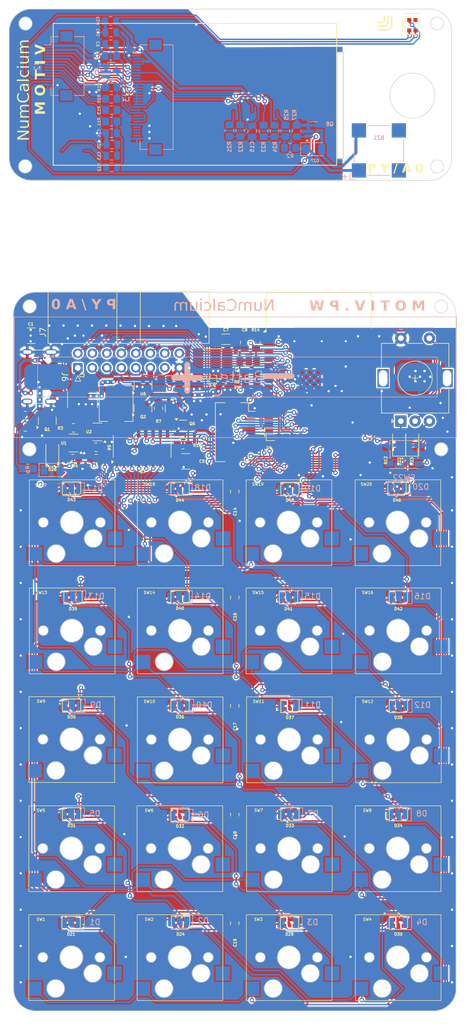
<source format=kicad_pcb>
(kicad_pcb (version 20240108) (generator "pcbnew") (generator_version "8.0")
  (layers (0 "F.Cu" signal) (31 "B.Cu" signal) (34 "B.Paste" user) (35 "F.Paste" user) (36 "B.SilkS" user "B.Silkscreen") (37 "F.SilkS" user "F.Silkscreen") (38 "B.Mask" user) (39 "F.Mask" user) (44 "Edge.Cuts" user))
  (net 0 "")
  (net 1 "GND")
  (net 2 "Net-(BZ1--)")
  (net 3 "VDD")
  (net 4 "Net-(BT1-+)")
  (net 5 "VBUS")
  (net 6 "IO_CK")
  (net 7 "IO_D")
  (net 8 "/Front/VDD")
  (net 9 "/Front/LCD_RST")
  (net 10 "/Front/A_T")
  (net 11 "Net-(C12-Pad1)")
  (net 12 "/Front/A_R1")
  (net 13 "Net-(C13-Pad1)")
  (net 14 "IO_T")
  (net 15 "IO_OE")
  (net 16 "VDD_AON")
  (net 17 "Net-(D1-A)")
  (net 18 "Net-(D2-A)")
  (net 19 "Net-(D3-A)")
  (net 20 "Net-(D4-A)")
  (net 21 "Net-(D5-A)")
  (net 22 "Net-(D6-A)")
  (net 23 "Net-(D7-A)")
  (net 24 "Net-(D8-A)")
  (net 25 "Net-(D9-A)")
  (net 26 "Net-(D10-A)")
  (net 27 "Net-(D11-A)")
  (net 28 "Net-(D12-A)")
  (net 29 "Net-(D13-A)")
  (net 30 "Net-(D14-A)")
  (net 31 "Net-(D15-A)")
  (net 32 "Net-(D16-A)")
  (net 33 "Net-(D17-A)")
  (net 34 "Net-(D18-A)")
  (net 35 "Net-(D19-A)")
  (net 36 "Net-(D20-A)")
  (net 37 "#LOW_POWER_REQ")
  (net 38 "/Main/AUD_R")
  (net 39 "#B_OK")
  (net 40 "TX1")
  (net 41 "RX1")
  (net 42 "Net-(U1-PROG)")
  (net 43 "VBAT_MON")
  (net 44 "Net-(D28-A)")
  (net 45 "Net-(D22-A)")
  (net 46 "Net-(D23-A)")
  (net 47 "Net-(D25-K)")
  (net 48 "/Front/LED")
  (net 53 "USB-")
  (net 54 "USB+")
  (net 55 "/Front/LCD_DC")
  (net 56 "/Front/MISO")
  (net 57 "/Front/CK")
  (net 58 "/Front/MOSI")
  (net 59 "/Front/LCD_CS")
  (net 60 "RST")
  (net 61 "/Front/SD_CS")
  (net 62 "Net-(Q6-D)")
  (net 63 "/Main/AUD_L")
  (net 64 "Net-(Q2-G)")
  (net 65 "Net-(U3-QB)")
  (net 66 "Net-(Q9-G)")
  (net 67 "Net-(J3-Pin_20)")
  (net 68 "/Front/BUZZER")
  (net 69 "/Main/MOSI")
  (net 70 "Net-(J3-Pin_21)")
  (net 71 "/Main/SD_CS")
  (net 72 "/Main/MISO")
  (net 73 "Net-(U2-LX)")
  (net 74 "/Main/CK")
  (net 75 "/Main/LCD_LED")
  (net 76 "/Main/LCD_CS")
  (net 77 "/Main/LCD_DC")
  (net 78 "/Main/STATUS_LED")
  (net 79 "Net-(U2-FB)")
  (net 80 "Net-(U3-QH)")
  (net 81 "Net-(U3-QG)")
  (net 82 "Net-(U3-QF)")
  (net 83 "Net-(U3-QE)")
  (net 84 "Net-(U3-QD)")
  (net 85 "Net-(U3-QC)")
  (net 87 "/Main/BUZ_DRIVE")
  (net 88 "/Front/LCD_LED")
  (net 89 "VBAT")
  (net 90 "Net-(U3-QA)")
  (net 91 "CHARGE_STATE")
  (net 93 "Net-(BZ1-+)")
  (net 94 "Net-(D21-DOUT)")
  (net 95 "/Main/lighting/DIN")
  (net 96 "Net-(D24-DOUT)")
  (net 97 "Net-(D29-DOUT)")
  (net 98 "Net-(D30-DOUT)")
  (net 99 "Net-(D31-DOUT)")
  (net 100 "Net-(D32-DOUT)")
  (net 101 "Net-(D33-DOUT)")
  (net 102 "Net-(D34-DOUT)")
  (net 103 "Net-(D35-DOUT)")
  (net 104 "Net-(D36-DOUT)")
  (net 105 "Net-(D37-DOUT)")
  (net 106 "Net-(D38-DOUT)")
  (net 107 "Net-(D39-DOUT)")
  (net 108 "Net-(D40-DOUT)")
  (net 109 "Net-(D41-DOUT)")
  (net 110 "Net-(D42-DOUT)")
  (net 111 "Net-(D43-DOUT)")
  (net 112 "Net-(D44-DOUT)")
  (net 113 "Net-(D45-DOUT)")
  (net 114 "Net-(C12-Pad2)")
  (net 115 "Net-(C13-Pad2)")
  (net 120 "Net-(J4-DAT2)")
  (net 121 "Net-(J4-DAT1)")
  (net 122 "Net-(J6-CC2)")
  (net 124 "Net-(J6-CC1)")
  (net 127 "Net-(J7-Pin_14)")
  (net 128 "Net-(J7-Pin_9)")
  (net 129 "Net-(J7-Pin_12)")
  (net 130 "Net-(J7-Pin_2)")
  (net 131 "Net-(J7-Pin_6)")
  (net 132 "Net-(J7-Pin_8)")
  (net 133 "Net-(J7-Pin_7)")
  (net 134 "Net-(J7-Pin_16)")
  (net 135 "Net-(J7-Pin_10)")
  (net 136 "Net-(J7-Pin_4)")
  (footprint "Package_TO_SOT_SMD:TSOT-23-5" (layer "F.Cu") (at 10.0164 24.7548 180)
    (property "Reference" "U1")
    (property "Value" "LTC4054ES5-4.2")
  )
  (footprint "footprints:CherrySocket_MechanicalSwitch" (layer "F.Cu") (at 9.671789 114.76388)
    (property "Reference" "SW1")
    (property "Value" "SW_Push")
    (fp_circle (center -5.05 -0.05) (end -5.9 -0.05) (stroke (width 0.1)) (fill none) (layer "Edge.Cuts"))
    (fp_circle (center -2.8 5.4) (end -4.35 5.4) (stroke (width 0.1)) (fill none) (layer "Edge.Cuts"))
    (fp_circle (center -0.05 -0.05) (end -2.05 -0.05) (stroke (width 0.1)) (fill none) (layer "Edge.Cuts"))
    (fp_circle (center 3.7 2.75) (end 2.15 2.75) (stroke (width 0.1)) (fill none) (layer "Edge.Cuts"))
    (fp_circle (center 4.95 -0.05) (end 4.1 -0.05) (stroke (width 0.1)) (fill none) (layer "Edge.Cuts"))
  )
  (footprint "LED_SMD:LED_WS2812B-2020_PLCC4_2.0x2.0mm" (layer "F.Cu") (at 66.657 32.764 180)
    (property "Reference" "D46")
    (property "Value" "WS2812B-2020")
  )
  (footprint "Resistor_SMD:R_0805_2012Metric_Pad1.20x1.40mm_HandSolder" (layer "F.Cu") (at 29.1592 25.0444)
    (property "Reference" "R10")
    (property "Value" "1M")
  )
  (footprint "LED_SMD:LED_WS2812B-2020_PLCC4_2.0x2.0mm" (layer "F.Cu") (at 66.907 51.764 180)
    (property "Reference" "D42")
    (property "Value" "WS2812B-2020")
  )
  (footprint "LED_SMD:LED_WS2812B-2020_PLCC4_2.0x2.0mm" (layer "F.Cu") (at 47.657 51.764 180)
    (property "Reference" "D41")
    (property "Value" "WS2812B-2020")
  )
  (footprint "Package_SO:SOIC-16_3.9x9.9mm_P1.27mm" (layer "F.Cu") (at 22.0218 25.3492 90)
    (property "Reference" "U3")
    (property "Value" "74HC595")
  )
  (footprint "LED_SMD:LED_WS2812B-2020_PLCC4_2.0x2.0mm" (layer "F.Cu") (at 66.907 89.664 180)
    (property "Reference" "D34")
    (property "Value" "WS2812B-2020")
  )
  (footprint "Capacitor_SMD:C_2220_5750Metric" (layer "F.Cu") (at 34.3816 10.8712 180)
    (property "Reference" "C6")
    (property "Value" "100u")
  )
  (footprint "Resistor_SMD:R_0805_2012Metric_Pad1.20x1.40mm_HandSolder" (layer "F.Cu") (at 1.54 21.9456 180)
    (property "Reference" "R17" (hide yes))
    (property "Value" "5k1")
  )
  (footprint "Resistor_SMD:R_0805_2012Metric_Pad1.20x1.40mm_HandSolder" (layer "F.Cu") (at 41.1132 14.478)
    (property "Reference" "R5")
    (property "Value" "1M")
  )
  (footprint "Capacitor_SMD:C_0805_2012Metric_Pad1.18x1.45mm_HandSolder" (layer "F.Cu") (at 38.242 89.7515 90)
    (property "Reference" "C18")
    (property "Value" "1u")
  )
  (footprint "Capacitor_SMD:C_0805_2012Metric" (layer "F.Cu") (at 39.9796 7.1628 -90)
    (property "Reference" "C8")
    (property "Value" "100n")
  )
  (footprint "Package_TO_SOT_SMD:SOT-23" (layer "F.Cu") (at 5.4 20.8557 90)
    (property "Reference" "Q1")
    (property "Value" "AO3401A")
  )
  (footprint "footprints:CherrySocket_MechanicalSwitch" (layer "F.Cu") (at 66.875789 114.76388)
    (property "Reference" "SW4")
    (property "Value" "SW_Push")
    (fp_circle (center -5.05 -0.05) (end -5.9 -0.05) (stroke (width 0.1)) (fill none) (layer "Edge.Cuts"))
    (fp_circle (center -2.8 5.4) (end -4.35 5.4) (stroke (width 0.1)) (fill none) (layer "Edge.Cuts"))
    (fp_circle (center -0.05 -0.05) (end -2.05 -0.05) (stroke (width 0.1)) (fill none) (layer "Edge.Cuts"))
    (fp_circle (center 3.7 2.75) (end 2.15 2.75) (stroke (width 0.1)) (fill none) (layer "Edge.Cuts"))
    (fp_circle (center 4.95 -0.05) (end 4.1 -0.05) (stroke (width 0.1)) (fill none) (layer "Edge.Cuts"))
  )
  (footprint "Package_TO_SOT_SMD:SOT-23-3" (layer "F.Cu") (at 22.1855 14.6812 90)
    (property "Reference" "U6")
    (property "Value" "XC6206PxxxMR")
  )
  (footprint "Diode_SMD:D_1206_3216Metric" (layer "F.Cu") (at 69.342 24.765 90)
    (property "Reference" "D23")
    (property "Value" "D")
  )
  (footprint "Diode_SMD:D_1206_3216Metric" (layer "F.Cu") (at 6.292 26.5908 90)
    (property "Reference" "D28")
    (property "Value" "D")
  )
  (footprint "footprints:CherrySocket_MechanicalSwitch" (layer "F.Cu") (at 9.758789 57.61388)
    (property "Reference" "SW13")
    (property "Value" "SW_Push")
    (fp_circle (center -5.05 -0.05) (end -5.9 -0.05) (stroke (width 0.1)) (fill none) (layer "Edge.Cuts"))
    (fp_circle (center -2.8 5.4) (end -4.35 5.4) (stroke (width 0.1)) (fill none) (layer "Edge.Cuts"))
    (fp_circle (center -0.05 -0.05) (end -2.05 -0.05) (stroke (width 0.1)) (fill none) (layer "Edge.Cuts"))
    (fp_circle (center 3.7 2.75) (end 2.15 2.75) (stroke (width 0.1)) (fill none) (layer "Edge.Cuts"))
    (fp_circle (center 4.95 -0.05) (end 4.1 -0.05) (stroke (width 0.1)) (fill none) (layer "Edge.Cuts"))
  )
  (footprint "footprints:IDC-Header_2x08_P2.54mm_Horizontal" (layer "F.Cu") (at 10.752 11.604 90)
    (property "Reference" "J7")
    (property "Value" "Conn_02x08_Odd_Even")
  )
  (footprint "footprints:CherrySocket_MechanicalSwitch" (layer "F.Cu") (at 66.821789 38.69088)
    (property "Reference" "SW20")
    (property "Value" "SW_Push")
    (fp_circle (center -5.05 -0.05) (end -5.9 -0.05) (stroke (width 0.1)) (fill none) (layer "Edge.Cuts"))
    (fp_circle (center -2.8 5.4) (end -4.35 5.4) (stroke (width 0.1)) (fill none) (layer "Edge.Cuts"))
    (fp_circle (center -0.05 -0.05) (end -2.05 -0.05) (stroke (width 0.1)) (fill none) (layer "Edge.Cuts"))
    (fp_circle (center 3.7 2.75) (end 2.15 2.75) (stroke (width 0.1)) (fill none) (layer "Edge.Cuts"))
    (fp_circle (center 4.95 -0.05) (end 4.1 -0.05) (stroke (width 0.1)) (fill none) (layer "Edge.Cuts"))
  )
  (footprint "footprints:CherrySocket_MechanicalSwitch" (layer "F.Cu") (at 47.771789 114.76388)
    (property "Reference" "SW3")
    (property "Value" "SW_Push")
    (fp_circle (center -5.05 -0.05) (end -5.9 -0.05) (stroke (width 0.1)) (fill none) (layer "Edge.Cuts"))
    (fp_circle (center -2.8 5.4) (end -4.35 5.4) (stroke (width 0.1)) (fill none) (layer "Edge.Cuts"))
    (fp_circle (center -0.05 -0.05) (end -2.05 -0.05) (stroke (width 0.1)) (fill none) (layer "Edge.Cuts"))
    (fp_circle (center 3.7 2.75) (end 2.15 2.75) (stroke (width 0.1)) (fill none) (layer "Edge.Cuts"))
    (fp_circle (center 4.95 -0.05) (end 4.1 -0.05) (stroke (width 0.1)) (fill none) (layer "Edge.Cuts"))
  )
  (footprint "Capacitor_SMD:C_1206_3216Metric" (layer "F.Cu") (at 36.6776 6.604 180)
    (property "Reference" "C7")
    (property "Value" "1u")
  )
  (footprint "footprints:CherrySocket_MechanicalSwitch" (layer "F.Cu") (at 47.731789 38.69088)
    (property "Reference" "SW19")
    (property "Value" "SW_Push")
    (fp_circle (center -5.05 -0.05) (end -5.9 -0.05) (stroke (width 0.1)) (fill none) (layer "Edge.Cuts"))
    (fp_circle (center -2.8 5.4) (end -4.35 5.4) (stroke (width 0.1)) (fill none) (layer "Edge.Cuts"))
    (fp_circle (center -0.05 -0.05) (end -2.05 -0.05) (stroke (width 0.1)) (fill none) (layer "Edge.Cuts"))
    (fp_circle (center 3.7 2.75) (end 2.15 2.75) (stroke (width 0.1)) (fill none) (layer "Edge.Cuts"))
    (fp_circle (center 4.95 -0.05) (end 4.1 -0.05) (stroke (width 0.1)) (fill none) (layer "Edge.Cuts"))
  )
  (footprint "Connector_USB:USB_C_Receptacle_GCT_USB4105-xx-A_16P_TopMnt_Horizontal" (layer "F.Cu") (at 2.967 13.164 -90)
    (property "Reference" "J6")
    (property "Value" "USB_C_Receptacle_USB2.0_16P")
  )
  (footprint "Inductor_SMD:L_Chilisin_BMRA00050530" (layer "F.Cu") (at 17.4592 17.8636 90)
    (property "Reference" "L1")
    (property "Value" "2u2")
  )
  (footprint "footprints:ESP32-S3-WROOM-1-Compact-Court" (layer "F.Cu") (at 52.951789 11.38588)
    (property "Reference" "U4")
    (property "Value" "ESP32-S3-WROOM-1")
  )
  (footprint "Resistor_SMD:R_0805_2012Metric_Pad1.20x1.40mm_HandSolder" (layer "F.Cu") (at 1.54 19.97108 180)
    (property "Reference" "R16" (hide yes))
    (property "Value" "5k1")
  )
  (footprint "footprints:CherrySocket_MechanicalSwitch" (layer "F.Cu") (at 66.863789 95.71288)
    (property "Reference" "SW8")
    (property "Value" "SW_Push")
    (fp_circle (center -5.05 -0.05) (end -5.9 -0.05) (stroke (width 0.1)) (fill none) (layer "Edge.Cuts"))
    (fp_circle (center -2.8 5.4) (end -4.35 5.4) (stroke (width 0.1)) (fill none) (layer "Edge.Cuts"))
    (fp_circle (center -0.05 -0.05) (end -2.05 -0.05) (stroke (width 0.1)) (fill none) (layer "Edge.Cuts"))
    (fp_circle (center 3.7 2.75) (end 2.15 2.75) (stroke (width 0.1)) (fill none) (layer "Edge.Cuts"))
    (fp_circle (center 4.95 -0.05) (end 4.1 -0.05) (stroke (width 0.1)) (fill none) (layer "Edge.Cuts"))
  )
  (footprint "LED_SMD:LED_WS2812B-2020_PLCC4_2.0x2.0mm" (layer "F.Cu") (at 28.657 51.664 180)
    (property "Reference" "D40")
    (property "Value" "WS2812B-2020")
  )
  (footprint "Resistor_SMD:R_0805_2012Metric_Pad1.20x1.40mm_HandSolder" (layer "F.Cu") (at 13.9893 27.4828 180)
    (property "Reference" "R8")
    (property "Value" "220k")
  )
  (footprint "LED_SMD:LED_WS2812B-2020_PLCC4_2.0x2.0mm" (layer "F.Cu") (at 69.354 -48.3208 -90)
    (property "Reference" "D26" (hide yes))
    (property "Value" "WS2812B-2020" (hide yes))
  )
  (footprint "footprints:CherrySocket_MechanicalSwitch" (layer "F.Cu") (at 47.731789 57.61388)
    (property "Reference" "SW15")
    (property "Value" "SW_Push")
    (fp_circle (center -5.05 -0.05) (end -5.9 -0.05) (stroke (width 0.1)) (fill none) (layer "Edge.Cuts"))
    (fp_circle (center -2.8 5.4) (end -4.35 5.4) (stroke (width 0.1)) (fill none) (layer "Edge.Cuts"))
    (fp_circle (center -0.05 -0.05) (end -2.05 -0.05) (stroke (width 0.1)) (fill none) (layer "Edge.Cuts"))
    (fp_circle (center 3.7 2.75) (end 2.15 2.75) (stroke (width 0.1)) (fill none) (layer "Edge.Cuts"))
    (fp_circle (center 4.95 -0.05) (end 4.1 -0.05) (stroke (width 0.1)) (fill none) (layer "Edge.Cuts"))
  )
  (footprint "Capacitor_SMD:C_1210_3225Metric" (layer "F.Cu") (at 2.5908 5.9944 180)
    (property "Reference" "C1")
    (property "Value" "100u")
  )
  (footprint "Package_TO_SOT_SMD:SOT-23" (layer "F.Cu") (at 27.6352 18.6944 -90)
    (property "Reference" "Q4")
    (property "Value" "BSS138")
  )
  (footprint "Package_TO_SOT_SMD:SOT-23" (layer "F.Cu") (at 29.1823 22.3164)
    (property "Reference" "Q6")
    (property "Value" "BSS138")
  )
  (footprint "Capacitor_SMD:C_1210_3225Metric_Pad1.33x2.70mm_HandSolder" (layer "F.Cu") (at 26.924 14.351)
    (property "Reference" "C3")
    (property "Value" "22u")
  )
  (footprint "Resistor_SMD:R_0805_2012Metric_Pad1.20x1.40mm_HandSolder" (layer "F.Cu") (at 64.6684 24.765 90)
    (property "Reference" "R12")
    (property "Value" "470k")
  )
  (footprint "Resistor_SMD:R_0805_2012Metric_Pad1.20x1.40mm_HandSolder" (layer "F.Cu") (at 9.9855 22.098)
    (property "Reference" "R3")
    (property "Value" "1M")
  )
  (footprint "LED_SMD:LED_WS2812B-2020_PLCC4_2.0x2.0mm" (layer "F.Cu") (at 9.657 89.664 180)
    (property "Reference" "D31")
    (property "Value" "WS2812B-2020")
  )
  (footprint "LED_SMD:LED_WS2812B-2020_PLCC4_2.0x2.0mm" (layer "F.Cu") (at 47.907 32.764 180)
    (property "Reference" "D45")
    (property "Value" "WS2812B-2020")
  )
  (footprint "LED_SMD:LED_WS2812B-2020_PLCC4_2.0x2.0mm" (layer "F.Cu") (at 9.907 51.764 180)
    (property "Reference" "D39")
    (property "Value" "WS2812B-2020")
  )
  (footprint "footprints:CherrySocket_MechanicalSwitch" (layer "F.Cu") (at 28.681789 76.66288)
    (property "Reference" "SW10")
    (property "Value" "SW_Push")
    (fp_circle (center -5.05 -0.05) (end -5.9 -0.05) (stroke (width 0.1)) (fill none) (layer "Edge.Cuts"))
    (fp_circle (center -2.8 5.4) (end -4.35 5.4) (stroke (width 0.1)) (fill none) (layer "Edge.Cuts"))
    (fp_circle (center -0.05 -0.05) (end -2.05 -0.05) (stroke (width 0.1)) (fill none) (layer "Edge.Cuts"))
    (fp_circle (center 3.7 2.75) (end 2.15 2.75) (stroke (width 0.1)) (fill none) (layer "Edge.Cuts"))
    (fp_circle (center 4.95 -0.05) (end 4.1 -0.05) (stroke (width 0.1)) (fill none) (layer "Edge.Cuts"))
  )
  (footprint "footprints:CherrySocket_MechanicalSwitch" (layer "F.Cu") (at 28.681789 57.61388)
    (property "Reference" "SW14")
    (property "Value" "SW_Push")
    (fp_circle (center -5.05 -0.05) (end -5.9 -0.05) (stroke (width 0.1)) (fill none) (layer "Edge.Cuts"))
    (fp_circle (center -2.8 5.4) (end -4.35 5.4) (stroke (width 0.1)) (fill none) (layer "Edge.Cuts"))
    (fp_circle (center -0.05 -0.05) (end -2.05 -0.05) (stroke (width 0.1)) (fill none) (layer "Edge.Cuts"))
    (fp_circle (center 3.7 2.75) (end 2.15 2.75) (stroke (width 0.1)) (fill none) (layer "Edge.Cuts"))
    (fp_circle (center 4.95 -0.05) (end 4.1 -0.05) (stroke (width 0.1)) (fill none) (layer "Edge.Cuts"))
  )
  (footprint "Capacitor_SMD:C_2220_5750Metric" (layer "F.Cu") (at 11.5664 17.1704 -90)
    (property "Reference" "C2")
    (property "Value" "220u")
  )
  (footprint "Diode_SMD:D_1206_3216Metric" (layer "F.Cu") (at 67.035789 24.76228 90)
    (property "Reference" "D22")
    (property "Value" "D")
  )
  (footprint "LED_SMD:LED_WS2812B-2020_PLCC4_2.0x2.0mm" (layer "F.Cu") (at 28.657 89.764 180)
    (property "Reference" "D32")
    (property "Value" "WS2812B-2020")
  )
  (footprint "LED_SMD:LED_WS2812B-2020_PLCC4_2.0x2.0mm" (layer "F.Cu") (at 66.907 108.664 180)
    (property "Reference" "D30")
    (property "Value" "WS2812B-2020")
  )
  (footprint "footprints:CherrySocket_MechanicalSwitch" (layer "F.Cu") (at 47.813789 76.66288)
    (property "Reference" "SW11")
    (property "Value" "SW_Push")
    (fp_circle (center -5.05 -0.05) (end -5.9 -0.05) (stroke (width 0.1)) (fill none) (layer "Edge.Cuts"))
    (fp_circle (center -2.8 5.4) (end -4.35 5.4) (stroke (width 0.1)) (fill none) (layer "Edge.Cuts"))
    (fp_circle (center -0.05 -0.05) (end -2.05 -0.05) (stroke (width 0.1)) (fill none) (layer "Edge.Cuts"))
    (fp_circle (center 3.7 2.75) (end 2.15 2.75) (stroke (width 0.1)) (fill none) (layer "Edge.Cuts"))
    (fp_circle (center 4.95 -0.05) (end 4.1 -0.05) (stroke (width 0.1)) (fill none) (layer "Edge.Cuts"))
  )
  (footprint "Resistor_SMD:R_1210_3225Metric_Pad1.30x2.65mm_HandSolder" (layer "F.Cu") (at 29.642 27.964 180)
    (property "Reference" "C5")
    (property "Value" "22u")
  )
  (footprint "LED_SMD:LED_WS2812B-2020_PLCC4_2.0x2.0mm" (layer "F.Cu") (at 47.907 89.664 180)
    (property "Reference" "D33")
    (property "Value" "WS2812B-2020")
  )
  (footprint "LED_SMD:LED_WS2812B-2020_PLCC4_2.0x2.0mm" (layer "F.Cu") (at 28.742 108.664 180)
    (property "Reference" "D24")
    (property "Value" "WS2812B-2020")
  )
  (footprint "LED_SMD:LED_WS2812B-2020_PLCC4_2.0x2.0mm" (layer "F.Cu") (at 9.657 32.664 180)
    (property "Reference" "D43")
    (property "Value" "WS2812B-2020")
  )
  (footprint "footprints:CherrySocket_MechanicalSwitch" (layer "F.Cu") (at 28.648789 114.76388)
    (property "Reference" "SW2")
    (property "Value" "SW_Push")
    (fp_circle (center -5.05 -0.05) (end -5.9 -0.05) (stroke (width 0.1)) (fill none) (layer "Edge.Cuts"))
    (fp_circle (center -2.8 5.4) (end -4.35 5.4) (stroke (width 0.1)) (fill none) (layer "Edge.Cuts"))
    (fp_circle (center -0.05 -0.05) (end -2.05 -0.05) (stroke (width 0.1)) (fill none) (layer "Edge.Cuts"))
    (fp_circle (center 3.7 2.75) (end 2.15 2.75) (stroke (width 0.1)) (fill none) (layer "Edge.Cuts"))
    (fp_circle (center 4.95 -0.05) (end 4.1 -0.05) (stroke (width 0.1)) (fill none) (layer "Edge.Cuts"))
  )
  (footprint "footprints:RotaryEncoder_Alps_EC11E-Switch_Vertical_H20mm" (layer "F.Cu") (at 67.338 20.91788 90)
    (property "Reference" "SW21" (hide yes))
    (property "Value" "Encoder")
  )
  (footprint "footprints:CherrySocket_MechanicalSwitch" (layer "F.Cu") (at 66.908789 57.61388)
    (property "Reference" "SW16")
    (property "Value" "SW_Push")
    (fp_circle (center -5.05 -0.05) (end -5.9 -0.05) (stroke (width 0.1)) (fill none) (layer "Edge.Cuts"))
    (fp_circle (center -2.8 5.4) (end -4.35 5.4) (stroke (width 0.1)) (fill none) (layer "Edge.Cuts"))
    (fp_circle (center -0.05 -0.05) (end -2.05 -0.05) (stroke (width 0.1)) (fill none) (layer "Edge.Cuts"))
    (fp_circle (center 3.7 2.75) (end 2.15 2.75) (stroke (width 0.1)) (fill none) (layer "Edge.Cuts"))
    (fp_circle (center 4.95 -0.05) (end 4.1 -0.05) (stroke (width 0.1)) (fill none) (layer "Edge.Cuts"))
  )
  (footprint "Resistor_SMD:R_0805_2012Metric_Pad1.20x1.40mm_HandSolder" (layer "F.Cu") (at 9.8839 27.4828)
    (property "Reference" "R4")
    (property "Value" "2k")
  )
  (footprint "Package_TO_SOT_SMD:TSOT-23-5" (layer "F.Cu") (at 14.198 22.8233 180)
    (property "Reference" "U2")
    (property "Value" "STI3411A")
  )
  (footprint "LED_SMD:LED_WS2812B-2020_PLCC4_2.0x2.0mm" (layer "F.Cu") (at 66.907 70.764 180)
    (property "Reference" "D38")
    (property "Value" "WS2812B-2020")
  )
  (footprint "Capacitor_SMD:C_0805_2012Metric_Pad1.18x1.45mm_HandSolder" (layer "F.Cu") (at 38.242 33.2515 90)
    (property "Reference" "C14")
    (property "Value" "1u")
  )
  (footprint "footprints:CherrySocket_MechanicalSwitch" (layer "F.Cu") (at 9.758789 38.69088)
    (property "Reference" "SW17")
    (property "Value" "SW_Push")
    (fp_circle (center -5.05 -0.05) (end -5.9 -0.05) (stroke (width 0.1)) (fill none) (layer "Edge.Cuts"))
    (fp_circle (center -2.8 5.4) (end -4.35 5.4) (stroke (width 0.1)) (fill none) (layer "Edge.Cuts"))
    (fp_circle (center -0.05 -0.05) (end -2.05 -0.05) (stroke (width 0.1)) (fill none) (layer "Edge.Cuts"))
    (fp_circle (center 3.7 2.75) (end 2.15 2.75) (stroke (width 0.1)) (fill none) (layer "Edge.Cuts"))
    (fp_circle (center 4.95 -0.05) (end 4.1 -0.05) (stroke (width 0.1)) (fill none) (layer "Edge.Cuts"))
  )
  (footprint "footprints:CherrySocket_MechanicalSwitch" (layer "F.Cu") (at 28.681789 38.69088)
    (property "Reference" "SW18")
    (property "Value" "SW_Push")
    (fp_circle (center -5.05 -0.05) (end -5.9 -0.05) (stroke (width 0.1)) (fill none) (layer "Edge.Cuts"))
    (fp_circle (center -2.8 5.4) (end -4.35 5.4) (stroke (width 0.1)) (fill none) (layer "Edge.Cuts"))
    (fp_circle (center -0.05 -0.05) (end -2.05 -0.05) (stroke (width 0.1)) (fill none) (layer "Edge.Cuts"))
    (fp_circle (center 3.7 2.75) (end 2.15 2.75) (stroke (width 0.1)) (fill none) (layer "Edge.Cuts"))
    (fp_circle (center 4.95 -0.05) (end 4.1 -0.05) (stroke (width 0.1)) (fill none) (layer "Edge.Cuts"))
  )
  (footprint "Resistor_SMD:R_0805_2012Metric_Pad1.20x1.40mm_HandSolder" (layer "F.Cu") (at 13.9385 25.5006 180)
    (property "Reference" "R9")
    (property "Value" "47k")
  )
  (footprint "Package_TO_SOT_SMD:SOT-23" (layer "F.Cu") (at 22.1687 18.6667 90)
    (property "Reference" "Q2")
    (property "Value" "AO3401A")
  )
  (footprint "Capacitor_SMD:C_0805_2012Metric_Pad1.18x1.45mm_HandSolder" (layer "F.Cu") (at 38.242 108.7515 90)
    (property "Reference" "C19")
    (property "Value" "1u")
  )
  (footprint "footprints:CherrySocket_MechanicalSwitch" (layer "F.Cu") (at 9.698789 76.62888)
    (property "Reference" "SW9")
    (property "Value" "SW_Push")
    (fp_circle (center -5.05 -0.05) (end -5.9 -0.05) (stroke (width 0.1)) (fill none) (layer "Edge.Cuts"))
    (fp_circle (center -2.8 5.4) (end -4.35 5.4) (stroke (width 0.1)) (fill none) (layer "Edge.Cuts"))
    (fp_circle (center -0.05 -0.05) (end -2.05 -0.05) (stroke (width 0.1)) (fill none) (layer "Edge.Cuts"))
    (fp_circle (center 3.7 2.75) (end 2.15 2.75) (stroke (width 0.1)) (fill none) (layer "Edge.Cuts"))
    (fp_circle (center 4.95 -0.05) (end 4.1 -0.05) (stroke (width 0.1)) (fill none) (layer "Edge.Cuts"))
  )
  (footprint "footprints:CherrySocket_MechanicalSwitch" (layer "F.Cu") (at 66.908789 76.66388)
    (property "Reference" "SW12")
    (property "Value" "SW_Push")
    (fp_circle (center -5.05 -0.05) (end -5.9 -0.05) (stroke (width 0.1)) (fill none) (layer "Edge.Cuts"))
    (fp_circle (center -2.8 5.4) (end -4.35 5.4) (stroke (width 0.1)) (fill none) (layer "Edge.Cuts"))
    (fp_circle (center -0.05 -0.05) (end -2.05 -0.05) (stroke (width 0.1)) (fill none) (layer "Edge.Cuts"))
    (fp_circle (center 3.7 2.75) (end 2.15 2.75) (stroke (width 0.1)) (fill none) (layer "Edge.Cuts"))
    (fp_circle (center 4.95 -0.05) (end 4.1 -0.05) (stroke (width 0.1)) (fill none) (layer "Edge.Cuts"))
  )
  (footprint "Capacitor_SMD:C_1206_3216Metric" (layer "F.Cu") (at 40.5892 10.3632 180)
    (property "Reference" "C4")
    (property "Value" "1u")
  )
  (footprint "LED_SMD:LED_WS2812B-2020_PLCC4_2.0x2.0mm" (layer "F.Cu") (at 47.827 108.664 180)
    (property "Reference" "D29")
    (property "Value" "WS2812B-2020")
  )
  (footprint "footprints:CherrySocket_MechanicalSwitch" (layer "F.Cu") (at 9.671789 95.71388)
    (property "Reference" "SW5")
    (property "Value" "SW_Push")
    (fp_circle (center -5.05 -0.05) (end -5.9 -0.05) (stroke (width 0.1)) (fill none) (layer "Edge.Cuts"))
    (fp_circle (center -2.8 5.4) (end -4.35 5.4) (stroke (width 0.1)) (fill none) (layer "Edge.Cuts"))
    (fp_circle (center -0.05 -0.05) (end -2.05 -0.05) (stroke (width 0.1)) (fill none) (layer "Edge.Cuts"))
    (fp_circle (center 3.7 2.75) (end 2.15 2.75) (stroke (width 0.1)) (fill none) (layer "Edge.Cuts"))
    (fp_circle (center 4.95 -0.05) (end 4.1 -0.05) (stroke (width 0.1)) (fill none) (layer "Edge.Cuts"))
  )
  (footprint "LED_SMD:LED_WS2812B-2020_PLCC4_2.0x2.0mm" (layer "F.Cu") (at 9.657 70.664 180)
    (property "Reference" "D35")
    (property "Value" "WS2812B-2020")
  )
  (footprint "Resistor_SMD:R_0805_2012Metric_Pad1.20x1.40mm_HandSolder" (layer "F.Cu") (at 24.892 18.6944 -90)
    (property "Reference" "R7")
    (property "Value" "1M")
  )
  (footprint "Capacitor_SMD:C_0805_2012Metric_Pad1.18x1.45mm_HandSolder" (layer "F.Cu") (at 38.242 51.7515 90)
    (property "Reference" "C16")
    (property "Value" "1u")
  )
  (footprint "LED_SMD:LED_WS2812B-2020_PLCC4_2.0x2.0mm" (layer "F.Cu") (at 28.657 32.764 180)
    (property "Reference" "D44")
    (property "Value" "WS2812B-2020")
  )
  (footprint "footprints:CherrySocket_MechanicalSwitch" (layer "F.Cu") (at 47.813789 95.71288)
    (property "Reference" "SW7")
    (property "Value" "SW_Push")
    (fp_circle (center -5.05 -0.05) (end -5.9 -0.05) (stroke (width 0.1)) (fill none) (layer "Edge.Cuts"))
    (fp_circle (center -2.8 5.4) (end -4.35 5.4) (stroke (width 0.1)) (fill none) (layer "Edge.Cuts"))
    (fp_circle (center -0.05 -0.05) (end -2.05 -0.05) (stroke (width 0.1)) (fill none) (layer "Edge.Cuts"))
    (fp_circle (center 3.7 2.75) (end 2.15 2.75) (stroke (width 0.1)) (fill none) (layer "Edge.Cuts"))
    (fp_circle (center 4.95 -0.05) (end 4.1 -0.05) (stroke (width 0.1)) (fill none) (layer "Edge.Cuts"))
  )
  (footprint "footprints:CherrySocket_MechanicalSwitch" (layer "F.Cu") (at 28.636789 95.71288)
    (property "Reference" "SW6")
    (property "Value" "SW_Push")
    (fp_circle (center -5.05 -0.05) (end -5.9 -0.05) (stroke (width 0.1)) (fill none) (layer "Edge.Cuts"))
    (fp_circle (center -2.8 5.4) (end -4.35 5.4) (stroke (width 0.1)) (fill none) (layer "Edge.Cuts"))
    (fp_circle (center -0.05 -0.05) (end -2.05 -0.05) (stroke (width 0.1)) (fill none) (layer "Edge.Cuts"))
    (fp_circle (center 3.7 2.75) (end 2.15 2.75) (stroke (width 0.1)) (fill none) (layer "Edge.Cuts"))
    (fp_circle (center 4.95 -0.05) (end 4.1 -0.05) (stroke (width 0.1)) (fill none) (layer "Edge.Cuts"))
  )
  (footprint "LED_SMD:LED_WS2812B-2020_PLCC4_2.0x2.0mm" (layer "F.Cu") (at 28.657 70.664 180)
    (property "Reference" "D36")
    (property "Value" "WS2812B-2020")
  )
  (footprint "Connector_FFC-FPC:Hirose_FH12-14S-0.5SH_1x14-1MP_P0.50mm_Horizontal" (layer "F.Cu") (at 39.342 22.864 -90)
    (property "Reference" "J1")
    (property "Value" "Conn_01x14_Socket")
  )
  (footprint "Resistor_SMD:R_0805_2012Metric_Pad1.20x1.40mm_HandSolder" (layer "F.Cu") (at 41.0624 12.5476 180)
    (property "Reference" "R6")
    (property "Value" "1M")
  )
  (footprint "LED_SMD:LED_WS2812B-2020_PLCC4_2.0x2.0mm" (layer "F.Cu") (at 9.577 108.664 180)
    (property "Reference" "D21")
    (property "Value" "WS2812B-2020")
  )
  (footprint "LED_SMD:LED_WS2812B-2020_PLCC4_2.0x2.0mm" (layer "F.Cu") (at 47.907 70.764 180)
    (property "Reference" "D37")
    (property "Value" "WS2812B-2020")
  )
  (footprint "Resistor_SMD:R_0805_2012Metric_Pad1.20x1.40mm_HandSolder" (layer "F.Cu") (at 41.9608 7.2296 -90)
    (property "Reference" "R14")
    (property "Value" "10k")
  )
  (footprint "Capacitor_SMD:C_0805_2012Metric_Pad1.18x1.45mm_HandSolder" (layer "F.Cu") (at 38.242 70.714 90)
    (property "Reference" "C17")
    (property "Value" "1u")
  )
  (footprint "Diode_SMD:D_1206_3216Metric" (layer "B.Cu") (at 9.592 108.714 180)
    (property "Reference" "D1")
    (property "Value" "D")
  )
  (footprint "Resistor_SMD:R_0805_2012Metric_Pad1.20x1.40mm_HandSolder" (layer "B.Cu") (at 47.102 -29.836 90)
    (property "Reference" "R25")
    (property "Value" "47k")
  )
  (footprint "Connector_FFC-FPC:Hirose_FH12-30S-0.5SH_1x30-1MP_P0.50mm_Horizontal" (layer "B.Cu") (at 22.942 -35.736 -90)
    (property "Reference" "J3")
    (property "Value" "LCD_socket")
  )
  (footprint "Diode_SMD:D_1206_3216Metric" (layer "B.Cu") (at 6.242 29.464)
    (property "Reference" "D25" (hide yes))
    (property "Value" "BAT_REV")
  )
  (footprint "Capacitor_SMD:C_0805_2012Metric" (layer "B.Cu") (at 16.6724 -25.4788)
    (property "Reference" "C13")
    (property "Value" "1u")
  )
  (footprint "Package_TO_SOT_SMD:SOT-23" (layer "B.Cu") (at 52.0751 -29.878)
    (property "Reference" "Q8")
    (property "Value" "BSS138")
  )
  (footprint "Buzzer_Beeper:MagneticBuzzer_CUI_CMT-8504-100-SMT" (layer "B.Cu") (at 63.492 -26.4224)
    (property "Reference" "BZ1")
    (property "Value" "Buzzer")
  )
  (footprint "Diode_SMD:D_1206_3216Metric" (layer "B.Cu") (at 66.892 108.714 180)
    (property "Reference" "D4")
    (property "Value" "D")
  )
  (footprint "Diode_SMD:D_1206_3216Metric" (layer "B.Cu") (at 66.692 32.564 180)
    (property "Reference" "D20")
    (property "Value" "D")
  )
  (footprint "Diode_SMD:D_1206_3216Metric" (layer "B.Cu") (at 9.592 89.714 180)
    (property "Reference" "D5")
    (property "Value" "D")
  )
  (footprint "Diode_SMD:D_1206_3216Metric" (layer "B.Cu") (at 9.742 70.714 180)
    (property "Reference" "D9")
    (property "Value" "D")
  )
  (footprint "Diode_SMD:D_1206_3216Metric" (layer "B.Cu") (at 66.992 70.714 180)
    (property "Reference" "D12")
    (property "Value" "D")
  )
  (footprint "Resistor_SMD:R_0805_2012Metric_Pad1.20x1.40mm_HandSolder" (layer "B.Cu") (at 45.197 -29.839983 90)
    (property "Reference" "R24")
    (property "Value" "47k")
  )
  (footprint "Diode_SMD:D_1206_3216Metric" (layer "B.Cu") (at 28.492 32.714 180)
    (property "Reference" "D18")
    (property "Value" "D")
  )
  (footprint "Resistor_SMD:R_0805_2012Metric_Pad1.20x1.40mm_HandSolder" (layer "B.Cu") (at 16.6224 -37.4788 180)
    (property "Reference" "R18")
    (property "Value" "100k")
  )
  (footprint "footprints:LiIon18650" (layer "B.Cu") (at 77.112 2.708 180)
    (property "Reference" "BT1" (hide yes))
    (property "Value" "Battery")
  )
  (footprint "Resistor_SMD:R_0805_2012Metric_Pad1.20x1.40mm_HandSolder" (layer "B.Cu") (at 16.6064 -35.4468)
    (property "Reference" "R20")
    (property "Value" "1k")
  )
  (footprint "Capacitor_SMD:C_0805_2012Metric" (layer "B.Cu") (at 41.292 -29.786 -90)
    (property "Reference" "C15")
    (property "Value" "10u")
  )
  (footprint "Resistor_SMD:R_0805_2012Metric_Pad1.20x1.40mm_HandSolder" (layer "B.Cu") (at 37.308 -29.8898 90)
    (property "Reference" "R21")
    (property "Value" "47k")
  )
  (footprint "Resistor_SMD:R_0805_2012Metric_Pad1.20x1.40mm_HandSolder" (layer "B.Cu") (at 16.5216 -42.972 180)
    (property "Reference" "R19")
    (property "Value" "100")
  )
  (footprint "Button_Switch_SMD:SW_SPST_PTS647_Sx38" (layer "B.Cu") (at 67.892 26.764)
    (property "Reference" "SW22")
    (property "Value" "SW_Push")
  )
  (footprint "Diode_SMD:D_1206_3216Metric" (layer "B.Cu") (at 28.742 70.714 180)
    (property "Reference" "D10")
    (property "Value" "D")
  )
  (footprint "Diode_SMD:D_1206_3216Metric" (layer "B.Cu") (at 52.092 -26.636)
    (property "Reference" "D27")
    (property "Value" "D")
  )
  (footprint "Capacitor_SMD:C_0805_2012Metric" (layer "B.Cu") (at 16.4912 -49.068 180)
    (property "Reference" "C10")
    (property "Value" "1u")
  )
  (footprint "Resistor_SMD:R_0805_2012Metric_Pad1.20x1.40mm_HandSolder" (layer "B.Cu") (at 16.6224 -31.4788 180)
    (property "Reference" "R11")
    (property "Value" "100")
  )
  (footprint "Diode_SMD:D_1206_3216Metric" (layer "B.Cu") (at 66.992 51.714 180)
    (property "Reference" "D16")
    (property "Value" "D")
  )
  (footprint "Diode_SMD:D_1206_3216Metric" (layer "B.Cu") (at 28.642 89.964 180)
    (property "Reference" "D6")
    (property "Value" "D")
  )
  (footprint "Diode_SMD:D_1206_3216Metric" (layer "B.Cu") (at 47.742 70.714 180)
    (property "Reference" "D11")
    (property "Value" "D")
  )
  (footprint "Diode_SMD:D_1206_3216Metric" (layer "B.Cu") (at 9.842 51.714 180)
    (property "Reference" "D13")
    (property "Value" "D")
  )
  (footprint "Connector_FFC-FPC:Hirose_FH12-14S-0.5SH_1x14-1MP_P0.50mm_Horizontal" (layer "B.Cu") (at 7.342 -41.186 -90)
    (property "Reference" "J2")
    (property "Value" "Conn_01x14_Socket")
  )
  (footprint "Capacitor_SMD:C_0805_2012Metric" (layer "B.Cu") (at 16.5064 -45.004)
    (property "Reference" "C9")
    (property "Value" "1u")
  )
  (footprint "Capacitor_SMD:C_0805_2012Metric" (layer "B.Cu") (at 16.542 -47.036 180)
    (property "Reference" "C11")
    (property "Value" "100n")
  )
  (footprint "Diode_SMD:D_1206_3216Metric" (layer "B.Cu") (at 66.842 89.714 180)
    (property "Reference" "D8")
    (property "Value" "D")
  )
  (footprint "Resistor_SMD:R_0805_2012Metric_Pad1.20x1.40mm_HandSolder" (layer "B.Cu") (at 16.6224 -33.4788 180)
    (property "Reference" "R13")
    (property "Value" "100")
  )
  (footprint "Package_TO_SOT_SMD:SOT-23" (layer "B.Cu") (at 16.6205 -40.2796)
    (property "Reference" "Q9")
    (property "Value" "BSS138")
  )
  (footprint "Resistor_SMD:R_0805_2012Metric_Pad1.20x1.40mm_HandSolder" (layer "B.Cu") (at 39.213 -29.8898 90)
    (property "Reference" "R22")
    (property "Value" "47k")
  )
  (footprint "Diode_SMD:D_1206_3216Metric" (layer "B.Cu") (at 28.592 108.464 180)
    (property "Reference" "D2")
    (property "Value" "D")
  )
  (footprint "Diode_SMD:D_1206_3216Metric" (layer "B.Cu") (at 47.742 32.84888 180)
    (property "Reference" "D19")
    (property "Value" "D")
  )
  (footprint "Resistor_SMD:R_0805_2012Metric_Pad1.20x1.40mm_HandSolder" (layer "B.Cu") (at 49.092 -29.836 90)
    (property "Reference" "R27")
    (property "Value" "1M")
  )
  (footprint "Resistor_SMD:R_0805_2012Metric_Pad1.20x1.40mm_HandSolder" (layer "B.Cu") (at 1.992 29.214)
    (property "Reference" "R1")
    (property "Value" "33k")
  )
  (footprint "Diode_SMD:D_1206_3216Metric" (layer "B.Cu") (at 28.492 51.714 180)
    (property "Reference" "D14")
    (property "Value" "D")
  )
  (footprint "Diode_SMD:D_1206_3216Metric" (layer "B.Cu") (at 9.592 32.84888 180)
    (property "Reference" "D17")
    (property "Value" "D")
  )
  (footprint "Diode_SMD:D_1206_3216Metric" (layer "B.Cu") (at 47.742 51.714 180)
    (property "Reference" "D15")
    (property "Value" "D")
  )
  (footprint "Resistor_SMD:R_0805_2012Metric_Pad1.20x1.40mm_HandSolder" (layer "B.Cu") (at 47.9428 -26.8676 180)
    (property "Reference" "R2")
    (property "Value" "100")
  )
  (footprint "Capacitor_SMD:C_0805_2012Metric" (layer "B.Cu") (at 16.6724 -23.4788)
    (property "Reference" "C12")
    (property "Value" "1u")
  )
  (footprint "Diode_SMD:D_1206_3216Metric" (layer "B.Cu") (at 47.842 89.714 180)
    (property "Reference" "D7")
    (property "Value" "D")
  )
  (footprint "Diode_SMD:D_1206_3216Metric" (layer "B.Cu") (at 47.742 108.714 180)
    (property "Reference" "D3")
    (property "Value" "D")
  )
  (footprint "Resistor_SMD:R_0805_2012Metric_Pad1.20x1.40mm_HandSolder" (layer "B.Cu") (at 43.292 -29.836 90)
    (property "Reference" "R23")
    (property "Value" "47k")
  )
  (footprint "Capacitor_SMD:C_0805_2012Metric" (layer "B.Cu") (at 16.642 -29.436)
    (property "Reference" "C21")
    (property "Value" "470n")
  )
  (footprint "Capacitor_SMD:C_0805_2012Metric" (layer "B.Cu") (at 16.742 -27.436)
    (property "Reference" "C20")
    (property "Value" "470n")
  )
  (gr_line (start 63.37475 -48.167008) (end 64.44962 -48.167008) (stroke (width 0.211666)) (layer "F.SilkS"))
  (gr_line (start 64.342456 -48.972893) (end 64.354238 -48.987886) (stroke (width 0.211666)) (layer "F.SilkS"))
  (gr_line (start 65.552089 -47.830508) (end 65.578599 -47.864242) (stroke (width 0.211666)) (layer "F.SilkS"))
  (gr_line (start 65.04386 -48.560899) (end 65.055407 -48.590186) (stroke (width 0.211666)) (layer "F.SilkS"))
  (gr_line (start 64.927001 -48.378301) (end 64.947272 -48.401702) (stroke (width 0.211666)) (layer "F.SilkS"))
  (gr_line (start 64.757026 -48.244848) (end 64.784033 -48.260377) (stroke (width 0.211666)) (layer "F.SilkS"))
  (gr_line (start 64.385182 -49.036168) (end 64.393947 -49.053281) (stroke (width 0.211666)) (layer "F.SilkS"))
  (gr_line (start 64.42502 -49.145358) (end 64.42851 -49.164902) (stroke (width 0.211666)) (layer "F.SilkS"))
  (gr_line (start 64.41524 -49.107324) (end 64.420588 -49.126157) (stroke (width 0.211666)) (layer "F.SilkS"))
  (gr_line (start 64.420588 -49.126157) (end 64.42502 -49.145358) (stroke (width 0.211666)) (layer "F.SilkS"))
  (gr_line (start 64.329982 -48.958493) (end 64.342456 -48.972893) (stroke (width 0.211666)) (layer "F.SilkS"))
  (gr_line (start 65.603495 -47.899252) (end 65.626722 -47.935482) (stroke (width 0.211666)) (layer "F.SilkS"))
  (gr_line (start 64.883249 -48.334549) (end 64.905647 -48.355903) (stroke (width 0.211666)) (layer "F.SilkS"))
  (gr_line (start 64.700651 -48.21769) (end 64.729218 -48.230605) (stroke (width 0.211666)) (layer "F.SilkS"))
  (gr_line (start 64.579593 -48.180111) (end 64.610795 -48.187313) (stroke (width 0.211666)) (layer "F.SilkS"))
  (gr_line (start 65.093702 -48.778743) (end 65.094542 -48.81193) (stroke (width 0.211666)) (layer "F.SilkS"))
  (gr_line (start 64.8102 -48.277152) (end 64.835485 -48.295133) (stroke (width 0.211666)) (layer "F.SilkS"))
  (gr_line (start 64.409001 -49.088884) (end 64.41524 -49.107324) (stroke (width 0.211666)) (layer "F.SilkS"))
  (gr_line (start 64.44962 -48.167008) (end 64.482807 -48.167848) (stroke (width 0.211666)) (layer "F.SilkS"))
  (gr_line (start 65.210615 -47.575724) (end 65.25017 -47.593607) (stroke (width 0.211666)) (layer "F.SilkS"))
  (gr_line (start 64.190689 -48.859655) (end 64.208269 -48.867603) (stroke (width 0.211666)) (layer "F.SilkS"))
  (gr_line (start 64.036208 -48.828467) (end 64.056631 -48.828983) (stroke (width 0.211666)) (layer "F.SilkS"))
  (gr_line (start 65.288673 -47.613327) (end 65.326068 -47.634828) (stroke (width 0.211666)) (layer "F.SilkS"))
  (gr_line (start 64.641398 -48.196003) (end 64.671364 -48.206143) (stroke (width 0.211666)) (layer "F.SilkS"))
  (gr_line (start 65.086198 -47.533663) (end 65.128573 -47.545696) (stroke (width 0.211666)) (layer "F.SilkS"))
  (gr_line (start 65.756 -48.398519) (end 65.756 -49.8868) (stroke (width 0.211666)) (layer "F.SilkS"))
  (gr_line (start 70.878 -50.3528) (end 68.084 -50.3528) (stroke (width 0.15)) (layer "F.SilkS"))
  (gr_line (start 64.365303 -49.003446) (end 64.375626 -49.019548) (stroke (width 0.211666)) (layer "F.SilkS"))
  (gr_line (start 64.393947 -49.053281) (end 64.401895 -49.070861) (stroke (width 0.211666)) (layer "F.SilkS"))
  (gr_line (start 64.947272 -48.401702) (end 64.966417 -48.426065) (stroke (width 0.211666)) (layer "F.SilkS"))
  (gr_line (start 65.170064 -47.559735) (end 65.210615 -47.575724) (stroke (width 0.211666)) (layer "F.SilkS"))
  (gr_line (start 65.030945 -48.532332) (end 65.04386 -48.560899) (stroke (width 0.211666)) (layer "F.SilkS"))
  (gr_line (start 65.715854 -48.132977) (end 65.727887 -48.175352) (stroke (width 0.211666)) (layer "F.SilkS"))
  (gr_line (start 65.001173 -48.477517) (end 65.016702 -48.504524) (stroke (width 0.211666)) (layer "F.SilkS"))
  (gr_line (start 65.25017 -47.593607) (end 65.288673 -47.613327) (stroke (width 0.211666)) (layer "F.SilkS"))
  (gr_line (start 65.737858 -48.218555) (end 65.745711 -48.262529) (stroke (width 0.211666)) (layer "F.SilkS"))
  (gr_line (start 64.076786 -48.830516) (end 64.096648 -48.83304) (stroke (width 0.211666)) (layer "F.SilkS"))
  (gr_line (start 65.524023 -47.798107) (end 65.552089 -47.830508) (stroke (width 0.211666)) (layer "F.SilkS"))
  (gr_line (start 64.784033 -48.260377) (end 64.8102 -48.277152) (stroke (width 0.211666)) (layer "F.SilkS"))
  (gr_line (start 65.648223 -47.972877) (end 65.667943 -48.01138) (stroke (width 0.211666)) (layer "F.SilkS"))
  (gr_line (start 65.094542 -48.81193) (end 65.094542 -49.8868) (stroke (width 0.211666)) (layer "F.SilkS"))
  (gr_line (start 65.081439 -48.681957) (end 65.087111 -48.713716) (stroke (width 0.211666)) (layer "F.SilkS"))
  (gr_line (start 64.154226 -48.84631) (end 64.172666 -48.852549) (stroke (width 0.211666)) (layer "F.SilkS"))
  (gr_line (start 65.701815 -48.091486) (end 65.715854 -48.132977) (stroke (width 0.211666)) (layer "F.SilkS"))
  (gr_line (start 68.084 -50.3528) (end 67.83 -50.3528) (stroke (width 0.15)) (layer "F.SilkS"))
  (gr_line (start 64.863031 -47.50555) (end 64.908983 -47.506712) (stroke (width 0.211666)) (layer "F.SilkS"))
  (gr_line (start 65.362298 -47.658055) (end 65.397308 -47.682951) (stroke (width 0.211666)) (layer "F.SilkS"))
  (gr_line (start 64.135393 -48.840962) (end 64.154226 -48.84631) (stroke (width 0.211666)) (layer "F.SilkS"))
  (gr_line (start 64.908983 -47.506712) (end 64.954332 -47.51016) (stroke (width 0.211666)) (layer "F.SilkS"))
  (gr_line (start 64.172666 -48.852549) (end 64.190689 -48.859655) (stroke (width 0.211666)) (layer "F.SilkS"))
  (gr_line (start 64.954332 -47.51016) (end 64.999021 -47.515839) (stroke (width 0.211666)) (layer "F.SilkS"))
  (gr_line (start 65.091212 -48.745991) (end 65.093702 -48.778743) (stroke (width 0.211666)) (layer "F.SilkS"))
  (gr_line (start 63.37475 -48.828467) (end 64.036208 -48.828467) (stroke (width 0.211666)) (layer "F.SilkS"))
  (gr_line (start 65.75139 -48.307218) (end 65.754838 -48.352567) (stroke (width 0.211666)) (layer "F.SilkS"))
  (gr_line (start 65.494455 -47.767095) (end 65.524023 -47.798107) (stroke (width 0.211666)) (layer "F.SilkS"))
  (gr_line (start 65.667943 -48.01138) (end 65.685826 -48.050935) (stroke (width 0.211666)) (layer "F.SilkS"))
  (gr_line (start 64.610795 -48.187313) (end 64.641398 -48.196003) (stroke (width 0.211666)) (layer "F.SilkS"))
  (gr_line (start 65.065547 -48.620152) (end 65.074237 -48.650755) (stroke (width 0.211666)) (layer "F.SilkS"))
  (gr_line (start 64.482807 -48.167848) (end 64.515559 -48.170338) (stroke (width 0.211666)) (layer "F.SilkS"))
  (gr_line (start 65.626722 -47.935482) (end 65.648223 -47.972877) (stroke (width 0.211666)) (layer "F.SilkS"))
  (gr_line (start 65.685826 -48.050935) (end 65.701815 -48.091486) (stroke (width 0.211666)) (layer "F.SilkS"))
  (gr_line (start 67.692 -49.436) (end 67.692 -47.236) (stroke (width 0.15)) (layer "F.SilkS"))
  (gr_line (start 64.547834 -48.174439) (end 64.579593 -48.180111) (stroke (width 0.211666)) (layer "F.SilkS"))
  (gr_line (start 64.208269 -48.867603) (end 64.225382 -48.876368) (stroke (width 0.211666)) (layer "F.SilkS"))
  (gr_line (start 65.326068 -47.634828) (end 65.362298 -47.658055) (stroke (width 0.211666)) (layer "F.SilkS"))
  (gr_line (start 64.258104 -48.896247) (end 64.273664 -48.907312) (stroke (width 0.211666)) (layer "F.SilkS"))
  (gr_line (start 64.242002 -48.885924) (end 64.258104 -48.896247) (stroke (width 0.211666)) (layer "F.SilkS"))
  (gr_line (start 64.859848 -48.314278) (end 64.883249 -48.334549) (stroke (width 0.211666)) (layer "F.SilkS"))
  (gr_line (start 64.905647 -48.355903) (end 64.927001 -48.378301) (stroke (width 0.211666)) (layer "F.SilkS"))
  (gr_line (start 64.671364 -48.206143) (end 64.700651 -48.21769) (stroke (width 0.211666)) (layer "F.SilkS"))
  (gr_line (start 65.431042 -47.709461) (end 65.463443 -47.737527) (stroke (width 0.211666)) (layer "F.SilkS"))
  (gr_line (start 64.984398 -48.45135) (end 65.001173 -48.477517) (stroke (width 0.211666)) (layer "F.SilkS"))
  (gr_line (start 64.966417 -48.426065) (end 64.984398 -48.45135) (stroke (width 0.211666)) (layer "F.SilkS"))
  (gr_line (start 63.37475 -47.50555) (end 64.863031 -47.50555) (stroke (width 0.211666)) (layer "F.SilkS"))
  (gr_line (start 64.433083 -49.225342) (end 64.433083 -49.8868) (stroke (width 0.211666)) (layer "F.SilkS"))
  (gr_line (start 64.729218 -48.230605) (end 64.757026 -48.244848) (stroke (width 0.211666)) (layer "F.SilkS"))
  (gr_line (start 64.515559 -48.170338) (end 64.547834 -48.174439) (stroke (width 0.211666)) (layer "F.SilkS"))
  (gr_line (start 65.754838 -48.352567) (end 65.756 -48.398519) (stroke (width 0.211666)) (layer "F.SilkS"))
  (gr_line (start 65.745711 -48.262529) (end 65.75139 -48.307218) (stroke (width 0.211666)) (layer "F.SilkS"))
  (gr_line (start 64.056631 -48.828983) (end 64.076786 -48.830516) (stroke (width 0.211666)) (layer "F.SilkS"))
  (gr_line (start 65.727887 -48.175352) (end 65.737858 -48.218555) (stroke (width 0.211666)) (layer "F.SilkS"))
  (gr_line (start 64.375626 -49.019548) (end 64.385182 -49.036168) (stroke (width 0.211666)) (layer "F.SilkS"))
  (gr_line (start 64.273664 -48.907312) (end 64.288657 -48.919094) (stroke (width 0.211666)) (layer "F.SilkS"))
  (gr_line (start 65.397308 -47.682951) (end 65.431042 -47.709461) (stroke (width 0.211666)) (layer "F.SilkS"))
  (gr_line (start 65.074237 -48.650755) (end 65.081439 -48.681957) (stroke (width 0.211666)) (layer "F.SilkS"))
  (gr_line (start 64.096648 -48.83304) (end 64.116192 -48.83653) (stroke (width 0.211666)) (layer "F.SilkS"))
  (gr_line (start 64.432567 -49.204919) (end 64.433083 -49.225342) (stroke (width 0.211666)) (layer "F.SilkS"))
  (gr_line (start 64.316841 -48.944709) (end 64.329982 -48.958493) (stroke (width 0.211666)) (layer "F.SilkS"))
  (gr_line (start 65.087111 -48.713716) (end 65.091212 -48.745991) (stroke (width 0.211666)) (layer "F.SilkS"))
  (gr_line (start 64.835485 -48.295133) (end 64.859848 -48.314278) (stroke (width 0.211666)) (layer "F.SilkS"))
  (gr_line (start 65.016702 -48.504524) (end 65.030945 -48.532332) (stroke (width 0.211666)) (layer "F.SilkS"))
  (gr_line (start 64.431034 -49.184764) (end 64.432567 -49.204919) (stroke (width 0.211666)) (layer "F.SilkS"))
  (gr_line (start 65.463443 -47.737527) (end 65.494455 -47.767095) (stroke (width 0.211666)) (layer "F.SilkS"))
  (gr_line (start 65.128573 -47.545696) (end 65.170064 -47.559735) (stroke (width 0.211666)) (layer "F.SilkS"))
  (gr_line (start 64.303057 -48.931568) (end 64.316841 -48.944709) (stroke (width 0.211666)) (layer "F.SilkS"))
  (gr_rect (start 6.435 -48.636) (end 56.092 -23.836) (stroke (width 0.15)) (fill none) (layer "F.SilkS"))
  (gr_line (start 65.042995 -47.523692) (end 65.086198 -47.533663) (stroke (width 0.211666)) (layer "F.SilkS"))
  (gr_line (start 64.433083 -49.8868) (end 64.431034 -49.184764) (stroke (width 0.211666)) (layer "F.SilkS"))
  (gr_line (start 65.055407 -48.590186) (end 65.065547 -48.620152) (stroke (width 0.211666)) (layer "F.SilkS"))
  (gr_line (start 64.354238 -48.987886) (end 64.365303 -49.003446) (stroke (width 0.211666)) (layer "F.SilkS"))
  (gr_line (start 64.401895 -49.070861) (end 64.409001 -49.088884) (stroke (width 0.211666)) (layer "F.SilkS"))
  (gr_line (start 64.999021 -47.515839) (end 65.042995 -47.523692) (stroke (width 0.211666)) (layer "F.SilkS"))
  (gr_line (start 64.225382 -48.876368) (end 64.242002 -48.885924) (stroke (width 0.211666)) (layer "F.SilkS"))
  (gr_line (start 64.288657 -48.919094) (end 64.303057 -48.931568) (stroke (width 0.211666)) (layer "F.SilkS"))
  (gr_line (start 64.116192 -48.83653) (end 64.135393 -48.840962) (stroke (width 0.211666)) (layer "F.SilkS"))
  (gr_line (start 64.42851 -49.164902) (end 64.431034 -49.184764) (stroke (width 0.211666)) (layer "F.SilkS"))
  (gr_line (start 65.578599 -47.864242) (end 65.603495 -47.899252) (stroke (width 0.211666)) (layer "F.SilkS"))
  (gr_circle (center 1.584293 -48.615043) (end 2.181385 -47.639043) (stroke (width 0.1)) (fill none) (layer "Edge.Cuts"))
  (gr_circle (center 1.531911 -23.63894) (end 2.374693 -22.835462) (stroke (width 0.1)) (fill none) (layer "Edge.Cuts"))
  (gr_line (start -0.508488 120.207326) (end -0.528211 2.24188) (stroke (width 0.1)) (layer "Edge.Cuts"))
  (gr_arc (start 76.255601 -25.045597) (mid 75.124243 -22.314399) (end 72.393047 -21.183043) (stroke (width 0.1)) (layer "Edge.Cuts"))
  (gr_line (start 73.151512 124.06988) (end 3.354066 124.06988) (stroke (width 0.1)) (layer "Edge.Cuts"))
  (gr_line (start 72.393047 -51.155043) (end 2.595601 -51.155043) (stroke (width 0.1)) (layer "Edge.Cuts"))
  (gr_arc (start 2.595601 -21.183043) (mid -0.135639 -22.314357) (end -1.266953 -25.045597) (stroke (width 0.1)) (layer "Edge.Cuts"))
  (gr_rect (start 56.203378 -43.5876) (end 57.244778 -24.9948) (stroke (width 0.15)) (fill none) (layer "Edge.Cuts"))
  (gr_line (start 73.131789 -1.620674) (end 3.334343 -1.620674) (stroke (width 0.1)) (layer "Edge.Cuts"))
  (gr_circle (center 2.306043 0.86025) (end 2.903135 1.83625) (stroke (width 0.1)) (fill none) (layer "Edge.Cuts"))
  (gr_arc (start 72.393047 -51.155043) (mid 75.12428 -50.023739) (end 76.255601 -47.292489) (stroke (width 0.1)) (layer "Edge.Cuts"))
  (gr_circle (center 74.405724 25.848096) (end 75.211724 26.666096) (stroke (width 0.1)) (fill none) (layer "Edge.Cuts"))
  (gr_circle (center 69.361498 -36.0184) (end 72.09 -33.1736) (stroke (width 0.1)) (fill none) (layer "Edge.Cuts"))
  (gr_arc (start 77.014066 120.207326) (mid 75.882724 122.938531) (end 73.151512 124.06988) (stroke (width 0.1)) (layer "Edge.Cuts"))
  (gr_line (start 76.255601 -47.292489) (end 76.255601 -25.045597) (stroke (width 0.1)) (layer "Edge.Cuts"))
  (gr_circle (center 73.682788 -48.615043) (end 74.238788 -47.639043) (stroke (width 0.1)) (fill none) (layer "Edge.Cuts"))
  (gr_arc (start -0.528211 2.24188) (mid 0.603105 -0.489358) (end 3.334343 -1.620674) (stroke (width 0.1)) (layer "Edge.Cuts"))
  (gr_arc (start 73.131789 -1.620674) (mid 75.862989 -0.489342) (end 76.994343 2.24188) (stroke (width 0.1)) (layer "Edge.Cuts"))
  (gr_circle (center 74.408448 0.89051) (end 74.964448 1.86651) (stroke (width 0.1)) (fill none) (layer "Edge.Cuts"))
  (gr_line (start 72.393047 -21.183043) (end 2.595601 -21.183043) (stroke (width 0.1)) (layer "Edge.Cuts"))
  (gr_line (start 76.994343 2.24188) (end 77.014066 120.207326) (stroke (width 0.1)) (layer "Edge.Cuts"))
  (gr_circle (center 2.257751 25.844637) (end 3.100533 26.648115) (stroke (width 0.1)) (fill none) (layer "Edge.Cuts"))
  (gr_arc (start -1.266953 -47.292489) (mid -0.135637 -50.023727) (end 2.595601 -51.155043) (stroke (width 0.1)) (layer "Edge.Cuts"))
  (gr_arc (start 3.354066 124.06988) (mid 0.62283 122.938563) (end -0.508488 120.207326) (stroke (width 0.1)) (layer "Edge.Cuts"))
  (gr_line (start -1.266953 -47.292489) (end -1.266953 -25.045597) (stroke (width 0.1)) (layer "Edge.Cuts"))
  (gr_circle (center 73.689324 -23.596043) (end 74.495324 -22.778043) (stroke (width 0.1)) (fill none) (layer "Edge.Cuts"))
  (gr_text "NumCalcium" (at 45.292 1.964 -0) (layer "B.SilkS") (effects (font (size 2 2) (thickness 0.25)) (justify left bottom mirror)))
  (gr_text "M O T I V . P W\n" (at 71.643351 1.896442 0) (layer "B.SilkS") (effects (font (size 1.75 1.75) (thickness 0.4) (bold yes)) (justify left bottom mirror)))
  (gr_text "P Y / A 0" (at 17.541351 1.642442 0) (layer "B.SilkS") (effects (font (size 1.75 1.75) (thickness 0.4) (bold yes)) (justify left bottom mirror)))
  (gr_text "P Y / A 0" (at 61.4888 -22.3024 0) (layer "F.SilkS") (effects (font (size 1.5 1.5) (thickness 0.35) (bold yes)) (justify left bottom)))
  (gr_text "M O T I V" (at 5.304 -32.6148 90) (layer "F.SilkS") (effects (font (size 1.75 1.75) (thickness 0.4) (bold yes)) (justify left bottom)))
  (gr_text "NumCalcium" (at 2.51 -28.0428 90) (layer "F.SilkS") (effects (font (size 2 2) (thickness 0.25)) (justify left bottom)))
  (via (at 4.170789 31.95988) (size 0.8) (drill 0.4) (layers "F.Cu" "B.Cu") (net 0))
  (segment (start 28.529389 11.63988) (end 30.292 11.63988) (width 0.25) (layer "F.Cu") (net 1))
  (segment (start 11.5664 18.5768) (end 10.9378 17.9482) (width 0.25) (layer "F.Cu") (net 1))
  (segment (start 63.52092 6.12588) (end 63.5508 6.096) (width 0.25) (layer "F.Cu") (net 1))
  (segment (start 50.492 88.479) (end 67.187 88.479) (width 0.25) (layer "F.Cu") (net 1))
  (segment (start 32.0548 15.24) (end 32.0548 11.0944) (width 0.25) (layer "F.Cu") (net 1))
  (segment (start 42.181 20.11) (end 41.281 20.11) (width 0.25) (layer "F.Cu") (net 1))
  (segment (start 24.462172 108.114) (end 25.097172 107.479) (width 0.25) (layer "F.Cu") (net 1))
  (segment (start 31.06292 11.63988) (end 31.8316 10.8712) (width 0.25) (layer "F.Cu") (net 1))
  (segment (start 38.792 12.1412) (end 38.792 12.564) (width 0.25) (layer "F.Cu") (net 1))
  (segment (start 12.114963 108.114) (end 12.177 108.176037) (width 0.25) (layer "F.Cu") (net 1))
  (segment (start 67.187 69.579) (end 67.822 70.214) (width 0.25) (layer "F.Cu") (net 1))
  (segment (start 28.4865 14.351) (end 28.987292 14.351) (width 0.25) (layer "F.Cu") (net 1))
  (segment (start 48.187 31.579) (end 48.822 32.214) (width 0.25) (layer "F.Cu") (net 1))
  (segment (start 28.937 31.579) (end 29.572 32.214) (width 0.25) (layer "F.Cu") (net 1))
  (segment (start 31.125433 108.114) (end 31.177 108.165567) (width 0.25) (layer "F.Cu") (net 1))
  (segment (start 14.1511 21.4376) (end 12.4339 19.7204) (width 0.25) (layer "F.Cu") (net 1))
  (segment (start 28.937 50.479) (end 29.572 51.114) (width 0.25) (layer "F.Cu") (net 1))
  (segment (start 37.742 89.214) (end 38.242 88.714) (width 0.25) (layer "F.Cu") (net 1))
  (segment (start 38.792 12.564) (end 40.046 12.564) (width 0.25) (layer "F.Cu") (net 1))
  (segment (start 32.0754 15.321) (end 32.1056 15.2908) (width 0.25) (layer "F.Cu") (net 1))
  (segment (start 48.822 70.214) (end 49.457 69.579) (width 0.25) (layer "F.Cu") (net 1))
  (segment (start 12.2228 17.9832) (end 12.242 17.964) (width 0.25) (layer "F.Cu") (net 1))
  (segment (start 6.650789 9.96588) (end 6.650789 9.42088) (width 0.25) (layer "F.Cu") (net 1))
  (segment (start 59.87228 6.12588) (end 59.8424 6.096) (width 0.25) (layer "F.Cu") (net 1))
  (segment (start 10.8839 27.4828) (end 10.8839 27.464) (width 0.25) (layer "F.Cu") (net 1))
  (segment (start 42.2826 20.0084) (end 42.181 20.11) (width 0.25) (layer "F.Cu") (net 1))
  (segment (start 29.292 28.964) (end 27.9124 27.5844) (width 0.25) (layer "F.Cu") (net 1))
  (segment (start 14.1511 22.2852) (end 14.1511 21.4376) (width 0.25) (layer "F.Cu") (net 1))
  (segment (start 28.529389 11.63988) (end 28.529389 14.622489) (width 0.25) (layer "F.Cu") (net 1))
  (segment (start 44.201789 6.12588) (end 45.89332 6.12588) (width 0.25) (layer "F.Cu") (net 1))
  (segment (start 67.187 107.479) (end 67.822 108.114) (width 0.25) (layer "F.Cu") (net 1))
  (segment (start 29.657 108.114) (end 37.842 108.114) (width 0.25) (layer "F.Cu") (net 1))
  (segment (start 11.866257 26.481643) (end 11.9817 26.3662) (width 0.25) (layer "F.Cu") (net 1))
  (segment (start 47.937 50.579) (end 48.572 51.214) (width 0.25) (layer "F.Cu") (net 1))
  (segment (start 10.492 108.114) (end 24.462172 108.114) (width 0.25) (layer "F.Cu") (net 1))
  (segment (start 66.842 32.214) (end 66.692 32.364) (width 0.25) (layer "F.Cu") (net 1))
  (segment (start 38.742 14.214) (end 38.742 12.1912) (width 0.25) (layer "F.Cu") (net 1))
  (segment (start 41.7322 18.669) (end 42.2826 19.2194) (width 0.25) (layer "F.Cu") (net 1))
  (segment (start 12.6939 25.654) (end 12.8971 25.654) (width 0.25) (layer "F.Cu") (net 1))
  (segment (start 28.937 88.579) (end 29.572 89.214) (width 0.25) (layer "F.Cu") (net 1))
  (segment (start 29.572 51.114) (end 37.842 51.114) (width 0.25) (layer "F.Cu") (net 1))
  (segment (start 11.957 89.114) (end 12.492 88.579) (width 0.25) (layer "F.Cu") (net 1))
  (segment (start 10.492 108.114) (end 12.114963 108.114) (width 0.25) (layer "F.Cu") (net 1))
  (segment (start 38.292 32.164) (end 45.772 32.164) (width 0.25) (layer "F.Cu") (net 1))
  (segment (start 48.107 107.479) (end 48.742 108.114) (width 0.25) (layer "F.Cu") (net 1))
  (segment (start 15.2941 23.0134) (end 14.8793 23.0134) (width 0.25) (layer "F.Cu") (net 1))
  (segment (start 42.2826 19.2194) (end 42.2826 20.0084) (width 0.25) (layer "F.Cu") (net 1))
  (segment (start 12.8464 19.7204) (end 11.2616 19.7204) (width 0.25) (layer "F.Cu") (net 1))
  (segment (start 12.492 88.579) (end 28.937 88.579) (width 0.25) (layer "F.Cu") (net 1))
  (segment (start 29.572 89.214) (end 30.814359 89.214) (width 0.25) (layer "F.Cu") (net 1))
  (segment (start 12.3883 24.7548) (end 11.1539 24.7548) (width 0.25) (layer "F.Cu") (net 1))
  (segment (start 37.8045 70.114) (end 38.242 69.6765) (width 0.25) (layer "F.Cu") (net 1))
  (segment (start 66.937 31.579) (end 67.572 32.214) (width 0.25) (layer "F.Cu") (net 1))
  (segment (start 38.477 107.479) (end 48.107 107.479) (width 0.25) (layer "F.Cu") (net 1))
  (segment (start 39.1142 10.3632) (end 39.1142 11.819) (width 0.25) (layer "F.Cu") (net 1))
  (segment (start 37.842 51.114) (end 38.242 50.714) (width 0.25) (layer "F.Cu") (net 1))
  (segment (start 11.557 50.479) (end 28.937 50.479) (width 0.25) (layer "F.Cu") (net 1))
  (segment (start 15.997999 22.8233) (end 16.692 23.517301) (width 0.25) (layer "F.Cu") (net 1))
  (segment (start 49.457 69.579) (end 67.187 69.579) (width 0.25) (layer "F.Cu") (net 1))
  (segment (start 31.0896 15.321) (end 32.0754 15.321) (width 0.25) (layer "F.Cu") (net 1))
  (segment (start 29.572 32.214) (end 38.242 32.214) (width 0.25) (layer "F.Cu") (net 1))
  (segment (start 48.187 69.579) (end 48.822 70.214) (width 0.25) (layer "F.Cu") (net 1))
  (segment (start 61.701789 6.12588) (end 63.52092 6.12588) (width 0.25) (layer "F.Cu") (net 1))
  (segment (start 38.3395 69.579) (end 48.187 69.579) (width 0.25) (layer "F.Cu") (net 1))
  (segment (start 12.492 32.114) (end 13.142 32.764) (width 0.25) (layer "F.Cu") (net 1))
  (segment (start 27.9124 27.5844) (end 26.7066 27.5844) (width 0.25) (layer "F.Cu") (net 1))
  (segment (start 48.822 32.214) (end 48.052002 32.214) (width 0.25) (layer "F.Cu") (net 1))
  (segment (start 10.8839 27.464) (end 11.9817 26.3662) (width 0.25) (layer "F.Cu") (net 1))
  (segment (start 38.242 69.6765) (end 38.3395 69.579) (width 0.25) (layer "F.Cu") (net 1))
  (segment (start 67.572 32.214) (end 66.842 32.214) (width 0.25) (layer "F.Cu") (net 1))
  (segment (start 10.822 51.214) (end 11.557 50.479) (width 0.25) (layer "F.Cu") (net 1))
  (segment (start 11.5664 18.558) (end 11.5664 18.5768) (width 0.25) (layer "F.Cu") (net 1))
  (segment (start 28.707 32.349) (end 28.707 32.214) (width 0.25) (layer "F.Cu") (net 1))
  (segment (start 26.7066 27.5844) (end 26.4668 27.8242) (width 0.25) (layer "F.Cu") (net 1))
  (segment (start 49.857 108.114) (end 50.492 107.479) (width 0.25) (layer "F.Cu") (net 1))
  (segment (start 28.842 32.214) (end 28.707 32.349) (width 0.25) (layer "F.Cu") (net 1))
  (segment (start 25.097172 107.479) (end 29.022 107.479) (width 0.25) (layer "F.Cu") (net 1))
  (segment (start 48.822 89.114) (end 49.857 89.114) (width 0.25) (layer "F.Cu") (net 1))
  (segment (start 11.866257 26.53797) (end 11.866257 26.481643) (width 0.25) (layer "F.Cu") (net 1))
  (segment (start 30.292 11.63988) (end 31.06292 11.63988) (width 0.25) (layer "F.Cu") (net 1))
  (segment (start 21.092 14.8654) (end 21.092 15.6752) (width 0.25) (layer "F.Cu") (net 1))
  (segment (start 10.572 89.114) (end 11.957 89.114) (width 0.25) (layer "F.Cu") (net 1))
  (segment (start 38.742 12.1912) (end 38.792 12.1412) (width 0.25) (layer "F.Cu") (net 1))
  (segment (start 29.572 70.114) (end 37.8045 70.114) (width 0.25) (layer "F.Cu") (net 1))
  (segment (start 6.650789 16.91088) (end 6.075789 17.48588) (width 0.25) (layer "F.Cu") (net 1))
  (segment (start 67.187 88.479) (end 67.822 89.114) (width 0.25) (layer "F.Cu") (net 1))
  (segment (start 29.657 108.114) (end 31.125433 108.114) (width 0.25) (layer "F.Cu") (net 1))
  (segment (start 28.2448 23.2664) (end 28.2448 22.373599) (width 0.25) (layer "F.Cu") (net 1))
  (segment (start 38.477 88.479) (end 48.187 88.479) (width 0.25) (layer "F.Cu") (net 1))
  (segment (start 69.301819 -48.385793) (end 68.804 -48.883612) (width 0.25) (layer "F.Cu") (net 1))
  (segment (start 68.804 -48.883612) (end 68.804 -49.2358) (width 0.25) (layer "F.Cu") (net 1))
  (segment (start 37.492 15.464) (end 38.742 14.214) (width 0.25) (layer "F.Cu") (net 1))
  (segment (start 38.242 32.214) (end 38.292 32.164) (width 0.25) (layer "F.Cu") (net 1))
  (segment (start 27.107 31.579) (end 28.937 31.579) (width 0.25) (layer "F.Cu") (net 1))
  (segment (start 32.0548 11.0944) (end 31.8316 10.8712) (width 0.25) (layer "F.Cu") (net 1))
  (segment (start 29.022 107.479) (end 29.657 108.114) (width 0.25) (layer "F.Cu") (net 1))
  (segment (start 38.242 107.714) (end 38.477 107.479) (width 0.25) (layer "F.Cu") (net 1))
  (segment (start 64.122 32.564) (end 65.107 31.579) (width 0.25) (layer "F.Cu") (net 1))
  (segment (start 49.172 32.564) (end 64.122 32.564) (width 0.25) (layer "F.Cu") (net 1))
  (segment (start 49.857 89.114) (end 50.492 88.479) (width 0.25) (layer "F.Cu") (net 1))
  (segment (start 48.572 51.214) (end 49.207 50.579) (width 0.25) (layer "F.Cu") (net 1))
  (segment (start 49.207 50.579) (end 67.187 50.579) (width 0.25) (layer "F.Cu") (net 1))
  (segment (start 46.357 31.579) (end 48.187 31.579) (width 0.25) (layer "F.Cu") (net 1))
  (segment (start 48.187 88.479) (end 48.822 89.114) (width 0.25) (layer "F.Cu") (net 1))
  (segment (start 13.3957 25.7922) (end 13.3957 25.7622) (width 0.25) (layer "F.Cu") (net 1))
  (segment (start 32.1056 15.2908) (end 32.0548 15.24) (width 0.25) (layer "F.Cu") (net 1))
  (segment (start 28.987292 14.351) (end 29.957292 15.321) (width 0.25) (layer "F.Cu") (net 1))
  (segment (start 14.8793 23.0134) (end 14.1511 22.2852) (width 0.25) (layer "F.Cu") (net 1))
  (segment (start 11.5664 19.7204) (end 11.5664 18.5768) (width 0.25) (layer "F.Cu") (net 1))
  (segment (start 28.2448 22.373599) (end 28.392 22.226399) (width 0.25) (layer "F.Cu") (net 1))
  (segment (start 48.742 108.114) (end 49.857 108.114) (width 0.25) (layer "F.Cu") (net 1))
  (segment (start 48.052002 32.214) (end 47.902002 32.364) (width 0.25) (layer "F.Cu") (net 1))
  (segment (start 38.242 88.714) (end 38.477 88.479) (width 0.25) (layer "F.Cu") (net 1))
  (segment (start 40.046 12.564) (end 40.0624 12.5476) (width 0.25) (layer "F.Cu") (net 1))
  (segment (start 21.092 15.6752) (end 21.2355 15.8187) (width 0.25) (layer "F.Cu") (net 1))
  (segment (start 38.242 50.714) (end 38.377 50.579) (width 0.25) (layer "F.Cu") (net 1))
  (segment (start 37.842 108.114) (end 38.242 107.714) (width 0.25) (layer "F.Cu") (net 1))
  (segment (start 11.5795 29.279) (end 10.8839 28.5834) (width 0.25) (layer "F.Cu") (net 1))
  (segment (start 11.207 69.479) (end 28.937 69.479) (width 0.25) (layer "F.Cu") (net 1))
  (segment (start 12.1412 17.9832) (end 11.5664 18.558) (width 0.25) (layer "F.Cu") (net 1))
  (segment (start 39.1142 11.819) (end 38.792 12.1412) (width 0.25) (layer "F.Cu") (net 1))
  (segment (start 39.9796 8.1128) (end 39.1142 8.9782) (width 0.25) (layer "F.Cu") (net 1))
  (segment (start 6.650789 9.42088) (end 6.075789 8.84588) (width 0.25) (layer "F.Cu") (net 1))
  (segment (start 11.9817 26.3662) (end 12.6939 25.654) (width 0.25) (layer "F.Cu") (net 1))
  (segment (start 50.492 107.479) (end 67.187 107.479) (width 0.25) (layer "F.Cu") (net 1))
  (segment (start 45.89332 6.12588) (end 45.9232 6.096) (width 0.25) (layer "F.Cu") (net 1))
  (segment (start 6.650789 16.36588) (end 6.650789 16.91088) (width 0.25) (layer "F.Cu") (net 1))
  (segment (start 42.445133 26.388887) (end 42.166246 26.11) (width 0.25) (layer "F.Cu") (net 1))
  (segment (start 25.922 32.764) (end 27.107 31.579) (width 0.25) (layer "F.Cu") (net 1))
  (segment (start 29.572 32.214) (end 28.842 32.214) (width 0.25) (layer "F.Cu") (net 1))
  (segment (start 10.572 70.114) (end 11.207 69.479) (width 0.25) (layer "F.Cu") (net 1))
  (segment (start 16.692 23.517301) (end 16.692 24.564) (width 0.25) (layer "F.Cu") (net 1))
  (segment (start 31.0896 15.321) (end 29.957292 15.321) (width 0.25) (layer "F.Cu") (net 1))
  (segment (start 61.701789 6.12588) (end 59.87228 6.12588) (width 0.25) (layer "F.Cu") (net 1))
  (segment (start 15.3355 22.8233) (end 15.997999 22.8233) (width 0.25) (layer "F.Cu") (net 1))
  (segment (start 67.187 50.579) (end 67.822 51.214) (width 0.25) (layer "F.Cu") (net 1))
  (segment (start 48.822 32.214) (end 49.172 32.564) (width 0.25) (layer "F.Cu") (net 1))
  (segment (start 42.166246 26.11) (end 41.281 26.11) (width 0.25) (layer "F.Cu") (net 1))
  (segment (start 10.8839 28.5834) (end 10.8839 27.4828) (width 0.25) (layer "F.Cu") (net 1))
  (segment (start 45.772 32.164) (end 46.357 31.579) (width 0.25) (layer "F.Cu") (net 1))
  (segment (start 26.6852 17.7569) (end 27.4491 17.7569) (width 0.25) (layer "F.Cu") (net 1))
  (segment (start 65.107 31.579) (end 66.937 31.579) (width 0.25) (layer "F.Cu") (net 1))
  (segment (start 29.572 89.214) (end 37.742 89.214) (width 0.25) (layer "F.Cu") (net 1))
  (segment (start 28.937 69.479) (end 29.572 70.114) (width 0.25) (layer "F.Cu") (net 1))
  (segment (start 27.4491 17.7569) (end 27.492 17.714) (width 0.25) (layer "F.Cu") (net 1))
  (segment (start 28.529389 14.622489) (end 28.7405 14.8336) (width 0.25) (layer "F.Cu") (net 1))
  (segment (start 13.142 32.764) (end 25.922 32.764) (width 0.25) (layer "F.Cu") (net 1))
  (segment (start 36.492 15.464) (end 37.492 15.464) (width 0.25) (layer "F.Cu") (net 1))
  (segment (start 39.1142 8.9782) (end 39.1142 10.3632) (width 0.25) (layer "F.Cu") (net 1))
  (segment (start 13.3957 25.7622) (end 12.3883 24.7548) (width 0.25) (layer "F.Cu") (net 1))
  (segment (start 10.572 32.114) (end 12.492 32.114) (width 0.25) (layer "F.Cu") (net 1))
  (segment (start 38.377 50.579) (end 47.937 50.579) (width 0.25) (layer "F.Cu") (net 1))
  (via (at 69.892 12.164) (size 0.8) (drill 0.4) (layers "F.Cu" "B.Cu") (net 1))
  (via (at 8.242 4.214) (size 0.8) (drill 0.4) (layers "F.Cu" "B.Cu") (net 1))
  (via (at 68.892 13.164) (size 0.8) (drill 0.4) (layers "F.Cu" "B.Cu") (net 1))
  (via (at 13.242 17.964) (size 0.8) (drill 0.4) (layers "F.Cu" "B.Cu") (net 1))
  (via (at 12.892 -30.636) (size 0.8) (drill 0.4) (layers "F.Cu" "B.Cu") (net 1))
  (via (at 58.526789 114.63688) (size 0.8) (drill 0.4) (layers "F.Cu" "B.Cu") (net 1))
  (via (at 27.992 4.290198) (size 0.8) (drill 0.4) (layers "F.Cu" "B.Cu") (net 1))
  (via (at 76.306789 42.88188) (size 0.8) (drill 0.4) (layers "F.Cu" "B.Cu") (net 1))
  (via (at 10.242 5.964) (size 0.8) (drill 0.4) (layers "F.Cu" "B.Cu") (net 1))
  (via (at 74.292 17.764) (size 0.8) (drill 0.4) (layers "F.Cu" "B.Cu") (net 1))
  (via (at 57.692 6.964) (size 0.8) (drill 0.4) (layers "F.Cu" "B.Cu") (net 1))
  (via (at 72.492 13.164) (size 0.8) (drill 0.4) (layers "F.Cu" "B.Cu") (net 1))
  (via (at 71.492 12.164) (size 0.8) (drill 0.4) (layers "F.Cu" "B.Cu") (net 1))
  (via (at 38.692 74.764) (size 0.8) (drill 0.4) (layers "F.Cu" "B.Cu") (net 1))
  (via (at 8.992 6.464) (size 0.8) (drill 0.4) (layers "F.Cu" "B.Cu") (net 1))
  (via (at 70.692 13.164) (size 0.8) (drill 0.4) (layers "F.Cu" "B.Cu") (net 1))
  (via (at 57.256789 58.12188) (size 0.8) (drill 0.4) (layers "F.Cu" "B.Cu") (net 1))
  (via (at 16.692 24.564) (size 0.8) (drill 0.4) (layers "F.Cu" "B.Cu") (net 1))
  (via (at 14.492 -28.036) (size 0.8) (drill 0.4) (layers "F.Cu" "B.Cu") (net 1))
  (via (at 66.692 32.364) (size 0.8) (drill 0.4) (layers "F.Cu" "B.Cu") (net 1))
  (via (at 72.492 13.164) (size 0.8) (drill 0.4) (layers "F.Cu" "B.Cu") (net 1))
  (via (at 72.492 13.164) (size 0.8) (drill 0.4) (layers "F.Cu" "B.Cu") (net 1))
  (via (at 72.892 29.164) (size 0.8) (drill 0.4) (layers "F.Cu" "B.Cu") (net 1))
  (via (at 69.892 13.964) (size 0.8) (drill 0.4) (layers "F.Cu" "B.Cu") (net 1))
  (via (at 71.492 13.964) (size 0.8) (drill 0.4) (layers "F.Cu" "B.Cu") (net 1))
  (via (at 69.892 13.964) (size 0.8) (drill 0.4) (layers "F.Cu" "B.Cu") (net 1))
  (via (at 0.741789 74.63188) (size 0.8) (drill 0.4) (layers "F.Cu" "B.Cu") (net 1))
  (via (at 69.892 13.964) (size 0.8) (drill 0.4) (layers "F.Cu" "B.Cu") (net 1))
  (via (at 22.092 14.964) (size 0.8) (drill 0.4) (layers "F.Cu" "B.Cu") (net 1))
  (via (at 54.692 15.67788) (size 0.8) (drill 0.4) (layers "F.Cu" "B.Cu") (net 1))
  (via (at 76.306789 68.28188) (size 0.8) (drill 0.4) (layers "F.Cu" "B.Cu") (net 1))
  (via (at 0.741789 87.33188) (size 0.8) (drill 0.4) (layers "F.Cu" "B.Cu") (net 1))
  (via (at 71.492 13.964) (size 0.8) (drill 0.4) (layers "F.Cu" "B.Cu") (net 1))
  (via (at 71.492 12.164) (size 0.8) (drill 0.4) (layers "F.Cu" "B.Cu") (net 1))
  (via (at 71.492 12.164) (size 0.8) (drill 0.4) (layers "F.Cu" "B.Cu") (net 1))
  (via (at 6.242 18.964) (size 0.8) (drill 0.4) (layers "F.Cu" "B.Cu") (net 1))
  (via (at 71.492 13.964) (size 0.8) (drill 0.4) (layers "F.Cu" "B.Cu") (net 1))
  (via (at 69.892 12.164) (size 0.8) (drill 0.4) (layers "F.Cu" "B.Cu") (net 1))
  (via (at 23.217 4.290199) (size 0.8) (drill 0.4) (layers "F.Cu" "B.Cu") (net 1))
  (via (at 69.892 13.964) (size 0.8) (drill 0.4) (layers "F.Cu" "B.Cu") (net 1))
  (via (at 68.892 13.164) (size 0.8) (drill 0.4) (layers "F.Cu" "B.Cu") (net 1))
  (via (at 71.492 12.164) (size 0.8) (drill 0.4) (layers "F.Cu" "B.Cu") (net 1))
  (via (at 35.317 12.1412) (size 0.8) (drill 0.4) (layers "F.Cu" "B.Cu") (net 1))
  (via (at 37.992 24.714) (size 0.8) (drill 0.4) (layers "F.Cu" "B.Cu") (net 1))
  (via (at 71.492 12.164) (size 0.8) (drill 0.4) (layers "F.Cu" "B.Cu") (net 1))
  (via (at 0.741789 106.38188) (size 0.8) (drill 0.4) (layers "F.Cu" "B.Cu") (net 1))
  (via (at 53.692 30.564) (size 0.8) (drill 0.4) (layers "F.Cu" "B.Cu") (net 1))
  (via (at 69.892 13.964) (size 0.8) (drill 0.4) (layers "F.Cu" "B.Cu") (net 1))
  (via (at 71.492 13.964) (size 0.8) (drill 0.4) (layers "F.Cu" "B.Cu") (net 1))
  (via (at 0.741789 36.53188) (size 0.8) (drill 0.4) (layers "F.Cu" "B.Cu") (net 1))
  (via (at 68.892 13.164) (size 0.8) (drill 0.4) (layers "F.Cu" "B.Cu") (net 1))
  (via (at 69.892 13.964) (size 0.8) (drill 0.4) (layers "F.Cu" "B.Cu") (net 1))
  (via (at 76.292 30.764) (size 0.8) (drill 0.4) (layers "F.Cu" "B.Cu") (net 1))
  (via (at 71.492 13.964) (size 0.8) (drill 0.4) (layers "F.Cu" "B.Cu") (net 1))
  (via (at 0.741789 80.98188) (size 0.8) (drill 0.4) (layers "F.Cu" "B.Cu") (net 1))
  (via (at 72.492 13.164) (size 0.8) (drill 0.4) (layers "F.Cu" "B.Cu") (net 1))
  (via (at 68.892 13.164) (size 0.8) (drill 0.4) (layers "F.Cu" "B.Cu") (net 1))
  (via (at 61.892 28.164) (size 0.8) (drill 0.4) (layers "F.Cu" "B.Cu") (net 1))
  (via (at 72.492 13.164) (size 0.8) (drill 0.4) (layers "F.Cu" "B.Cu") (net 1))
  (via (at 69.892 12.164) (size 0.8) (drill 0.4) (layers "F.Cu" "B.Cu") (net 1))
  (via (at 11.092 -32.836) (size 0.8) (drill 0.4) (layers "F.Cu" "B.Cu") (net 1))
  (via (at 69.892 13.964) (size 0.8) (drill 0.4) (layers "F.Cu" "B.Cu") (net 1))
  (via (at 71.492 12.164) (size 0.8) (drill 0.4) (layers "F.Cu" "B.Cu") (net 1))
  (via (at 72.492 13.164) (size 0.8) (drill 0.4) (layers "F.Cu" "B.Cu") (net 1))
  (via (at 71.492 12.164) (size 0.8) (drill 0.4) (layers "F.Cu" "B.Cu") (net 1))
  (via (at 21.092 14.8654) (size 0.8) (drill 0.4) (layers "F.Cu" "B.Cu") (net 1))
  (via (at 47.902002 32.364) (size 0.8) (drill 0.4) (layers "F.Cu" "B.Cu") (net 1))
  (via (at 68.892 13.164) (size 0.8) (drill 0.4) (layers "F.Cu" "B.Cu") (net 1))
  (via (at 57.492 93.564) (size 0.8) (drill 0.4) (layers "F.Cu" "B.Cu") (net 1))
  (via (at 58.526789 41.61188) (size 0.8) (drill 0.4) (layers "F.Cu" "B.Cu") (net 1))
  (via (at 71.492 13.964) (size 0.8) (drill 0.4) (layers "F.Cu" "B.Cu") (net 1))
  (via (at 28.392 22.226399) (size 0.8) (drill 0.4) (layers "F.Cu" "B.Cu") (net 1))
  (via (at 18.892 93.164) (size 0.8) (drill 0.4) (layers "F.Cu" "B.Cu") (net 1))
  (via (at 0.741789 49.23188) (size 0.8) (drill 0.4) (layers "F.Cu" "B.Cu") (net 1))
  (via (at 25.767 4.290199) (size 0.8) (drill 0.4) (layers "F.Cu" "B.Cu") (net 1))
  (via (at 14.092 -29.436) (size 0.8) (drill 0.4) (layers "F.Cu" "B.Cu") (net 1))
  (via (at 71.492 13.964) (size 0.8) (drill 0.4) (layers "F.Cu" "B.Cu") (net 1))
  (via (at 76.306789 61.93188) (size 0.8) (drill 0.4) (layers "F.Cu" "B.Cu") (net 1))
  (via (at 76.306789 100.03188) (size 0.8) (drill 0.4) (layers "F.Cu" "B.Cu") (net 1))
  (via (at 76.306789 74.63188) (size 0.8) (drill 0.4) (layers "F.Cu" "B.Cu") (net 1))
  (via (at 71.492 12.164) (size 0.8) (drill 0.4) (layers "F.Cu" "B.Cu") (net 1))
  (via (at 71.492 13.964) (size 0.8) (drill 0.4) (layers "F.Cu" "B.Cu") (net 1))
  (via (at 71.492 12.164) (size 0.8) (drill 0.4) (layers "F.Cu" "B.Cu") (net 1))
  (via (at 56.992 15.67788) (size 0.8) (drill 0.4) (layers "F.Cu" "B.Cu") (net 1))
  (via (at 76.306789 106.38188) (size 0.8) (drill 0.4) (layers "F.Cu" "B.Cu") (net 1))
  (via (at 69.892 13.964) (size 0.8) (drill 0.4) (layers "F.Cu" "B.Cu") (net 1))
  (via (at 75.492 22.764) (size 0.8) (drill 0.4) (layers "F.Cu" "B.Cu") (net 1))
  (via (at 33.292 19.764) (size 0.8) (drill 0.4) (layers "F.Cu" "B.Cu") (net 1))
  (via (at 5.742 4.214) (size 0.8) (drill 0.4) (layers "F.Cu" "B.Cu") (net 1))
  (via (at 68.892 13.164) (size 0.8) (drill 0.4) (layers "F.Cu" "B.Cu") (net 1))
  (via (at 69.892 13.964) (size 0.8) (drill 0.4) (layers "F.Cu" "B.Cu") (net 1))
  (via (at 68.892 13.164) (size 0.8) (drill 0.4) (layers "F.Cu" "B.Cu") (net 1))
  (via (at 70.692 13.164) (size 0.8) (drill 0.4) (layers "F.Cu" "B.Cu") (net 1))
  (via (at 32.1056 15.2908) (size 0.8) (drill 0.4) (layers "F.Cu" "B.Cu") (net 1))
  (via (at 66.892 28.364) (size 0.8) (drill 0.4) (layers "F.Cu" "B.Cu") (net 1))
  (via (at 0.741789 93.68188) (size 0.8) (drill 0.4) (layers "F.Cu" "B.Cu") (net 1))
  (via (at 69.892 13.964) (size 0.8) (drill 0.4) (layers "F.Cu" "B.Cu") (net 1))
  (via (at 40.492 -31.836) (size 0.8) (drill 0.4) (layers "F.Cu" "B.Cu") (net 1))
  (via (at 69.892 12.164) (size 0.8) (drill 0.4) (layers "F.Cu" "B.Cu") (net 1))
  (via (at 13.992 -36.636) (size 0.8) (drill 0.4) (layers "F.Cu" "B.Cu") (net 1))
  (via (at 72.492 13.164) (size 0.8) (drill 0.4) (layers "F.Cu" "B.Cu") (net 1))
  (via (at 18.242 4.214) (size 0.8) (drill 0.4) (layers "F.Cu" "B.Cu") (net 1))
  (via (at 71.492 13.964) (size 0.8) (drill 0.4) (layers "F.Cu" "B.Cu") (net 1))
  (via (at 35.7508 19.7228) (size 0.8) (drill 0.4) (layers "F.Cu" "B.Cu") (net 1))
  (via (at 70.692 13.164) (size 0.8) (drill 0.4) (layers "F.Cu" "B.Cu") (net 1))
  (via (at 29.957292 15.321) (size 0.8) (drill 0.4) (layers "F.Cu" "B.Cu") (net 1))
  (via (at 63.992 15.67788) (size 0.8) (drill 0.4) (layers "F.Cu" "B.Cu") (net 1))
  (via (at 69.892 12.164) (size 0.8) (drill 0.4) (layers "F.Cu" "B.Cu") (net 1))
  (via (at 69.892 12.164) (size 0.8) (drill 0.4) (layers "F.Cu" "B.Cu") (net 1))
  (via (at 13.242 4.214) (size 0.8) (drill 0.4) (layers "F.Cu" "B.Cu") (net 1))
  (via (at 56.892 73.564) (size 0.8) (drill 0.4) (layers "F.Cu" "B.Cu") (net 1))
  (via (at 76.306789 49.23188) (size 0.8) (drill 0.4) (layers "F.Cu" "B.Cu") (net 1))
  (via (at 69.892 13.964) (size 0.8) (drill 0.4) (layers "F.Cu" "B.Cu") (net 1))
  (via (at 68.892 13.164) (size 0.8) (drill 0.4) (layers "F.Cu" "B.Cu") (net 1))
  (via (at 69.892 12.164) (size 0.8) (drill 0.4) (layers "F.Cu" "B.Cu") (net 1))
  (via (at 76.306789 55.58188) (size 0.8) (drill 0.4) (layers "F.Cu" "B.Cu") (net 1))
  (via (at 23.292 -28.536) (size 0.8) (drill 0.4) (layers "F.Cu" "B.Cu") (net 1))
  (via (at 72.492 13.164) (size 0.8) (drill 0.4) (layers "F.Cu" "B.Cu") (net 1))
  (via (at 76.306789 36.53188) (size 0.8) (drill 0.4) (layers "F.Cu" "B.Cu") (net 1))
  (via (at 71.492 12.164) (size 0.8) (drill 0.4) (layers "F.Cu" "B.Cu") (net 1))
  (via (at 70.692 13.164) (size 0.8) (drill 0.4) (layers "F.Cu" "B.Cu") (net 1))
  (via (at 33.167 6.139) (size 0.8) (drill 0.4) (layers "F.Cu" "B.Cu") (net 1))
  (via (at 30.292 11.63988) (size 0.8) (drill 0.4) (layers "F.Cu" "B.Cu") (net 1))
  (via (at 69.892 12.164) (size 0.8) (drill 0.4) (layers "F.Cu" "B.Cu") (net 1))
  (via (at 49.492 30.364) (size 0.8) (drill 0.4) (layers "F.Cu" "B.Cu") (net 1))
  (via (at 68.892 13.164) (size 0.8) (drill 0.4) (layers "F.Cu" "B.Cu") (net 1))
  (via (at 70.692 13.164) (size 0.8) (drill 0.4) (layers "F.Cu" "B.Cu") (net 1))
  (via (at 70.692 13.164) (size 0.8) (drill 0.4) (layers "F.Cu" "B.Cu") (net 1))
  (via (at 23.292 -29.636) (size 0.8) (drill 0.4) (layers "F.Cu" "B.Cu") (net 1))
  (via (at 71.492 13.964) (size 0.8) (drill 0.4) (layers "F.Cu" "B.Cu") (net 1))
  (via (at 31.492 -48.436) (size 0.8) (drill 0.4) (layers "F.Cu" "B.Cu") (net 1))
  (via (at 38.792 12.1412) (size 0.8) (drill 0.4) (layers "F.Cu" "B.Cu") (net 1))
  (via (at 48.692 6.964) (size 0.8) (drill 0.4) (layers "F.Cu" "B.Cu") (net 1))
  (via (at 76.306789 119.08188) (size 0.8) (drill 0.4) (layers "F.Cu" "B.Cu") (net 1))
  (via (at 68.892 13.164) (size 0.8) (drill 0.4) (layers "F.Cu" "B.Cu") (net 1))
  (via (at 14.292 -47.036) (size 0.8) (drill 0.4) (layers "F.Cu" "B.Cu") (net 1))
  (via (at 76.306789 112.73188) (size 0.8) (drill 0.4) (layers "F.Cu" "B.Cu") (net 1))
  (via (at 68.892 13.164) (size 0.8) (drill 0.4) (layers "F.Cu" "B.Cu") (net 1))
  (via (at 53.492 6.964) (size 0.8) (drill 0.4) (layers "F.Cu" "B.Cu") (net 1))
  (via (at 2.492 6.964) (size 0.8) (drill 0.4) (layers "F.Cu" "B.Cu") (net 1))
  (via (at 69.892 12.164) (size 0.8) (drill 0.4) (layers "F.Cu" "B.Cu") (net 1))
  (via (at 14.292 17.964) (size 0.8) (drill 0.4) (layers "F.Cu" "B.Cu") (net 1))
  (via (at 32.242 17.389) (size 0.8) (drill 0.4) (layers "F.Cu" "B.Cu") (net 1))
  (via (at 69.892 13.964) (size 0.8) (drill 0.4) (layers "F.Cu" "B.Cu") (net 1))
  (via (at 14.492 -42.036) (size 0.8) (drill 0.4) (layers "F.Cu" "B.Cu") (net 1))
  (via (at 70.692 13.164) (size 0.8) (drill 0.4) (layers "F.Cu" "B.Cu") (net 1))
  (via (at 72.492 13.164) (size 0.8) (drill 0.4) (layers "F.Cu" "B.Cu") (net 1))
  (via (at 69.892 12.164) (size 0.8) (drill 0.4) (layers "F.Cu" "B.Cu") (net 1))
  (via (at 71.492 13.964) (size 0.8) (drill 0.4) (layers "F.Cu" "B.Cu") (net 1))
  (via (at 70.692 13.164) (size 0.8) (drill 0.4) (layers "F.Cu" "B.Cu") (net 1))
  (via (at 70.692 13.164) (size 0.8) (drill 0.4) (layers "F.Cu" "B.Cu") (net 1))
  (via (at 71.492 13.964) (size 0.8) (drill 0.4) (layers "F.Cu" "B.Cu") (net 1))
  (via (at 0.741789 112.73188) (size 0.8) (drill 0.4) (layers "F.Cu" "B.Cu") (net 1))
  (via (at 28.707 32.214) (size 0.8) (drill 0.4) (layers "F.Cu" "B.Cu") (net 1))
  (via (at 72.492 13.164) (size 0.8) (drill 0.4) (layers "F.Cu" "B.Cu") (net 1))
  (via (at 45.9232 6.096) (size 0.8) (drill 0.4) (layers "F.Cu" "B.Cu") (net 1))
  (via (at 31.0896 15.321) (size 0.8) (drill 0.4) (layers "F.Cu" "B.Cu") (net 1))
  (via (at 70.692 13.164) (size 0.8) (drill 0.4) (layers "F.Cu" "B.Cu") (net 1))
  (via (at 36.492 15.464) (size 0.8) (drill 0.4) (layers "F.Cu" "B.Cu") (net 1))
  (via (at 58.892 21.164) (size 0.8) (drill 0.4) (layers "F.Cu" "B.Cu") (net 1))
  (via (at 51.692 18.164) (size 0.8) (drill 0.4) (layers "F.Cu" "B.Cu") (net 1))
  (via (at 69.892 12.164) (size 0.8) (drill 0.4) (layers "F.Cu" "B.Cu") (net 1))
  (via (at 63.5508 6.096) (size 0.8) (drill 0.4) (layers "F.Cu" "B.Cu") (net 1))
  (via (at 71.492 12.164) (size 0.8) (drill 0.4) (layers "F.Cu" "B.Cu") (net 1))
  (via (at 70.692 13.164) (size 0.8) (drill 0.4) (layers "F.Cu" "B.Cu") (net 1))
  (via (at 76.306789 87.33188) (size 0.8) (drill 0.4) (layers "F.Cu" "B.Cu") (net 1))
  (via (at 2.492 5.964) (size 0.8) (drill 0.4) (layers "F.Cu" "B.Cu") (net 1))
  (via (at 29.292 28.964) (size 0.8) (drill 0.4) (layers "F.Cu" "B.Cu") (net 1))
  (via (at 71.492 13.964) (size 0.8) (drill 0.4) (layers "F.Cu" "B.Cu") (net 1))
  (via (at 69.892 12.164) (size 0.8) (drill 0.4) (layers "F.Cu" "B.Cu") (net 1))
  (via (at 11.866257 26.53797) (size 0.8) (drill 0.4) (layers "F.Cu" "B.Cu") (net 1))
  (via (at 72.492 13.164) (size 0.8) (drill 0.4) (layers "F.Cu" "B.Cu") (net 1))
  (via (at 12.1412 17.9832) (size 0.8) (drill 0.4) (layers "F.Cu" "B.Cu") (net 1))
  (via (at 0.741789 100.03188) (size 0.8) (drill 0.4) (layers "F.Cu" "B.Cu") (net 1))
  (via (at 59.8424 6.096) (size 0.8) (drill 0.4) (layers "F.Cu" "B.Cu") (net 1))
  (via (at 68.892 13.164) (size 0.8) (drill 0.4) (layers "F.Cu" "B.Cu") (net 1))
  (via (at 68.892 13.164) (size 0.8) (drill 0.4) (layers "F.Cu" "B.Cu") (net 1))
  (via (at 72.492 13.164) (size 0.8) (drill 0.4) (layers "F.Cu" "B.Cu") (net 1))
  (via (at 70.692 13.164) (size 0.8) (drill 0.4) (layers "F.Cu" "B.Cu") (net 1))
  (via (at 10.9378 17.9482) (size 0.8) (drill 0.4) (layers "F.Cu" "B.Cu") (net 1))
  (via (at 41.7322 18.669) (size 0.8) (drill 0.4) (layers "F.Cu" "B.Cu") (net 1))
  (via (at 70.692 13.164) (size 0.8) (drill 0.4) (layers "F.Cu" "B.Cu") (net 1))
  (via (at 39.092 38.364) (size 0.8) (drill 0.4) (layers "F.Cu" "B.Cu") (net 1))
  (via (at 15.742 4.214) (size 0.8) (drill 0.4) (layers "F.Cu" "B.Cu") (net 1))
  (via (at 0.741789 42.88188) (size 0.8) (drill 0.4) (layers "F.Cu" "B.Cu") (net 1))
  (via (at 69.892 13.964) (size 0.8) (drill 0.4) (layers "F.Cu" "B.Cu") (net 1))
  (via (at 69.092 28.364) (size 0.8) (drill 0.4) (layers "F.Cu" "B.Cu") (net 1))
  (via (at 68.892 13.164) (size 0.8) (drill 0.4) (layers "F.Cu" "B.Cu") (net 1))
  (via (at 10.742 4.214) (size 0.8) (drill 0.4) (layers "F.Cu" "B.Cu") (net 1))
  (via (at 7.192 -37.836) (size 0.8) (drill 0.4) (layers "F.Cu" "B.Cu") (net 1))
  (via (at 11.5795 29.279) (size 0.8) (drill 0.4) (layers "F.Cu" "B.Cu") (net 1))
  (via (at 72.492 13.164) (size 0.8) (drill 0.4) (layers "F.Cu" "B.Cu") (net 1))
  (via (at 12.792 -36.636) (size 0.8) (drill 0.4) (layers "F.Cu" "B.Cu") (net 1))
  (via (at 72.492 13.164) (size 0.8) (drill 0.4) (layers "F.Cu" "B.Cu") (net 1))
  (via (at 0.741789 55.58188) (size 0.8) (drill 0.4) (layers "F.Cu" "B.Cu") (net 1))
  (via (at 0.741789 68.28188) (size 0.8) (drill 0.4) (layers "F.Cu" "B.Cu") (net 1))
  (via (at 57.692 11.364) (size 0.8) (drill 0.4) (layers "F.Cu" "B.Cu") (net 1))
  (via (at 23.292 -30.736) (size 0.8) (drill 0.4) (layers "F.Cu" "B.Cu") (net 1))
  (via (at 70.692 13.164) (size 0.8) (drill 0.4) (layers "F.Cu" "B.Cu") (net 1))
  (via (at 23.292 -36.436) (size 0.8) (drill 0.4) (layers "F.Cu" "B.Cu") (net 1))
  (via (at 39.492 -35.036) (size 0.8) (drill 0.4) (layers "F.Cu" "B.Cu") (net 1))
  (via (at 74.692 20.364) (size 0.8) (drill 0.4) (layers "F.Cu" "B.Cu") (net 1))
  (via (at 70.692 13.164) (size 0.8) (drill 0.4) (layers "F.Cu" "B.Cu") (net 1))
  (via (at 14.992 5.964) (size 0.8) (drill 0.4) (layers "F.Cu" "B.Cu") (net 1))
  (via (at 27.492 17.714) (size 0.8) (drill 0.4) (layers "F.Cu" "B.Cu") (net 1))
  (via (at 71.492 13.964) (size 0.8) (drill 0.4) (layers "F.Cu" "B.Cu") (net 1))
  (via (at 69.301819 -48.385793) (size 0.8) (drill 0.4) (layers "F.Cu" "B.Cu") (net 1))
  (via (at 12.492 32.114) (size 0.8) (drill 0.4) (layers "F.Cu" "B.Cu") (net 1))
  (via (at 60.292 30.364) (size 0.8) (drill 0.4) (layers "F.Cu" "B.Cu") (net 1))
  (via (at 68.892 13.164) (size 0.8) (drill 0.4) (layers "F.Cu" "B.Cu") (net 1))
  (via (at 70.692 13.164) (size 0.8) (drill 0.4) (layers "F.Cu" "B.Cu") (net 1))
  (via (at 31.117 17.414) (size 0.8) (drill 0.4) (layers "F.Cu" "B.Cu") (net 1))
  (via (at 19.692 39.964) (size 0.8) (drill 0.4) (layers "F.Cu" "B.Cu") (net 1))
  (via (at 76.306789 80.98188) (size 0.8) (drill 0.4) (layers "F.Cu" "B.Cu") (net 1))
  (via (at 31.942 5.714) (size 0.8) (drill 0.4) (layers "F.Cu" "B.Cu") (net 1))
  (via (at 48.792 13.599904) (size 0.8) (drill 0.4) (layers "F.Cu" "B.Cu") (net 1))
  (via (at 38.492 93.364) (size 0.8) (drill 0.4) (layers "F.Cu" "B.Cu") (net 1))
  (via (at 76.306789 93.68188) (size 0.8) (drill 0.4) (layers "F.Cu" "B.Cu") (net 1))
  (via (at 42.445133 26.388887) (size 0.8) (drill 0.4) (layers "F.Cu" "B.Cu") (net 1))
  (via (at 37.492 15.464) (size 0.8) (drill 0.4) (layers "F.Cu" "B.Cu") (net 1))
  (via (at 71.492 12.164) (size 0.8) (drill 0.4) (layers "F.Cu" "B.Cu") (net 1))
  (via (at 32.492 20.7772) (size 0.8) (drill 0.4) (layers "F.Cu" "B.Cu") (net 1))
  (via (at 2.492 4.964) (size 0.8) (drill 0.4) (layers "F.Cu" "B.Cu") (net 1))
  (via (at 0.741789 61.93188) (size 0.8) (drill 0.4) (layers "F.Cu" "B.Cu") (net 1))
  (via (at 65.492 29.964) (size 0.8) (drill 0.4) (layers "F.Cu" "B.Cu") (net 1))
  (via (at 19.692 55.164) (size 0.8) (drill 0.4) (layers "F.Cu" "B.Cu") (net 1))
  (via (at 11.742 5.964) (size 0.8) (drill 0.4) (layers "F.Cu" "B.Cu") (net 1))
  (via (at 69.892 12.164) (size 0.8) (drill 0.4) (layers "F.Cu" "B.Cu") (net 1))
  (via (at 20.767 4.290199) (size 0.8) (drill 0.4) (layers "F.Cu" "B.Cu") (net 1))
  (via (at 19.156789 114.63688) (size 0.8) (drill 0.4) (layers "F.Cu" "B.Cu") (net 1))
  (via (at 71.492 13.964) (size 0.8) (drill 0.4) (layers "F.Cu" "B.Cu") (net 1))
  (via (at 5.992 7.464) (size 0.8) (drill 0.4) (layers "F.Cu" "B.Cu") (net 1))
  (via (at 72.492 13.164) (size 0.8) (drill 0.4) (layers "F.Cu" "B.Cu") (net 1))
  (via (at 68.892 18.564) (size 0.8) (drill 0.4) (layers "F.Cu" "B.Cu") (net 1))
  (via (at 71.492 12.164) (size 0.8) (drill 0.4) (layers "F.Cu" "B.Cu") (net 1))
  (via (at 71.492 12.164) (size 0.8) (drill 0.4) (layers "F.Cu" "B.Cu") (net 1))
  (via (at 0.741789 119.08188) (size 0.8) (drill 0.4) (layers "F.Cu" "B.Cu") (net 1))
  (via (at 71.492 12.164) (size 0.8) (drill 0.4) (layers "F.Cu" "B.Cu") (net 1))
  (via (at 69.892 13.964) (size 0.8) (drill 0.4) (layers "F.Cu" "B.Cu") (net 1))
  (via (at 0.992 23.714) (size 0.8) (drill 0.4) (layers "F.Cu" "B.Cu") (net 1))
  (via (at 7.992 7.464) (size 0.8) (drill 0.4) (layers "F.Cu" "B.Cu") (net 1))
  (via (at 69.892 13.964) (size 0.8) (drill 0.4) (layers "F.Cu" "B.Cu") (net 1))
  (via (at 69.892 13.964) (size 0.8) (drill 0.4) (layers "F.Cu" "B.Cu") (net 1))
  (via (at 69.892 12.164) (size 0.8) (drill 0.4) (layers "F.Cu" "B.Cu") (net 1))
  (via (at 69.892 12.164) (size 0.8) (drill 0.4) (layers "F.Cu" "B.Cu") (net 1))
  (via (at 72.492 13.164) (size 0.8) (drill 0.4) (layers "F.Cu" "B.Cu") (net 1))
  (via (at 30.692 19.764) (size 0.8) (drill 0.4) (layers "F.Cu" "B.Cu") (net 1))
  (via (at 71.492 13.964) (size 0.8) (drill 0.4) (layers "F.Cu" "B.Cu") (net 1))
  (via (at 69.892 12.164) (size 0.8) (drill 0.4) (layers "F.Cu" "B.Cu") (net 1))
  (via (at 19.692 -43.036) (size 0.8) (drill 0.4) (layers "F.Cu" "B.Cu") (net 1))
  (via (at 47.052904 13.599904) (size 0.8) (drill 0.4) (layers "F.Cu" "B.Cu") (net 1))
  (via (at 4.492 23.464) (size 0.8) (drill 0.4) (layers "F.Cu" "B.Cu") (net 1))
  (via (at 55.892 14.764) (size 0.8) (drill 0.4) (layers "F.Cu" "B.Cu") (net 1))
  (via (at 68.892 13.164) (size 0.8) (drill 0.4) (layers "F.Cu" "B.Cu") (net 1))
  (via (at 34.467 12.1412) (size 0.8) (drill 0.4) (layers "F.Cu" "B.Cu") (net 1))
  (via (at 71.492 12.164) (size 0.8) (drill 0.4) (layers "F.Cu" "B.Cu") (net 1))
  (via (at 19.292 74.164) (size 0.8) (drill 0.4) (layers "F.Cu" "B.Cu") (net 1))
  (segment (start 54.692 15.67788) (end 56.992 15.67788) (width 1) (layer "B.Cu") (net 1))
  (segment (start 15.692 -29.436) (end 13.0332 -32.0948) (width 0.25) (layer "B.Cu") (net 1))
  (segment (start 22.692 -36.036) (end 22.692 -35.436) (width 0.25) (layer "B.Cu") (net 1))
  (segment (start 22.492 -29.636) (end 22.492 -30.636) (width 0.25) (layer "B.Cu") (net 1))
  (segment (start 41.6052 18.542) (end 36.9316 18.542) (width 1) (layer "B.Cu") (net 1))
  (segment (start 39.892 -29.936) (end 35.842 -29.936) (width 0.25) (layer "B.Cu") (net 1))
  (segment (start 47.5386 -25.8826) (end 47.892 -26.236) (width 0.25) (layer "B.Cu") (net 1))
  (segment (start 7.642 29.464) (end 11.3945 29.464) (width 0.25) (layer "B.Cu") (net 1))
  (segment (start 22.692 -37.436) (end 22.692 -37.036) (width 0.25) (layer "B.Cu") (net 1))
  (segment (start 46.992 17.964) (end 48.033669 17.964) (width 1) (layer "B.Cu") (net 1))
  (segment (start 69.301819 -48.385793) (end 70.589 -47.098612) (width 0.25) (layer "B.Cu") (net 1))
  (segment (start 13.0332 -32.841) (end 13.0332 -30.7772) (width 0.25) (layer "B.Cu") (net 1))
  (segment (start 70.568 13.164) (end 70.612 13.208) (width 1) (layer "B.Cu") (net 1))
  (segment (start 21.1 -38.0068) (end 22.5212 -38.0068) (width 0.25) (layer "B.Cu") (net 1))
  (segment (start 41.7322 18.669) (end 41.6052 18.542) (width 1) (layer "B.Cu") (net 1))
  (segment (start 13.992 -36.636) (end 14.8348 -37.4788) (width 0.25) (layer "B.Cu") (net 1))
  (segment (start 7.092 -37.936) (end 7.192 -37.836) (width 0.25) (layer "B.Cu") (net 1))
  (segment (start 15.592 -47.036) (end 14.292 -47.036) (width 0.25) (layer "B.Cu") (net 1))
  (segment (start 22.692 -35.436) (end 22.692 -35.036) (width 0.25) (layer "B.Cu") (net 1))
  (segment (start 15.5412 -47.0868) (end 15.592 -47.036) (width 0.25) (layer "B.Cu") (net 1))
  (segment (start 40.192 -34.336) (end 39.492 -35.036) (width 0.25) (layer "B.Cu") (net 1))
  (segment (start 48.092 -29.836) (end 49.092 -30.836) (width 0.25) (layer "B.Cu") (net 1))
  (segment (start 65.898 13.164) (end 70.568 13.164) (width 1) (layer "B.Cu") (net 1))
  (segment (start 31.6484 20.6756) (end 17.0036 20.6756) (width 1) (layer "B.Cu") (net 1))
  (segment (start 35.742 -30.036) (end 35.742 -28.892268) (width 0.25) (layer "B.Cu") (net 1))
  (segment (start 5.542 -37.936) (end 7.092 -37.936) (width 0.25) (layer "B.Cu") (net 1))
  (segment (start 10.392 -43.986) (end 12.342 -42.036) (width 0.25) (layer "B.Cu") (net 1))
  (segment (start 31.0896 12.1412) (end 34.467 12.1412) (width 1) (layer "B.Cu") (net 1))
  (segment (start 48.033669 17.964) (end 50.751789 15.24588) (width 1) (layer "B.Cu") (net 1))
  (segment (start 13.0332 -32.0948) (end 13.0332 -32.841) (width 0.25) (layer "B.Cu") (net 1))
  (segment (start 22.6212 -37.5068) (end 22.692 -37.436) (width 0.25) (layer "B.Cu") (net 1))
  (segment (start 17.0036 20.6756) (end 14.292 17.964) (width 1) (layer "B.Cu") (net 1))
  (segment (start 21.1 -35.0068) (end 22.6628 -35.0068) (width 0.25) (layer "B.Cu") (net 1))
  (segment (start 49.092 -30.836) (end 51.1296 -30.836) (width 0.25) (layer "B.Cu") (net 1))
  (segment (start 22.1212 -31.0068) (end 21.1 -31.0068) (width 0.25) (layer "B.Cu") (net 1))
  (segment (start 22.3628 -28.5068) (end 22.492 -28.636) (width 0.25) (layer "B.Cu") (net 1))
  (segment (start 22.492 -28.636) (end 22.492 -29.636) (width 0.25) (layer "B.Cu") (net 1))
  (segment (start 21.0708 -43.036) (end 21.1 -43.0068) (width 0.25) (layer "B.Cu") (net 1))
  (segment (start 46.287 18.669) (end 46.992 17.964) (width 1) (layer "B.Cu") (net 1))
  (segment (start 47.052904 13.599904) (end 46.003445 12.550445) (width 1) (layer "B.Cu") (net 1))
  (segment (start 14.8348 -37.4788) (end 15.6224 -37.4788) (width 0.25) (layer "B.Cu") (net 1))
  (segment (start 21.1 -37.5068) (end 22.6212 -37.5068) (width 0.25) (layer "B.Cu") (net 1))
  (segment (start 22.492 -30.636) (end 22.1212 -31.0068) (width 0.25) (layer "B.Cu") (net 1))
  (segment (start 22.6212 -36.5068) (end 22.692 -36.436) (width 0.25) (layer "B.Cu") (net 1))
  (segment (start 28.529389 11.63988) (end 30.58828 11.63988) (width 1) (layer "B.Cu") (net 1))
  (segment (start 15.5412 -49.068) (end 15.5412 -47.0868) (width 0.25) (layer "B.Cu") (net 1))
  (segment (start 34.6964 20.7772) (end 32.492 20.7772) (width 1) (layer "B.Cu") (net 1))
  (segment (start 70.589 -46.152263) (end 69.472737 -45.036) (width 0.25) (layer "B.Cu") (net 1))
  (segment (start 34.892 -45.036) (end 31.492 -48.436) (width 0.25) (layer "B.Cu") (net 1))
  (segment (start 22.5212 -38.0068) (end 22.692 -37.836) (width 0.25) (layer "B.Cu") (net 1))
  (segment (start 22.6628 -36.0068) (end 22.692 -36.036) (width 0.25) (layer "B.Cu") (net 1))
  (segment (start 36.9316 18.542) (end 35.7508 19.7228) (width 1) (layer "B.Cu") (net 1))
  (segment (start 40.192 -33.286) (end 40.192 -34.336) (width 0.25) (layer "B.Cu") (net 1))
  (segment (start 35.742 -28.892268) (end 36.629468 -28.0048) (width 0.25) (layer "B.Cu") (net 1))
  (segment (start 22.692 -37.036) (end 22.692 -36.436) (width 0.25) (layer "B.Cu") (net 1))
  (segment (start 40.3608 -28.0048) (end 41.292 -28.936) (width 0.25) (layer "B.Cu") (net 1))
  (segment (start 40.282 -30.326) (end 39.892 -29.936) (width 0.25) (layer "B.Cu") (net 1))
  (segment (start 41.7322 18.669) (end 46.287 18.669) (width 1) (layer "B.Cu") (net 1))
  (segment (start 47.892 -26.236) (end 47.892 -27.380332) (width 0.25) (layer "B.Cu") (net 1))
  (segment (start 22.692 -36.436) (end 22.692 -36.036) (width 0.25) (layer "B.Cu") (net 1))
  (segment (start 40.192 -32.136) (end 40.192 -33.286) (width 0.25) (layer "B.Cu") (net 1))
  (segment (start 5.492 -43.936) (end 7.042 -43.936) (width 0.25) (layer "B.Cu") (net 1))
  (segment (start 21.1 -36.0068) (end 22.6628 -36.0068) (width 0.25) (layer "B.Cu") (net 1))
  (segment (start 44.106941 12.1412) (end 38.792 12.1412) (width 1) (layer "B.Cu") (net 1))
  (segment (start 65.898 15.67788) (end 65.898 13.164) (width 1) (layer "B.Cu") (net 1))
  (segment (start 15.792 -27.436) (end 15.092 -27.436) (width 0.25) (layer "B.Cu") (net 1))
  (segment (start 15.2984 -41.2296) (end 15.683 -41.2296) (width 0.25) (layer "B.Cu") (net 1))
  (segment (start 7.0928 17.964) (end 6.61468 17.48588) (width 1) (layer "B.Cu") (net 1))
  (segment (start 6.61468 17.48588) (end 6.075789 17.48588) (width 1) (layer "B.Cu") (net 1))
  (segment (start 44.516186 12.550445) (end 44.106941 12.1412) (width 1) (layer "B.Cu") (net 1))
  (segment (start 47.892 -27.380332) (end 48.092 -27.580332) (width 0.25) (layer "B.Cu") (net 1))
  (segment (start 22.692 -34.636) (end 22.5628 -34.5068) (width 0.25) (layer "B.Cu") (net 1))
  (segment (start 35.842 -29.936) (end 35.742 -30.036) (width 0.25) (layer "B.Cu") (net 1))
  (segment (start 32.1056 15.2908) (end 29.987492 15.2908) (width 0.25) (layer "B.Cu") (net 1))
  (segment (start 19.692 -43.036) (end 21.0708 -43.036) (width 0.25) (layer "B.Cu") (net 1))
  (segment (start 49.105813 13.599904) (end 50.751789 15.24588) (width 1) (layer "B.Cu") (net 1))
  (segment (start 35.317 12.1412) (end 38.792 12.1412) (width 1) (layer "B.Cu") (net 1))
  (segment (start 48.092 -27.580332) (end 48.092 -29.836) (width 0.25) (layer "B.Cu") (net 1))
  (segment (start 34.467 12.1412) (end 35.317 12.1412) (width 1) (layer "B.Cu") (net 1))
  (segment (start 35.7508 19.7228) (end 34.6964 20.7772) (width 1) (layer "B.Cu") (net 1))
  (segment (start 12.342 -42.036) (end 14.492 -42.036) (width 0.25) (layer "B.Cu") (net 1))
  (segment (start 21.1 -28.5068) (end 22.3628 -28.5068) (width 0.25) (layer "B.Cu") (net 1))
  (segment (start 22.6212 -35.5068) (end 22.692 -35.436) (width 0.25) (layer "B.Cu") (net 1))
  (segment (start 22.5628 -34.5068) (end 21.1 -34.5068) (width 0.25) (layer "B.Cu") (net 1))
  (segment (start 14.292 17.964) (end 7.0928 17.964) (width 1) (layer "B.Cu") (net 1))
  (segment (start 29.987492 15.2908) (end 29.957292 15.321) (width 0.25) (layer "B.Cu") (net 1))
  (segment (start 22.692 -35.036) (end 22.692 -34.636) (width 0.25) (layer "B.Cu") (net 1))
  (segment (start 49.092 -32.6408) (end 50.342 -33.8908) (width 0.25) (layer "B.Cu") (net 1))
  (segment (start 21.1 -37.0068) (end 22.6628 -37.0068) (width 0.25) (layer "B.Cu") (net 1))
  (segment (start 15.792 -27.436) (end 15.792 -29.336) (width 0.25) (layer "B.Cu") (net 1))
  (segment (start 21.1 -36.5068) (end 22.6212 -36.5068) (width 0.25) (layer "B.Cu") (net 1))
  (segment (start 21.1 -35.5068) (end 22.6212 -35.5068) (width 0.25) (layer "B.Cu") (net 1))
  (segment (start 11.3945 29.464) (end 11.5795 29.279) (width 0.25) (layer "B.Cu") (net 1))
  (segment (start 40.492 -31.836) (end 40.282 -31.626) (width 0.25) (layer "B.Cu") (net 1))
  (segment (start 47.052904 13.599904) (end 48.792 13.599904) (width 1) (layer "B.Cu") (net 1))
  (segment (start 32.492 20.7772) (end 31.75 20.7772) (width 1) (layer "B.Cu") (net 1))
  (segment (start 48.792 13.599904) (end 49.105813 13.599904) (width 1) (layer "B.Cu") (net 1))
  (segment (start 13.0332 -30.7772) (end 12.892 -30.636) (width 0.25) (layer "B.Cu") (net 1))
  (segment (start 15.683 -37.5394) (end 15.6224 -37.4788) (width 0.25) (layer "B.Cu") (net 1))
  (segment (start 40.492 -31.836) (end 40.192 -32.136) (width 0.25) (layer "B.Cu") (net 1))
  (segment (start 50.751789 15.24588) (end 51.21012 15.24588) (width 1) (layer "B.Cu") (net 1))
  (segment (start 51.64212 15.67788) (end 54.692 15.67788) (width 1) (layer "B.Cu") (net 1))
  (segment (start 44.3454 -25.8826) (end 47.5386 -25.8826) (width 0.25) (layer "B.Cu") (net 1))
  (segment (start 15.092 -27.436) (end 14.492 -28.036) (width 0.25) (layer "B.Cu") (net 1))
  (segment (start 70.589 -47.098612) (end 70.589 -46.152263) (width 0.25) (layer "B.Cu") (net 1))
  (segment (start 22.6628 -35.0068) (end 22.692 -35.036) (width 0.25) (layer "B.Cu") (net 1))
  (segment (start 7.092 -43.986) (end 10.392 -43.986) (width 0.25) (layer "B.Cu") (net 1))
  (segment (start 56.992 15.67788) (end 65.898 15.67788) (width 1) (layer "B.Cu") (net 1))
  (segment (start 15.792 -29.336) (end 15.692 -29.436) (width 0.25) (layer "B.Cu") (net 1))
  (segment (start 22.6628 -37.0068) (end 22.692 -37.036) (width 0.25) (layer "B.Cu") (net 1))
  (segment (start 40.282 -31.626) (end 40.282 -30.326) (width 0.25) (layer "B.Cu") (net 1))
  (segment (start 46.003445 12.550445) (end 44.516186 12.550445) (width 1) (layer "B.Cu") (net 1))
  (segment (start 69.472737 -45.036) (end 34.892 -45.036) (width 0.25) (layer "B.Cu") (net 1))
  (segment (start 31.75 20.7772) (end 31.6484 20.6756) (width 1) (layer "B.Cu") (net 1))
  (segment (start 49.092 -30.836) (end 49.092 -32.6408) (width 0.25) (layer "B.Cu") (net 1))
  (segment (start 22.692 -36.436) (end 23.292 -36.436) (width 0.25) (layer "B.Cu") (net 1))
  (segment (start 30.58828 11.63988) (end 31.0896 12.1412) (width 1) (layer "B.Cu") (net 1))
  (segment (start 22.692 -37.836) (end 22.692 -37.436) (width 0.25) (layer "B.Cu") (net 1))
  (segment (start 51.21012 15.24588) (end 51.64212 15.67788) (width 1) (layer "B.Cu") (net 1))
  (segment (start 41.292 -28.936) (end 44.3454 -25.8826) (width 0.25) (layer "B.Cu") (net 1))
  (segment (start 14.492 -42.036) (end 15.2984 -41.2296) (width 0.25) (layer "B.Cu") (net 1))
  (segment (start 7.042 -43.936) (end 7.092 -43.986) (width 0.25) (layer "B.Cu") (net 1))
  (segment (start 36.629468 -28.0048) (end 40.3608 -28.0048) (width 0.25) (layer "B.Cu") (net 1))
  (segment (start 22.492 -29.636) (end 23.292 -29.636) (width 0.25) (layer "B.Cu") (net 1))
  (segment (start 35.742 -33.8908) (end 35.742 -30.036) (width 0.25) (layer "B.Cu") (net 1))
  (segment (start 51.1296 -30.836) (end 51.1376 -30.828) (width 0.25) (layer "B.Cu") (net 1))
  (segment (start 53.492 -29.3986) (end 53.492 -26.236) (width 0.5) (layer "B.Cu") (net 2))
  (segment (start 59.992 -29.9224) (end 59.492 -29.4224) (width 0.5) (layer "B.Cu") (net 2))
  (segment (start 57.092 -23.636) (end 55.492 -23.636) (width 0.5) (layer "B.Cu") (net 2))
  (segment (start 55.492 -23.636) (end 53.492 -25.636) (width 0.5) (layer "B.Cu") (net 2))
  (segment (start 53.492 -25.636) (end 53.492 -26.636) (width 0.5) (layer "B.Cu") (net 2))
  (segment (start 53.0126 -29.878) (end 53.492 -29.3986) (width 0.25) (layer "B.Cu") (net 2))
  (segment (start 59.492 -26.036) (end 57.092 -23.636) (width 0.5) (layer "B.Cu") (net 2))
  (segment (start 59.492 -29.4224) (end 59.492 -26.036) (width 0.5) (layer "B.Cu") (net 2))
  (segment (start 8.742 90.214) (end 9.477 90.949) (width 0.25) (layer "F.Cu") (net 3))
  (segment (start 46.992 33.314) (end 47.627 33.949) (width 0.25) (layer "F.Cu") (net 3))
  (segment (start 9.492 88.594) (end 9.492 90.064) (width 0.25) (layer "F.Cu") (net 3))
  (segment (start 3.977 88.479) (end 2.992 89.464) (width 0.25) (layer "F.Cu") (net 3))
  (segment (start 9.377 33.849) (end 11.207 33.849) (width 0.25) (layer "F.Cu") (net 3))
  (segment (start 22.9823 17.8737) (end 23.292 17.564) (width 1) (layer "F.Cu") (net 3))
  (segment (start 17.5768 25.0792) (end 16.3645 26.2915) (width 0.5) (layer "F.Cu") (net 3))
  (segment (start 38.242 109.789) (end 46.337 109.789) (width 0.25) (layer "F.Cu") (net 3))
  (segment (start 29.3923 19.6643) (end 29.3923 18.564) (width 0.5) (layer "F.Cu") (net 3))
  (segment (start 38.242 90.789) (end 38.082 90.949) (width 0.25) (layer "F.Cu") (net 3))
  (segment (start 29.3923 18.564) (end 28.5852 17.7569) (width 1) (layer "F.Cu") (net 3))
  (segment (start 47.642 90.864) (end 65.342 90.864) (width 0.25) (layer "F.Cu") (net 3))
  (segment (start 38.906 19.55) (end 41.281 19.55) (width 0.5) (layer "F.Cu") (net 3))
  (segment (start 28.477 109.864) (end 38.167 109.864) (width 0.25) (layer "F.Cu") (net 3))
  (segment (start 9.492 71.064) (end 9.342 71.214) (width 0.25) (layer "F.Cu") (net 3))
  (segment (start 9.492 69.594) (end 9.492 71.064) (width 0.25) (layer "F.Cu") (net 3))
  (segment (start 9.592 32.964) (end 9.592 31.064) (width 0.25) (layer "F.Cu") (net 3))
  (segment (start 31.692 22.564) (end 31.692 21.964) (width 0.5) (layer "F.Cu") (net 3))
  (segment (start 15.5732 27.4828) (end 14.9893 27.4828) (width 0.25) (layer "F.Cu") (net 3))
  (segment (start 31.692 22.564) (end 33.425213 22.564) (width 0.5) (layer "F.Cu") (net 3))
  (segment (start 27.827 109.214) (end 28.477 109.864) (width 0.25) (layer "F.Cu") (net 3))
  (segment (start 10.749389 13.380989) (end 12.7608 15.3924) (width 1) (layer "F.Cu") (net 3))
  (segment (start 46.5545 71.7515) (end 46.992 71.314) (width 0.25) (layer "F.Cu") (net 3))
  (segment (start 31.1692 27.374092) (end 30.958892 27.5844) (width 0.5) (layer "F.Cu") (net 3))
  (segment (start 31.1692 23.0868) (end 31.1692 27.374092) (width 0.5) (layer "F.Cu") (net 3))
  (segment (start 31.692 22.564) (end 31.1692 23.0868) (width 0.5) (layer "F.Cu") (net 3))
  (segment (start 4.007 88.479) (end 6.492 88.479) (width 0.25) (layer "F.Cu") (net 3))
  (segment (start 5.492 68.964) (end 4.092 68.964) (width 0.25) (layer "F.Cu") (net 3))
  (segment (start 28.377 52.849) (end 38.182 52.849) (width 0.25) (layer "F.Cu") (net 3))
  (segment (start 6.492 88.479) (end 3.977 88.479) (width 0.25) (layer "F.Cu") (net 3))
  (segment (start 33.425213 22.564) (end 34.035213 23.174) (width 0.5) (layer "F.Cu") (net 3))
  (segment (start 8.742 71.214) (end 9.377 71.849) (width 0.25) (layer "F.Cu") (net 3))
  (segment (start 9.592 52.314) (end 8.992 52.314) (width 0.25) (layer "F.Cu") (net 3))
  (segment (start 37.902 33.949) (end 38.242 34.289) (width 0.25) (layer "F.Cu") (net 3))
  (segment (start 4.492 49.964) (end 9.492 49.964) (width 0.25) (layer "F.Cu") (net 3))
  (segment (start 38.242 34.289) (end 43.867 34.289) (width 0.25) (layer "F.Cu") (net 3))
  (segment (start 38.242 90.789) (end 46.417 90.789) (width 0.25) (layer "F.Cu") (net 3))
  (segment (start 46.267 52.789) (end 46.742 52.314) (width 0.25) (layer "F.Cu") (net 3))
  (segment (start 9.492 107.464) (end 9.492 108.554) (width 0.25) (layer "F.Cu") (net 3))
  (segment (start 27.177 109.864) (end 9.312 109.864) (width 0.25) (layer "F.Cu") (net 3))
  (segment (start 6.492 88.479) (end 9.377 88.479) (width 0.25) (layer "F.Cu") (net 3))
  (segment (start 2.992 67.864) (end 4.092 68.964) (width 0.25) (layer "F.Cu") (net 3))
  (segment (start 14.4395 31.1115) (end 14.356999 31.194001) (width 0.25) (layer "F.Cu") (net 3))
  (segment (start 65.357 52.949) (end 47.377 52.949) (width 0.25) (layer "F.Cu") (net 3))
  (segment (start 8.992 107.464) (end 9.492 107.464) (width 0.25) (layer "F.Cu") (net 3))
  (segment (start 38.242 52.789) (end 46.267 52.789) (width 0.25) (layer "F.Cu") (net 3))
  (segment (start 27.107 90.949) (end 27.742 90.314) (width 0.25) (layer "F.Cu") (net 3))
  (segment (start 47.627 71.949) (end 65.357 71.949) (width 0.25) (layer "F.Cu") (net 3))
  (segment (start 11.432 33.624) (end 27.432 33.624) (width 0.25) (layer "F.Cu") (net 3))
  (segment (start 16.3645 26.6915) (end 15.5732 27.4828) (width 0.5) (layer "F.Cu") (net 3))
  (segment (start 8.862 68.964) (end 9.492 69.594) (width 0.25) (layer "F.Cu") (net 3))
  (segment (start 27.742 71.214) (end 28.377 71.849) (width 0.25) (layer "F.Cu") (net 3))
  (segment (start 9.492 49.964) (end 9.627 50.099) (width 0.25) (layer "F.Cu") (net 3))
  (segment (start 8.651656 30.964) (end 2.992 36.623656) (width 0.25) (layer "F.Cu") (net 3))
  (segment (start 27.8396 25.364) (end 28.1592 25.0444) (width 0.5) (layer "F.Cu") (net 3))
  (segment (start 9.477 90.949) (end 27.107 90.949) (width 0.25) (layer "F.Cu") (net 3))
  (segment (start 28.377 71.849) (end 38.1445 71.849) (width 0.25) (layer "F.Cu") (net 3))
  (segment (start 46.992 90.214) (end 47.642 90.864) (width 0.25) (layer "F.Cu") (net 3))
  (segment (start 9.492 30.964) (end 8.651656 30.964) (width 0.25) (layer "F.Cu") (net 3))
  (segment (start 65.992 52.314) (end 65.357 52.949) (width 0.25) (layer "F.Cu") (net 3))
  (segment (start 9.627 52.949) (end 27.007 52.949) (width 0.25) (layer "F.Cu") (net 3))
  (segment (start 27.827 109.214) (end 27.177 109.864) (width 0.25) (layer "F.Cu") (net 3))
  (segment (start 31.692 21.964) (end 29.3923 19.6643) (width 0.5) (layer "F.Cu") (net 3))
  (segment (start 2.992 87.464) (end 4.007 88.479) (width 0.25) (layer "F.Cu") (net 3))
  (segment (start 49.457 33.949) (end 50.021999 33.384001) (width 0.25) (layer "F.Cu") (net 3))
  (segment (start 30.6992 27.5844) (end 28.1592 25.0444) (width 0.5) (layer "F.Cu") (net 3))
  (segment (start 9.722001 31.194001) (end 9.492 30.964) (width 0.25) (layer "F.Cu") (net 3))
  (segment (start 14.9479 27.5844) (end 15.0815 27.5844) (width 0.25) (layer "F.Cu") (net 3))
  (segment (start 8.742 33.214) (end 9.342 33.214) (width 0.25) (layer "F.Cu") (net 3))
  (segment (start 2.992 89.464) (end 2.992 101.464) (width 0.25) (layer "F.Cu") (net 3))
  (segment (start 27.742 52.214) (end 28.377 52.849) (width 0.25) (layer "F.Cu") (net 3))
  (segment (start 9.592 31.064) (end 9.492 30.964) (width 0.25) (layer "F.Cu") (net 3))
  (segment (start 2.992 70.064) (end 2.992 87.464) (width 0.25) (layer "F.Cu") (net 3))
  (segment (start 19.8808 17.3736) (end 18.0848 15.5776) (width 1) (layer "F.Cu") (net 3))
  (segment (start 12.7608 15.3924) (end 17.274 15.3924) (width 1) (layer "F.Cu") (net 3))
  (segment (start 50.021999 33.384001) (end 65.671999 33.384001) (width 0.25) (layer "F.Cu") (net 3))
  (segment (start 47.377 52.949) (end 46.742 52.314) (width 0.25) (layer "F.Cu") (net 3))
  (segment (start 25.1968 22.8742) (end 25.1968 22.54986) (width 0.25) (layer "F.Cu") (net 3))
  (segment (start 9.492 90.064) (end 9.342 90.214) (width 0.25) (layer "F.Cu") (net 3))
  (segment (start 46.337 109.789) (end 46.912 109.214) (width 0.25) (layer "F.Cu") (net 3))
  (segment (start 18.0848 15.5776) (end 17.4592 15.5776) (width 1) (layer "F.Cu") (net 3))
  (segment (start 17.292 25.364) (end 27.8396 25.364) (width 0.5) (layer "F.Cu") (net 3))
  (segment (start 38.182 52.849) (end 38.242 52.789) (width 0.25) (layer "F.Cu") (net 3))
  (segment (start 30.958892 27.5844) (end 30.6992 27.5844) (width 0.5) (layer "F.Cu") (net 3))
  (segment (start 28.377 90.949) (end 27.742 90.314) (width 0.25) (layer "F.Cu") (net 3))
  (segment (start 44.392 33.764) (end 46.542 33.764) (width 0.25) (layer "F.Cu") (net 3))
  (segment (start 28.377 33.949) (end 37.902 33.949) (width 0.25) (layer "F.Cu") (net 3))
  (segment (start 29.492 18.564) (end 29.3923 18.564) (width 1) (layer "F.Cu") (net 3))
  (segment (start 38.1445 71.849) (end 38.242 71.7515) (width 0.25) (layer "F.Cu") (net 3))
  (segment (start 2.992 36.623656) (end 2.992 48.464) (width 0.25) (layer "F.Cu") (net 3))
  (segment (start 17.5768 22.8742) (end 17.5768 25.0792) (width 0.5) (layer "F.Cu") (net 3))
  (segment (start 17.274 15.3924) (end 17.4592 15.5776) (width 1) (layer "F.Cu") (net 3))
  (segment (start 65.357 71.949) (end 65.992 71.314) (width 0.25) (layer "F.Cu") (net 3))
  (segment (start 46.542 33.764) (end 46.992 33.314) (width 0.25) (layer "F.Cu") (net 3))
  (segment (start 47.627 33.949) (end 49.457 33.949) (width 0.25) (layer "F.Cu") (net 3))
  (segment (start 47.547 109.849) (end 46.912 109.214) (width 0.25) (layer "F.Cu") (net 3))
  (segment (start 9.342 33.214) (end 9.592 32.964) (width 0.25) (layer "F.Cu") (net 3))
  (segment (start 9.312 109.864) (end 8.662 109.214) (width 0.25) (layer "F.Cu") (net 3))
  (segment (start 9.377 71.849) (end 27.107 71.849) (width 0.25) (layer "F.Cu") (net 3))
  (segment (start 9.627 52.279) (end 9.592 52.314) (width 0.25) (layer "F.Cu") (net 3))
  (segment (start 5.492 68.964) (end 8.862 68.964) (width 0.25) (layer "F.Cu") (net 3))
  (segment (start 35.282 23.174) (end 38.906 19.55) (width 0.5) (layer "F.Cu") (net 3))
  (segment (start 38.242 71.7515) (end 46.5545 71.7515) (width 0.25) (layer "F.Cu") (net 3))
  (segment (start 65.357 109.849) (end 47.547 109.849) (width 0.25) (layer "F.Cu") (net 3))
  (segment (start 27.107 71.849) (end 27.742 71.214) (width 0.25) (layer "F.Cu") (net 3))
  (segment (start 27.742 33.314) (end 28.377 33.949) (width 0.25) (layer "F.Cu") (net 3))
  (segment (start 15.492 27.9855) (end 14.9893 27.4828) (width 0.25) (layer "F.Cu") (net 3))
  (segment (start 65.992 109.214) (end 65.357 109.849) (width 0.25) (layer "F.Cu") (net 3))
  (segment (start 9.492 108.554) (end 8.832 109.214) (width 0.25) (layer "F.Cu") (net 3))
  (segment (start 22.1687 17.8737) (end 21.6686 17.3736) (width 1) (layer "F.Cu") (net 3))
  (segment (start 46.417 90.789) (end 46.992 90.214) (width 0.25) (layer "F.Cu") (net 3))
  (segment (start 2.992 101.464) (end 8.992 107.464) (width 0.25) (layer "F.Cu") (net 3))
  (segment (start 4.492 49.964) (end 2.992 51.464) (width 0.25) (layer "F.Cu") (net 3))
  (segment (start 46.992 71.314) (end 47.627 71.949) (width 0.25) (layer "F.Cu") (net 3))
  (segment (start 4.092 68.964) (end 2.992 70.064) (width 0.25) (layer "F.Cu") (net 3))
  (segment (start 27.007 52.949) (end 27.742 52.214) (width 0.25) (layer "F.Cu") (net 3))
  (segment (start 11.207 33.849) (end 11.432 33.624) (width 0.25) (layer "F.Cu") (net 3))
  (segment (start 65.342 90.864) (end 65.992 90.214) (width 0.25) (layer "F.Cu") (net 3))
  (segment (start 2.992 48.464) (end 4.492 49.964) (width 0.25) (layer "F.Cu") (net 3))
  (segment (start 10.749389 11.63988) (end 10.749389 13.380989) (width 1) (layer "F.Cu") (net 3))
  (segment (start 22.1687 17.8737) (end 22.9823 17.8737) (width 1) (layer "F.Cu") (net 3))
  (segment (start 14.9893 27.431) (end 15.15146 27.431) (width 0.25) (layer "F.Cu") (net 3))
  (segment (start 15.492 28.964) (end 15.492 27.9855) (width 0.25) (layer "F.Cu") (net 3))
  (segment (start 9.627 50.099) (end 9.627 52.279) (width 0.25) (layer "F.Cu") (net 3))
  (segment (start 65.671999 33.384001) (end 65.742 33.314) (width 0.25) (layer "F.Cu") (net 3))
  (segment (start 34.035213 23.174) (end 35.282 23.174) (width 0.5) (layer "F.Cu") (net 3))
  (segment (start 25.1968 25.564) (end 25.1968 22.8742) (width 0.25) (layer "F.Cu") (net 3))
  (segment (start 38.082 90.949) (end 28.377 90.949) (width 0.25) (layer "F.Cu") (net 3))
  (segment (start 8.832 109.214) (end 8.662 109.214) (width 0.25) (layer "F.Cu") (net 3))
  (segment (start 9.342 71.214) (end 8.742 71.214) (width 0.25) (layer "F.Cu") (net 3))
  (segment (start 8.992 52.314) (end 9.627 52.949) (width 0.25) (layer "F.Cu") (net 3))
  (segment (start 14.356999 31.194001) (end 9.722001 31.194001) (width 0.25) (layer "F.Cu") (net 3))
  (segment (start 38.167 109.864) (end 38.242 109.789) (width 0.25) (layer "F.Cu") (net 3))
  (segment (start 19.8628 17.3916) (end 19.8808 17.3736) (width 0.25) (layer "F.Cu") (net 3))
  (segment (start 21.6686 17.3736) (end 19.8808 17.3736) (width 1) (layer "F.Cu") (net 3))
  (segment (start 2.992 51.464) (end 2.992 67.864) (width 0.25) (layer "F.Cu") (net 3))
  (segment (start 9.342 90.214) (end 8.742 90.214) (width 0.25) (layer "F.Cu") (net 3))
  (segment (start 27.432 33.624) (end 27.742 33.314) (width 0.25) (layer "F.Cu") (net 3))
  (segment (start 9.377 88.479) (end 9.492 88.594) (width 0.25) (layer "F.Cu") (net 3))
  (segment (start 43.867 34.289) (end 44.392 33.764) (width 0.25) (layer "F.Cu") (net 3))
  (segment (start 8.742 33.214) (end 9.377 33.849) (width 0.25) (layer "F.Cu") (net 3))
  (segment (start 16.3645 26.2915) (end 16.3645 26.6915) (width 0.5) (layer "F.Cu") (net 3))
  (via (at 14.4395 31.1115) (size 0.8) (drill 0.4) (layers "F.Cu" "B.Cu") (net 3))
  (via (at 29.492 18.564) (size 0.8) (drill 0.4) (layers "F.Cu" "B.Cu") (net 3))
  (via (at 15.492 28.964) (size 0.8) (drill 0.4) (layers "F.Cu" "B.Cu") (net 3))
  (via (at 23.292 17.564) (size 0.8) (drill 0.4) (layers "F.Cu" "B.Cu") (net 3))
  (segment (start 24.292 16.564) (end 23.292 17.564) (width 1) (layer "B.Cu") (net 3))
  (segment (start 27.892 16.564) (end 24.292 16.564) (width 1) (layer "B.Cu") (net 3))
  (segment (start 14.4395 30.8165) (end 15.492 29.764) (width 0.25) (layer "B.Cu") (net 3))
  (segment (start 10.749389 11.43668) (end 10.749389 11.63988) (width 1) (layer "B.Cu") (net 3))
  (segment (start 15.492 29.764) (end 15.492 28.964) (width 0.25) (layer "B.Cu") (net 3))
  (segment (start 28.932 17.604) (end 27.892 16.564) (width 1) (layer "B.Cu") (net 3))
  (segment (start 28.932 18.004) (end 28.932 17.604) (width 1) (layer "B.Cu") (net 3))
  (segment (start 14.4395 31.1115) (end 14.4395 30.8165) (width 0.25) (layer "B.Cu") (net 3))
  (segment (start 29.492 18.564) (end 28.932 18.004) (width 1) (layer "B.Cu") (net 3))
  (segment (start 4.064 17.1704) (end 4.064 18.288) (width 1) (layer "F.Cu") (net 4))
  (segment (start 5.2462 19.9182) (end 4.064 18.736) (width 1) (layer "F.Cu") (net 4))
  (segment (start 4.064 15.002934) (end 4.064 16.0528) (width 1) (layer "F.Cu") (net 4))
  (segment (start 4.064 18.736) (end 4.064 18.288) (width 1) (layer "F.Cu") (net 4))
  (segment (start 5.4 19.9182) (end 5.2462 19.9182) (width 1) (layer "F.Cu") (net 4))
  (segment (start 4.064 16.0528) (end 4.064 17.1704) (width 1) (layer "F.Cu") (net 4))
  (segment (start 3.847 14.785934) (end 3.847 14.095934) (width 1) (layer "F.Cu") (net 4))
  (via (at 4.064 15.002934) (size 0.8) (drill 0.4) (layers "F.Cu" "B.Cu") (net 4))
  (via (at 4.064 17.1704) (size 0.8) (drill 0.4) (layers "F.Cu" "B.Cu") (net 4))
  (via (at 3.847 14.095934) (size 0.8) (drill 0.4) (layers "F.Cu" "B.Cu") (net 4))
  (via (at 4.064 16.0528) (size 0.8) (drill 0.4) (layers "F.Cu" "B.Cu") (net 4))
  (via (at 4.064 18.288) (size 0.8) (drill 0.4) (layers "F.Cu" "B.Cu") (net 4))
  (segment (start 0.866109 29.214) (end 0.0508 28.398691) (width 0.25) (layer "B.Cu") (net 4))
  (segment (start 0.0508 28.398691) (end 0.0508 22.3012) (width 0.25) (layer "B.Cu") (net 4))
  (segment (start 0.992 29.214) (end 0.866109 29.214) (width 0.25) (layer "B.Cu") (net 4))
  (segment (start 4.064 14.351) (end 5.207 13.208) (width 1) (layer "B.Cu") (net 4))
  (segment (start 0.0508 22.3012) (end 4.064 18.288) (width 0.25) (layer "B.Cu") (net 4))
  (segment (start 4.064 16.0528) (end 4.064 14.351) (width 1) (layer "B.Cu") (net 4))
  (segment (start 4.064 16.0528) (end 4.064 18.288) (width 1) (layer "B.Cu") (net 4))
  (segment (start 4.895789 14.547789) (end 5.4864 15.1384) (width 0.5) (layer "F.Cu") (net 5))
  (segment (start 4.2926 10.287) (end 4.2926 10.23664) (width 0.25) (layer "F.Cu") (net 5))
  (segment (start 4.0658 9.1966) (end 4.2926 9.4234) (width 0.75) (layer "F.Cu") (net 5))
  (segment (start 6.075738 15.56588) (end 6.650789 15.56588) (width 0.25) (layer "F.Cu") (net 5))
  (segment (start 8.474601 23.8048) (end 8.8789 23.8048) (width 0.75) (layer "F.Cu") (net 5))
  (segment (start 1.56092 16.01588) (end 1.56304 16.018) (width 0.5) (layer "F.Cu") (net 5))
  (segment (start 3.2258 10.287) (end 3.2004 10.3124) (width 0.25) (layer "F.Cu") (net 5))
  (segment (start 4.895789 12.86088) (end 4.895789 14.547789) (width 0.5) (layer "F.Cu") (net 5))
  (segment (start 7.3196 18.25578) (end 7.3196 22.649799) (width 0.75) (layer "F.Cu") (net 5))
  (segment (start 7.760789 17.814591) (end 7.3196 18.25578) (width 0.75) (layer "F.Cu") (net 5))
  (segment (start 7.74268 15.56588) (end 7.760789 15.583989) (width 0.75) (layer "F.Cu") (net 5))
  (segment (start 7.760789 15.583989) (end 7.760789 17.814591) (width 0.75) (layer "F.Cu") (net 5))
  (segment (start 6.650789 15.56588) (end 7.74268 15.56588) (width 0.5) (layer "F.Cu") (net 5))
  (segment (start 5.0292 11.0236) (end 5.81807 11.0236) (width 0.25) (layer "F.Cu") (net 5))
  (segment (start 7.3196 22.649799) (end 8.474601 23.8048) (width 0.75) (layer "F.Cu") (net 5))
  (segment (start 5.648258 15.1384) (end 6.075738 15.56588) (width 0.25) (layer "F.Cu") (net 5))
  (segment (start 3.79512 12.86088) (end 4.895789 12.86088) (width 0.5) (layer "F.Cu") (net 5))
  (segment (start 6.07579 10.76588) (end 6.650789 10.76588) (width 0.25) (layer "F.Cu") (net 5))
  (segment (start 4.2926 9.4234) (end 4.2926 10.287) (width 0.75) (layer "F.Cu") (net 5))
  (segment (start 2.54 14.116) (end 3.79512 12.86088) (width 0.5) (layer "F.Cu") (net 5))
  (segment (start 5.4864 15.1384) (end 5.648258 15.1384) (width 0.25) (layer "F.Cu") (net 5))
  (segment (start 5.0292 11.0236) (end 4.2926 10.287) (width 0.75) (layer "F.Cu") (net 5))
  (segment (start 4.2926 10.287) (end 3.2258 10.287) (width 0.75) (layer "F.Cu") (net 5))
  (segment (start 7.086985 10.76588) (end 6.650789 10.76588) (width 0.25) (layer "F.Cu") (net 5))
  (segment (start 1.56304 16.018) (end 2.54 16.018) (width 0.5) (layer "F.Cu") (net 5))
  (segment (start 2.54 16.018) (end 2.54 14.116) (width 0.5) (layer "F.Cu") (net 5))
  (segment (start 4.0658 5.9944) (end 4.0658 9.1966) (width 0.75) (layer "F.Cu") (net 5))
  (segment (start 5.81807 11.0236) (end 6.07579 10.76588) (width 0.25) (layer "F.Cu") (net 5))
  (via (at 3.2004 10.3124) (size 0.8) (drill 0.4) (layers "F.Cu" "B.Cu") (net 5))
  (via (at 1.56092 16.01588) (size 0.8) (drill 0.4) (layers "F.Cu" "B.Cu") (net 5))
  (via (at 4.2926 10.287) (size 0.8) (drill 0.4) (layers "F.Cu" "B.Cu") (net 5))
  (via (at 2.54 16.018) (size 0.8) (drill 0.4) (layers "F.Cu" "B.Cu") (net 5))
  (segment (start 3.4036 10.3124) (end 3.429 10.287) (width 0.5) (layer "B.Cu") (net 5))
  (segment (start 0.6096 15.2908) (end 0.6096 11.0744) (width 0.5) (layer "B.Cu") (net 5))
  (segment (start 0.6096 11.0744) (end 1.3716 10.3124) (width 0.5) (layer "B.Cu") (net 5))
  (segment (start 1.33468 16.01588) (end 0.6096 15.2908) (width 0.5) (layer "B.Cu") (net 5))
  (segment (start 3.2004 10.3124) (end 3.4036 10.3124) (width 0.25) (layer "B.Cu") (net 5))
  (segment (start 1.3716 10.3124) (end 3.2004 10.3124) (width 0.5) (layer "B.Cu") (net 5))
  (segment (start 1.56092 16.01588) (end 1.33468 16.01588) (width 0.5) (layer "B.Cu") (net 5))
  (segment (start 3.429 10.287) (end 4.2926 10.287) (width 0.5) (layer "B.Cu") (net 5))
  (segment (start 35.681999 28.471173) (end 35.681999 28.810827) (width 0.25) (layer "F.Cu") (net 6))
  (segment (start 50.526369 31.554) (end 63.972344 31.554) (width 0.25) (layer "F.Cu") (net 6))
  (segment (start 11.292 48.564) (end 68.392 48.564) (width 0.25) (layer "F.Cu") (net 6))
  (segment (start 67.892 27.018491) (end 67.035789 26.16228) (width 0.25) (layer "F.Cu") (net 6))
  (segment (start 19.892 63.564) (end 19.892 65.564) (width 0.25) (layer "F.Cu") (net 6))
  (segment (start 19.707631 63.379631) (end 19.892 63.564) (width 0.25) (layer "F.Cu") (net 6))
  (segment (start 23.9268 22.8742) (end 23.9268 24.4348) (width 0.25) (layer "F.Cu") (net 6))
  (segment (start 64.877344 30.649) (end 66.750789 30.649) (width 0.25) (layer "F.Cu") (net 6))
  (segment (start 32.857906 24.802908) (end 33.218998 25.164) (width 0.25) (layer "F.Cu") (net 6))
  (segment (start 52.316789 25.539211) (end 52.316789 23.88588) (width 0.25) (layer "F.Cu") (net 6))
  (segment (start 46.156828 26.154) (end 51.702 26.154) (width 0.25) (layer "F.Cu") (net 6))
  (segment (start 39.092 84.429459) (end 39.092 83.059459) (width 0.25) (layer "F.Cu") (net 6))
  (segment (start 23.9268 24.4348) (end 23.876 24.4856) (width 0.25) (layer "F.Cu") (net 6))
  (segment (start 33.218998 25.164) (end 34.196828 25.164) (width 0.25) (layer "F.Cu") (net 6))
  (segment (start 40.052435 29.605) (end 42.13208 27.525355) (width 0.25) (layer "F.Cu") (net 6))
  (segment (start 32.455177 24.802908) (end 32.857906 24.802908) (width 0.25) (layer "F.Cu") (net 6))
  (segment (start 67.892 29.507789) (end 67.892 27.018491) (width 0.25) (layer "F.Cu") (net 6))
  (segment (start 50.251369 31.279) (end 50.526369 31.554) (width 0.25) (layer "F.Cu") (net 6))
  (segment (start 44.785473 27.525355) (end 46.156828 26.154) (width 0.25) (layer "F.Cu") (net 6))
  (segment (start 34.196828 25.164) (end 35.682 26.649172) (width 0.25) (layer "F.Cu") (net 6))
  (segment (start 35.682 26.649172) (end 35.681999 28.471173) (width 0.25) (layer "F.Cu") (net 6))
  (segment (start 35.681999 28.810827) (end 36.476172 29.605) (width 0.25) (layer "F.Cu") (net 6))
  (segment (start 63.972344 31.554) (end 64.877344 30.649) (width 0.25) (layer "F.Cu") (net 6))
  (segment (start 52.316789 23.88588) (end 52.316789 24.354239) (width 0.25) (layer "F.Cu") (net 6))
  (segment (start 36.476172 29.605) (end 40.052435 29.605) (width 0.25) (layer "F.Cu") (net 6))
  (segment (start 66.750789 30.649) (end 67.892 29.507789) (width 0.25) (layer "F.Cu") (net 6))
  (segment (start 51.702 26.154) (end 52.316789 25.539211) (width 0.25) (layer "F.Cu") (net 6))
  (segment (start 42.13208 27.525355) (end 44.785473 27.525355) (width 0.25) (layer "F.Cu") (net 6))
  (via (at 19.892 65.564) (size 0.8) (drill 0.4) (layers "F.Cu" "B.Cu") (net 6))
  (via (at 23.876 24.4856) (size 0.8) (drill 0.4) (layers "F.Cu" "B.Cu") (net 6))
  (via (at 39.092 83.059459) (size 0.8) (drill 0.4) (layers "F.Cu" "B.Cu") (net 6))
  (via (at 50.251369 31.279) (size 0.8) (drill 0.4) (layers "F.Cu" "B.Cu") (net 6))
  (via (at 51.992 25.864) (size 0.8) (drill 0.4) (layers "F.Cu" "B.Cu") (net 6))
  (via (at 32.455177 24.802908) (size 0.8) (drill 0.4) (layers "F.Cu" "B.Cu") (net 6))
  (via (at 11.292 48.564) (size 0.8) (drill 0.4) (layers "F.Cu" "B.Cu") (net 6))
  (via (at 68.392 48.564) (size 0.8) (drill 0.4) (layers "F.Cu" "B.Cu") (net 6))
  (via (at 19.707631 63.379631) (size 0.8) (drill 0.4) (layers "F.Cu" "B.Cu") (net 6))
  (via (at 39.092 84.429459) (size 0.8) (drill 0.4) (layers "F.Cu" "B.Cu") (net 6))
  (segment (start 51.992 29.538369) (end 50.251369 31.279) (width 0.25) (layer "B.Cu") (net 6))
  (segment (start 23.116622 103.205459) (end 23.875163 103.964) (width 0.25) (layer "B.Cu") (net 6))
  (segment (start 68.292 108.714) (end 61.923789 102.345789) (width 0.25) (layer "B.Cu") (net 6))
  (segment (start 64.892 106.964) (end 66.542 106.964) (width 0.25) (layer "B.Cu") (net 6))
  (segment (start 32.137869 24.4856) (end 23.876 24.4856) (width 0.25) (layer "B.Cu") (net 6))
  (segment (start 30.142 70.714) (end 30.042 70.714) (width 0.25) (layer "B.Cu") (net 6))
  (segment (start 23.875163 103.964) (end 27.492 103.964) (width 0.25) (layer "B.Cu") (net 6))
  (segment (start 64.092 107.764) (end 64.892 106.964) (width 0.25) (layer "B.Cu") (net 6))
  (segment (start 64.092 116.564) (end 64.092 107.764) (width 0.25) (layer "B.Cu") (net 6))
  (segment (start 39.092 84.429459) (end 40.026541 85.364) (width 0.25) (layer "B.Cu") (net 6))
  (segment (start 50.17212 34.754) (end 49.142 33.72388) (width 0.25) (layer "B.Cu") (net 6))
  (segment (start 32.455177 24.802908) (end 32.137869 24.4856) (width 0.25) (layer "B.Cu") (net 6))
  (segment (start 10.992 108.714) (end 16.500541 103.205459) (width 0.25) (layer "B.Cu") (net 6))
  (segment (start 41.292 117.764) (end 46.002086 117.764) (width 0.25) (layer "B.Cu") (net 6))
  (segment (start 50.251369 31.739511) (end 49.142 32.84888) (width 0.25) (layer "B.Cu") (net 6))
  (segment (start 46.002086 117.764) (end 51.202086 122.964) (width 0.25) (layer "B.Cu") (net 6))
  (segment (start 19.707631 63.379631) (end 19.692 63.364) (width 0.25) (layer "B.Cu") (net 6))
  (segment (start 40.026541 85.364) (end 44.892 85.364) (width 0.25) (layer "B.Cu") (net 6))
  (segment (start 68.392 51.714) (end 68.392 44.664) (width 0.25) (layer "B.Cu") (net 6))
  (segment (start 64.892 122.964) (end 67.692 120.164) (width 0.25) (layer "B.Cu") (net 6))
  (segment (start 24.892 65.564) (end 19.892 65.564) (width 0.25) (layer "B.Cu") (net 6))
  (segment (start 61.092 40.764) (end 55.082 34.754) (width 0.25) (layer "B.Cu") (net 6))
  (segment (start 49.142 33.72388) (end 49.142 32.84888) (width 0.25) (layer "B.Cu") (net 6))
  (segment (start 51.202086 122.964) (end 64.892 122.964) (width 0.25) (layer "B.Cu") (net 6))
  (segment (start 68.392 44.664) (end 64.492 40.764) (width 0.25) (layer "B.Cu") (net 6))
  (segment (start 11.242 51.714) (end 11.242 48.614) (width 0.25) (layer "B.Cu") (net 6))
  (segment (start 19.692 63.364) (end 19.692 57.564) (width 0.25) (layer "B.Cu") (net 6))
  (segment (start 55.082 34.754) (end 50.17212 34.754) (width 0.25) (layer "B.Cu") (net 6))
  (segment (start 61.923789 99.595789) (end 52.042 89.714) (width 0.25) (layer "B.Cu") (net 6))
  (segment (start 50.251369 31.279) (end 50.251369 31.739511) (width 0.25) (layer "B.Cu") (net 6))
  (segment (start 19.692 57.564) (end 13.842 51.714) (width 0.25) (layer "B.Cu") (net 6))
  (segment (start 16.500541 103.205459) (end 23.116622 103.205459) (width 0.25) (layer "B.Cu") (net 6))
  (segment (start 52.042 89.714) (end 49.242 89.714) (width 0.25) (layer "B.Cu") (net 6))
  (segment (start 13.842 51.714) (end 11.242 51.714) (width 0.25) (layer "B.Cu") (net 6))
  (segment (start 30.042 70.714) (end 24.892 65.564) (width 0.25) (layer "B.Cu") (net 6))
  (segment (start 44.892 85.364) (end 49.242 89.714) (width 0.25) (layer "B.Cu") (net 6))
  (segment (start 64.492 40.764) (end 61.092 40.764) (width 0.25) (layer "B.Cu") (net 6))
  (segment (start 39.092 83.059459) (end 39.092 76.784172) (width 0.25) (layer "B.Cu") (net 6))
  (segment (start 67.692 120.164) (end 64.092 116.564) (width 0.25) (layer "B.Cu") (net 6))
  (segment (start 27.492 103.964) (end 41.292 117.764) (width 0.25) (layer "B.Cu") (net 6))
  (segment (start 61.923789 102.345789) (end 61.923789 99.595789) (width 0.25) (layer "B.Cu") (net 6))
  (segment (start 33.021828 70.714) (end 30.142 70.714) (width 0.25) (layer "B.Cu") (net 6))
  (segment (start 66.542 106.964) (end 68.292 108.714) (width 0.25) (layer "B.Cu") (net 6))
  (segment (start 11.242 48.614) (end 11.292 48.564) (width 0.25) (layer "B.Cu") (net 6))
  (segment (start 39.092 76.784172) (end 33.021828 70.714) (width 0.25) (layer "B.Cu") (net 6))
  (segment (start 51.992 25.864) (end 51.992 29.538369) (width 0.25) (layer "B.Cu") (net 6))
  (segment (start 35.272 26.819) (end 35.272 28.980656) (width 0.25) (layer "F.Cu") (net 7))
  (segment (start 68.492 33.964) (end 51.397001 33.964) (width 0.25) (layer "F.Cu") (net 7))
  (segment (start 20.1168 23.5466) (end 20.1168 22.8742) (width 0.25) (layer "F.Cu") (net 7))
  (segment (start 36.306345 30.015001) (end 40.222262 30.015001) (width 0.25) (layer "F.Cu") (net 7))
  (segment (start 38.507631 63.779631) (end 38.507631 65.633369) (width 0.25) (layer "F.Cu") (net 7))
  (segment (start 16.8995 26.7565) (end 16.8995 29.007363) (width 0.25) (layer "F.Cu") (net 7))
  (segment (start 20.692 26.174) (end 20.682 26.164) (width 0.25) (layer "F.Cu") (net 7))
  (segment (start 68.302 30.554) (end 68.302 27.205) (width 0.25) (layer "F.Cu") (net 7))
  (segment (start 16.8918 29.582537) (end 16.8995 29.590237) (width 0.25) (layer "F.Cu") (net 7))
  (segment (start 38.507631 65.633369) (end 38.492 65.649) (width 0.25) (layer "F.Cu") (net 7))
  (segment (start 53.586789 25.469211) (end 53.586789 23.88588) (width 0.25) (layer "F.Cu") (net 7))
  (segment (start 68.302 27.205) (end 69.342 26.165) (width 0.25) (layer "F.Cu") (net 7))
  (segment (start 20.682 26.164) (end 17.492 26.164) (width 0.25) (layer "F.Cu") (net 7))
  (segment (start 19.492 101.700459) (end 19.892 102.100459) (width 0.25) (layer "F.Cu") (net 7))
  (segment (start 16.8995 29.007363) (end 16.8918 29.015063) (width 0.25) (layer "F.Cu") (net 7))
  (segment (start 53.192 25.864) (end 53.586789 25.469211) (width 0.25) (layer "F.Cu") (net 7))
  (segment (start 10.892 86.564) (end 65.092 86.564) (width 0.25) (layer "F.Cu") (net 7))
  (segment (start 35.272 28.980656) (end 36.306345 30.015001) (width 0.25) (layer "F.Cu") (net 7))
  (segment (start 46.326656 26.564) (end 52.492 26.564) (width 0.25) (layer "F.Cu") (net 7))
  (segment (start 69.092 31.364) (end 68.292 30.564) (width 0.25) (layer "F.Cu") (net 7))
  (segment (start 20.9296 24.3594) (end 20.1168 23.5466) (width 0.25) (layer "F.Cu") (net 7))
  (segment (start 44.955301 27.935355) (end 46.326656 26.564) (width 0.25) (layer "F.Cu") (net 7))
  (segment (start 19.892 102.100459) (end 19.892 103.890459) (width 0.25) (layer "F.Cu") (net 7))
  (segment (start 42.301908 27.935355) (end 44.955301 27.935355) (width 0.25) (layer "F.Cu") (net 7))
  (segment (start 68.292 30.564) (end 68.302 30.554) (width 0.25) (layer "F.Cu") (net 7))
  (segment (start 32.812837 25.715595) (end 32.864432 25.664) (width 0.25) (layer "F.Cu") (net 7))
  (segment (start 34.117 25.664) (end 35.272 26.819) (width 0.25) (layer "F.Cu") (net 7))
  (segment (start 16.8995 29.590237) (end 16.8995 30.3488) (width 0.25) (layer "F.Cu") (net 7))
  (segment (start 16.8918 29.015063) (end 16.8918 29.582537) (width 0.25) (layer "F.Cu") (net 7))
  (segment (start 40.222262 30.015001) (end 42.301908 27.935355) (width 0.25) (layer "F.Cu") (net 7))
  (segment (start 52.492 26.564) (end 53.192 25.864) (width 0.25) (layer "F.Cu") (net 7))
  (segment (start 69.092 33.364) (end 68.492 33.964) (width 0.25) (layer "F.Cu") (net 7))
  (segment (start 69.092 31.364) (end 69.092 33.364) (width 0.25) (layer "F.Cu") (net 7))
  (segment (start 17.492 26.164) (end 16.8995 26.7565) (width 0.25) (layer "F.Cu") (net 7))
  (segment (start 16.8995 30.3488) (end 16.8918 30.3565) (width 0.25) (layer "F.Cu") (net 7))
  (segment (start 51.397001 33.964) (end 51.292 34.069001) (width 0.25) (layer "F.Cu") (net 7))
  (segment (start 32.864432 25.664) (end 34.117 25.664) (width 0.25) (layer "F.Cu") (net 7))
  (via (at 32.812837 25.715595) (size 0.8) (drill 0.4) (layers "F.Cu" "B.Cu") (net 7))
  (via (at 10.892 86.564) (size 0.8) (drill 0.4) (layers "F.Cu" "B.Cu") (net 7))
  (via (at 19.892 103.890459) (size 0.8) (drill 0.4) (layers "F.Cu" "B.Cu") (net 7))
  (via (at 69.092 31.364) (size 0.8) (drill 0.4) (layers "F.Cu" "B.Cu") (net 7))
  (via (at 19.492 101.700459) (size 0.8) (drill 0.4) (layers "F.Cu" "B.Cu") (net 7))
  (via (at 38.492 65.649) (size 0.8) (drill 0.4) (layers "F.Cu" "B.Cu") (net 7))
  (via (at 16.8918 30.3565) (size 0.8) (drill 0.4) (layers "F.Cu" "B.Cu") (net 7))
  (via (at 20.9296 24.3594) (size 0.8) (drill 0.4) (layers "F.Cu" "B.Cu") (net 7))
  (via (at 53.192 25.864) (size 0.8) (drill 0.4) (layers "F.Cu" "B.Cu") (net 7))
  (via (at 38.507631 63.779631) (size 0.8) (drill 0.4) (layers "F.Cu" "B.Cu") (net 7))
  (via (at 20.692 26.174) (size 0.8) (drill 0.4) (layers "F.Cu" "B.Cu") (net 7))
  (via (at 65.092 86.564) (size 0.8) (drill 0.4) (layers "F.Cu" "B.Cu") (net 7))
  (via (at 51.292 34.069001) (size 0.8) (drill 0.4) (layers "F.Cu" "B.Cu") (net 7))
  (segment (start 61.968789 83.440789) (end 61.968789 80.57888) (width 0.25) (layer "B.Cu") (net 7))
  (segment (start 61.968789 80.57888) (end 52.103909 70.714) (width 0.25) (layer "B.Cu") (net 7))
  (segment (start 29.992 108.464) (end 26.292 104.764) (width 0.25) (layer "B.Cu") (net 7))
  (segment (start 51.092 33.869001) (end 51.292 34.069001) (width 0.25) (layer "B.Cu") (net 7))
  (segment (start 53.007 29.249) (end 51.092 31.164) (width 0.25) (layer "B.Cu") (net 7))
  (segment (start 14.40712 32.84888) (end 13.892 32.84888) (width 0.25) (layer "B.Cu") (net 7))
  (segment (start 21.925 23.364) (end 20.9296 24.3594) (width 0.25) (layer "B.Cu") (net 7))
  (segment (start 26.292 104.764) (end 20.765541 104.764) (width 0.25) (layer "B.Cu") (net 7))
  (segment (start 19.692 95.784172) (end 13.621828 89.714) (width 0.25) (layer "B.Cu") (net 7))
  (segment (start 10.992 32.84888) (end 13.892 32.84888) (width 0.25) (layer "B.Cu") (net 7))
  (segment (start 19.692 101.500459) (end 19.692 95.784172) (width 0.25) (layer "B.Cu") (net 7))
  (segment (start 10.992 86.664) (end 10.892 86.564) (width 0.25) (layer "B.Cu") (net 7))
  (segment (start 32.812837 25.699964) (end 33.519832 24.992969) (width 0.25) (layer "B.Cu") (net 7))
  (segment (start 19.492 101.700459) (end 19.692 101.500459) (width 0.25) (layer "B.Cu") (net 7))
  (segment (start 16.8918 30.3642) (end 14.40712 32.84888) (width 0.25) (layer "B.Cu") (net 7))
  (segment (start 33.118569 23.236168) (end 31.679867 23.236168) (width 0.25) (layer "B.Cu") (net 7))
  (segment (start 69.092 31.364) (end 68.892 31.364) (width 0.25) (layer "B.Cu") (net 7))
  (segment (start 33.519832 24.992969) (end 33.519832 23.637431) (width 0.25) (layer "B.Cu") (net 7))
  (segment (start 53.007 26.049) (end 53.007 29.249) (width 0.25) (layer "B.Cu") (net 7))
  (segment (start 25.734468 41.564) (end 29.892 45.721532) (width 0.25) (layer "B.Cu") (net 7))
  (segment (start 52.103909 70.714) (end 49.142 70.714) (width 0.25) (layer "B.Cu") (net 7))
  (segment (start 38.492 65.649) (end 39.610233 65.649) (width 0.25) (layer "B.Cu") (net 7))
  (segment (start 39.610233 65.649) (end 43.125233 69.164) (width 0.25) (layer "B.Cu") (net 7))
  (segment (start 31.679867 23.236168) (end 31.552035 23.364) (width 0.25) (layer "B.Cu") (net 7))
  (segment (start 13.97688 32.84888) (end 22.692 41.564) (width 0.25) (layer "B.Cu") (net 7))
  (segment (start 13.892 32.84888) (end 13.97688 32.84888) (width 0.25) (layer "B.Cu") (net 7))
  (segment (start 22.692 41.564) (end 25.734468 41.564) (width 0.25) (layer "B.Cu") (net 7))
  (segment (start 38.292 56.584172) (end 33.421828 51.714) (width 0.25) (layer "B.Cu") (net 7))
  (segment (start 20.9296 25.9364) (end 20.9296 24.3594) (width 0.25) (layer "B.Cu") (net 7))
  (segment (start 29.892 45.721532) (end 29.892 51.714) (width 0.25) (layer "B.Cu") (net 7))
  (segment (start 51.092 31.164) (end 51.092 33.869001) (width 0.25) (layer "B.Cu") (net 7))
  (segment (start 68.242 89.714) (end 65.092 86.564) (width 0.25) (layer "B.Cu") (net 7))
  (segment (start 31.552035 23.364) (end 21.925 23.364) (width 0.25) (layer "B.Cu") (net 7))
  (segment (start 38.507631 63.779631) (end 38.292 63.564) (width 0.25) (layer "B.Cu") (net 7))
  (segment (start 16.8918 30.3565) (end 16.8918 30.3642) (width 0.25) (layer "B.Cu") (net 7))
  (segment (start 20.765541 104.764) (end 19.892 103.890459) (width 0.25) (layer "B.Cu") (net 7))
  (segment (start 43.125233 69.164) (end 47.592 69.164) (width 0.25) (layer "B.Cu") (net 7))
  (segment (start 20.692 26.174) (end 20.9296 25.9364) (width 0.25) (layer "B.Cu") (net 7))
  (segment (start 13.621828 89.714) (end 10.992 89.714) (width 0.25) (layer "B.Cu") (net 7))
  (segment (start 32.671076 25.573834) (end 32.812837 25.715595) (width 0.25) (layer "B.Cu") (net 7))
  (segment (start 32.812837 25.715595) (end 32.812837 25.699964) (width 0.25) (layer "B.Cu") (net 7))
  (segment (start 38.292 63.564) (end 38.292 56.584172) (width 0.25) (layer "B.Cu") (net 7))
  (segment (start 69.092 31.364) (end 69.092 31.564) (width 0.25) (layer "B.Cu") (net 7))
  (segment (start 10.992 89.714) (end 10.992 86.664) (width 0.25) (layer "B.Cu") (net 7))
  (segment (start 69.092 31.564) (end 68.092 32.564) (width 0.25) (layer "B.Cu") (net 7))
  (segment (start 65.092 86.564) (end 61.968789 83.440789) (width 0.25) (layer "B.Cu") (net 7))
  (segment (start 53.192 25.864) (end 53.007 26.049) (width 0.25) (layer "B.Cu") (net 7))
  (segment (start 47.592 69.164) (end 49.142 70.714) (width 0.25) (layer "B.Cu") (net 7))
  (segment (start 33.519832 23.637431) (end 33.118569 23.236168) (width 0.25) (layer "B.Cu") (net 7))
  (segment (start 33.421828 51.714) (end 29.892 51.714) (width 0.25) (layer "B.Cu") (net 7))
  (segment (start 21.592 -44.036) (end 15.092 -44.036) (width 0.5) (layer "F.Cu") (net 8))
  (segment (start 14.092 -43.036) (end 14.092 -42.972) (width 0.25) (layer "F.Cu") (net 8))
  (segment (start 15.092 -44.036) (end 14.092 -43.036) (width 0.5) (layer "F.Cu") (net 8))
  (segment (start 69.904 -46.436) (end 69.904 -47.4058) (width 0.25) (layer "F.Cu") (net 8))
  (via (at 14.092 -42.972) (size 0.8) (drill 0.4) (layers "F.Cu" "B.Cu") (net 8))
  (via (at 69.904 -46.436) (size 0.8) (drill 0.4) (layers "F.Cu" "B.Cu") (net 8))
  (via (at 21.592 -44.036) (size 0.8) (drill 0.4) (layers "F.Cu" "B.Cu") (net 8))
  (segment (start 20.192 -45.436) (end 20.192 -46.3172) (width 0.5) (layer "B.Cu") (net 8))
  (segment (start 21.592 -44.036) (end 20.192 -45.436) (width 0.5) (layer "B.Cu") (net 8))
  (segment (start 41.292 -30.836) (end 43.292 -28.836) (width 0.25) (layer "B.Cu") (net 8))
  (segment (start 37.308 -28.8898) (end 39.213 -28.8898) (width 0.25) (layer "B.Cu") (net 8))
  (segment (start 6.492 -44.736) (end 6.252 -44.496) (width 0.5) (layer "B.Cu") (net 8))
  (segment (start 22.492 -42.0068) (end 21.992 -42.5068) (width 0.25) (layer "B.Cu") (net 8))
  (segment (start 42.392 -34.106) (end 42.392 -33.286) (width 0.25) (layer "B.Cu") (net 8))
  (segment (start 23.7212 -42.0068) (end 28.452008 -37.275992) (width 0.5) (layer "B.Cu") (net 8))
  (segment (start 14.092 -42.972) (end 15.5216 -42.972) (width 0.25) (layer "B.Cu") (net 8))
  (segment (start 14.092 -42.972) (end 12.556 -42.972) (width 0.5) (layer "B.Cu") (net 8))
  (segment (start 39.352008 -37.275992) (end 42.392 -34.236) (width 0.5) (layer "B.Cu") (net 8))
  (segment (start 41.292 -30.436) (end 41.292 -30.836) (width 0.25) (layer "B.Cu") (net 8))
  (segment (start 12.556 -42.972) (end 10.792 -44.736) (width 0.5) (layer "B.Cu") (net 8))
  (segment (start 42.392 -31.936) (end 42.392 -33.286) (width 0.25) (layer "B.Cu") (net 8))
  (segment (start 46.9428 -28.6768) (end 47.102 -28.836) (width 0.25) (layer "B.Cu") (net 8))
  (segment (start 21.1 -41.5068) (end 21.992 -41.5068) (width 0.25) (layer "B.Cu") (net 8))
  (segment (start 10.792 -44.736) (end 6.492 -44.736) (width 0.5) (layer "B.Cu") (net 8))
  (segment (start 41.292 -30.836) (end 42.392 -31.936) (width 0.25) (layer "B.Cu") (net 8))
  (segment (start 43.292 -28.836) (end 47.102 -28.836) (width 0.25) (layer "B.Cu") (net 8))
  (segment (start 22.492 -42.0068) (end 23.7212 -42.0068) (width 0.5) (layer "B.Cu") (net 8))
  (segment (start 39.7458 -28.8898) (end 41.292 -30.436) (width 0.25) (layer "B.Cu") (net 8))
  (segment (start 39.213 -28.8898) (end 39.7458 -28.8898) (width 0.25) (layer "B.Cu") (net 8))
  (segment (start 21.592 -44.036) (end 21.692 -44.036) (width 0.25) (layer "B.Cu") (net 8))
  (segment (start 69.904 -46.436) (end 68.914 -45.446) (width 0.25) (layer "B.Cu") (net 8))
  (segment (start 28.452008 -37.275992) (end 39.352008 -37.275992) (width 0.5) (layer "B.Cu") (net 8))
  (segment (start 21.692 -44.036) (end 23.7212 -42.0068) (width 0.5) (layer "B.Cu") (net 8))
  (segment (start 20.192 -46.3172) (end 17.4412 -49.068) (width 0.5) (layer "B.Cu") (net 8))
  (segment (start 35.482 -45.446) (end 31.292 -49.636) (width 0.25) (layer "B.Cu") (net 8))
  (segment (start 21.992 -41.5068) (end 22.492 -42.0068) (width 0.25) (layer "B.Cu") (net 8))
  (segment (start 21.992 -42.5068) (end 21.1 -42.5068) (width 0.25) (layer "B.Cu") (net 8))
  (segment (start 18.0092 -49.636) (end 17.4412 -49.068) (width 0.25) (layer "B.Cu") (net 8))
  (segment (start 46.9428 -26.4676) (end 46.9428 -28.6768) (width 0.25) (layer "B.Cu") (net 8))
  (segment (start 68.914 -45.446) (end 35.482 -45.446) (width 0.25) (layer "B.Cu") (net 8))
  (segment (start 21.1 -42.0068) (end 22.492 -42.0068) (width 0.25) (layer "B.Cu") (net 8))
  (segment (start 42.392 -34.236) (end 42.392 -34.106) (width 0.5) (layer "B.Cu") (net 8))
  (segment (start 31.292 -49.636) (end 18.0092 -49.636) (width 0.25) (layer "B.Cu") (net 8))
  (segment (start 20.23 -41.0068) (end 21.1 -41.0068) (width 0.25) (layer "B.Cu") (net 9))
  (segment (start 17.492 -47.036) (end 18.892 -45.636) (width 0.25) (layer "B.Cu") (net 9))
  (segment (start 18.892 -42.636) (end 20.165 -41.363) (width 0.25) (layer "B.Cu") (net 9))
  (segment (start 20.165 -41.363) (end 20.165 -41.0718) (width 0.25) (layer "B.Cu") (net 9))
  (segment (start 18.892 -45.636) (end 18.892 -42.636) (width 0.25) (layer "B.Cu") (net 9))
  (segment (start 20.165 -41.0718) (end 20.23 -41.0068) (width 0.25) (layer "B.Cu") (net 9))
  (segment (start 7.863607 -39.436) (end 12.673608 -34.625999) (width 0.25) (layer "B.Cu") (net 10))
  (segment (start 13.6682 -34.626) (end 14.292 -34.0022) (width 0.25) (layer "B.Cu") (net 10))
  (segment (start 12.673608 -34.625999) (end 12.673609 -34.626) (width 0.25) (layer "B.Cu") (net 10))
  (segment (start 5.542 -39.436) (end 7.863607 -39.436) (width 0.25) (layer "B.Cu") (net 10))
  (segment (start 14.292 -34.0022) (end 14.292 -32.8092) (width 0.25) (layer "B.Cu") (net 10))
  (segment (start 14.292 -32.8092) (end 15.6224 -31.4788) (width 0.25) (layer "B.Cu") (net 10))
  (segment (start 12.673609 -34.626) (end 13.6682 -34.626) (width 0.25) (layer "B.Cu") (net 10))
  (segment (start 12.8602 -26.341) (end 11.9332 -26.341) (width 0.25) (layer "B.Cu") (net 11))
  (segment (start 15.7224 -23.4788) (end 12.8602 -26.341) (width 0.25) (layer "B.Cu") (net 11))
  (segment (start 5.542 -39.936) (end 7.943435 -39.936) (width 0.25) (layer "B.Cu") (net 12))
  (segment (start 14.0652 -35.036) (end 15.6224 -33.4788) (width 0.25) (layer "B.Cu") (net 12))
  (segment (start 7.943435 -39.936) (end 12.843435 -35.036) (width 0.25) (layer "B.Cu") (net 12))
  (segment (start 12.843435 -35.036) (end 14.0652 -35.036) (width 0.25) (layer "B.Cu") (net 12))
  (segment (start 15.7224 -25.4788) (end 13.3252 -27.876) (width 0.25) (layer "B.Cu") (net 13))
  (segment (start 13.3252 -27.876) (end 9.4682 -27.876) (width 0.25) (layer "B.Cu") (net 13))
  (segment (start 9.4682 -27.876) (end 7.9332 -26.341) (width 0.25) (layer "B.Cu") (net 13))
  (segment (start 32.419832 23.236168) (end 31.7042 23.9518) (width 0.25) (layer "F.Cu") (net 14))
  (segment (start 42.492 66.964) (end 41.492 67.964) (width 0.25) (layer "F.Cu") (net 14))
  (segment (start 54.856789 23.88588) (end 54.856789 22.88588) (width 0.25) (layer "F.Cu") (net 14))
  (segment (start 31.397 30.059) (end 30.892 30.059) (width 0.25) (layer "F.Cu") (net 14))
  (segment (start 33.118569 23.236168) (end 32.419832 23.236168) (width 0.25) (layer "F.Cu") (net 14))
  (segment (start 32.202086 26.735554) (end 32.202086 29.253914) (width 0.25) (layer "F.Cu") (net 14))
  (segment (start 33.591401 23.709) (end 33.118569 23.236168) (width 0.25) (layer "F.Cu") (net 14))
  (segment (start 38.492 101.84788) (end 38.492 100.47788) (width 0.25) (layer "F.Cu") (net 14))
  (segment (start 64.642 66.964) (end 42.492 66.964) (width 0.25) (layer "F.Cu") (net 14))
  (segment (start 41.492 67.964) (end 11.692 67.964) (width 0.25) (layer "F.Cu") (net 14))
  (segment (start 11.692 67.964) (end 11.292 67.564) (width 0.25) (layer "F.Cu") (net 14))
  (segment (start 54.526109 22.5552) (end 50.492 22.5552) (width 0.25) (layer "F.Cu") (net 14))
  (segment (start 38.521346 23.709) (end 33.591401 23.709) (width 0.25) (layer "F.Cu") (net 14))
  (segment (start 31.7042 23.9518) (end 31.7042 26.237668) (width 0.25) (layer "F.Cu") (net 14))
  (segment (start 31.7042 26.237668) (end 32.202086 26.735554) (width 0.25) (layer "F.Cu") (net 14))
  (segment (start 54.856789 22.88588) (end 54.526109 22.5552) (width 0.25) (layer "F.Cu") (net 14))
  (segment (start 38.612614 23.617732) (end 38.521346 23.709) (width 0.25) (layer "F.Cu") (net 14))
  (segment (start 32.202086 29.253914) (end 31.397 30.059) (width 0.25) (layer "F.Cu") (net 14))
  (via (at 38.612614 23.617732) (size 0.8) (drill 0.4) (layers "F.Cu" "B.Cu") (net 14))
  (via (at 38.492 100.47788) (size 0.8) (drill 0.4) (layers "F.Cu" "B.Cu") (net 14))
  (via (at 11.292 67.564) (size 0.8) (drill 0.4) (layers "F.Cu" "B.Cu") (net 14))
  (via (at 38.492 101.84788) (size 0.8) (drill 0.4) (layers "F.Cu" "B.Cu") (net 14))
  (via (at 50.492 22.5552) (size 0.8) (drill 0.4) (layers "F.Cu" "B.Cu") (net 14))
  (via (at 64.642 66.964) (size 0.8) (drill 0.4) (layers "F.Cu" "B.Cu") (net 14))
  (via (at 30.892 30.059) (size 0.8) (drill 0.4) (layers "F.Cu" "B.Cu") (net 14))
  (segment (start 40.36888 22.85088) (end 50.19632 22.85088) (width 0.25) (layer "B.Cu") (net 14))
  (segment (start 38.759513 23.764631) (end 39.691368 23.764631) (width 0.25) (layer "B.Cu") (net 14))
  (segment (start 40.292 23.163999) (end 40.292 22.92776) (width 0.25) (layer "B.Cu") (net 14))
  (segment (start 38.492 95.984172) (end 32.471828 89.964) (width 0.25) (layer "B.Cu") (net 14))
  (segment (start 39.691368 23.764631) (end 40.292 23.163999) (width 0.25) (layer "B.Cu") (net 14))
  (segment (start 32.471828 89.964) (end 30.042 89.964) (width 0.25) (layer "B.Cu") (net 14))
  (segment (start 61.968789 61.52888) (end 52.153909 51.714) (width 0.25) (layer "B.Cu") (net 14))
  (segment (start 30.892 30.564) (end 29.742 31.714) (width 0.25) (layer "B.Cu") (net 14))
  (segment (start 38.492 101.84788) (end 39.60812 102.964) (width 0.25) (layer "B.Cu") (net 14))
  (segment (start 47.792 107.364) (end 49.142 108.714) (width 0.25) (layer "B.Cu") (net 14))
  (segment (start 11.142 67.714) (end 11.292 67.564) (width 0.25) (layer "B.Cu") (net 14))
  (segment (start 13.421828 70.714) (end 19.492 76.784172) (width 0.25) (layer "B.Cu") (net 14))
  (segment (start 42.413541 102.964) (end 46.813541 107.364) (width 0.25) (layer "B.Cu") (net 14))
  (segment (start 32.621828 32.714) (end 29.742 32.714) (width 0.25) (layer "B.Cu") (net 14))
  (segment (start 52.153909 51.714) (end 49.142 51.714) (width 0.25) (layer "B.Cu") (net 14))
  (segment (start 40.092 47.164) (end 38.092 45.164) (width 0.25) (layer "B.Cu") (net 14))
  (segment (start 64.642 66.964) (end 64.667 66.989) (width 0.25) (layer "B.Cu") (net 14))
  (segment (start 44.592 47.164) (end 40.092 47.164) (width 0.25) (layer "B.Cu") (net 14))
  (segment (start 38.092 45.164) (end 38.092 38.184172) (width 0.25) (layer "B.Cu") (net 14))
  (segment (start 46.813541 107.364) (end 47.792 107.364) (width 0.25) (layer "B.Cu") (net 14))
  (segment (start 28.642 88.564) (end 30.042 89.964) (width 0.25) (layer "B.Cu") (net 14))
  (segment (start 11.142 70.714) (end 13.421828 70.714) (width 0.25) (layer "B.Cu") (net 14))
  (segment (start 64.667 66.989) (end 61.968789 64.290789) (width 0.25) (layer "B.Cu") (net 14))
  (segment (start 49.142 51.714) (end 44.592 47.164) (width 0.25) (layer "B.Cu") (net 14))
  (segment (start 68.392 70.714) (end 64.667 66.989) (width 0.25) (layer "B.Cu") (net 14))
  (segment (start 39.60812 102.964) (end 42.413541 102.964) (width 0.25) (layer "B.Cu") (net 14))
  (segment (start 19.492 82.518091) (end 25.537909 88.564) (width 0.25) (layer "B.Cu") (net 14))
  (segment (start 30.892 30.059) (end 30.892 30.564) (width 0.25) (layer "B.Cu") (net 14))
  (segment (start 38.612614 23.617732) (end 38.759513 23.764631) (width 0.25) (layer "B.Cu") (net 14))
  (segment (start 40.292 22.92776) (end 40.36888 22.85088) (width 0.25) (layer "B.Cu") (net 14))
  (segment (start 25.537909 88.564) (end 28.642 88.564) (width 0.25) (layer "B.Cu") (net 14))
  (segment (start 50.19632 22.85088) (end 50.492 22.5552) (width 0.25) (layer "B.Cu") (net 14))
  (segment (start 29.742 31.714) (end 29.742 32.714) (width 0.25) (layer "B.Cu") (net 14))
  (segment (start 38.492 100.47788) (end 38.492 95.984172) (width 0.25) (layer "B.Cu") (net 14))
  (segment (start 38.092 38.184172) (end 32.621828 32.714) (width 0.25) (layer "B.Cu") (net 14))
  (segment (start 19.492 76.784172) (end 19.492 82.518091) (width 0.25) (layer "B.Cu") (net 14))
  (segment (start 11.142 70.714) (end 11.142 67.714) (width 0.25) (layer "B.Cu") (net 14))
  (segment (start 61.968789 64.290789) (end 61.968789 61.52888) (width 0.25) (layer "B.Cu") (net 14))
  (segment (start 33.477664 24.564) (end 34.176656 24.564) (width 0.25) (layer "F.Cu") (net 15))
  (segment (start 22.8092 24.384) (end 22.6568 24.2316) (width 0.25) (layer "F.Cu") (net 15))
  (segment (start 41.962253 27.115354) (end 44.615646 27.115354) (width 0.25) (layer "F.Cu") (net 15))
  (segment (start 36.092 26.479344) (end 36.092 28.641) (width 0.25) (layer "F.Cu") (net 15))
  (segment (start 44.615646 27.115354) (end 45.987 25.744) (width 0.25) (layer "F.Cu") (net 15))
  (segment (start 25.28306 21.4467) (end 25.74576 20.984) (width 0.25) (layer "F.Cu") (net 15))
  (segment (start 22.6568 24.2316) (end 22.6568 22.8742) (width 0.25) (layer "F.Cu") (net 15))
  (segment (start 51.046789 25.009211) (end 51.046789 23.88588) (width 0.25) (layer "F.Cu") (net 15))
  (segment (start 50.312 25.744) (end 51.046789 25.009211) (width 0.25) (layer "F.Cu") (net 15))
  (segment (start 23.109301 21.4467) (end 25.28306 21.4467) (width 0.25) (layer "F.Cu") (net 15))
  (segment (start 34.176656 24.564) (end 36.092 26.479344) (width 0.25) (layer "F.Cu") (net 15))
  (segment (start 22.6568 21.899201) (end 23.109301 21.4467) (width 0.25) (layer "F.Cu") (net 15))
  (segment (start 45.987 25.744) (end 50.312 25.744) (width 0.25) (layer "F.Cu") (net 15))
  (segment (start 32.834832 23.921168) (end 33.477664 24.564) (width 0.25) (layer "F.Cu") (net 15))
  (segment (start 36.092 28.641) (end 36.646 29.195) (width 0.25) (layer "F.Cu") (net 15))
  (segment (start 25.74576 20.984) (end 27.050632 20.984) (width 0.25) (layer "F.Cu") (net 15))
  (segment (start 27.433032 21.3664) (end 28.2448 21.3664) (width 0.25) (layer "F.Cu") (net 15))
  (segment (start 27.050632 20.984) (end 27.433032 21.3664) (width 0.25) (layer "F.Cu") (net 15))
  (segment (start 22.6568 22.8742) (end 22.6568 21.899201) (width 0.25) (layer "F.Cu") (net 15))
  (segment (start 39.882607 29.195) (end 41.962253 27.115354) (width 0.25) (layer "F.Cu") (net 15))
  (segment (start 36.646 29.195) (end 39.882607 29.195) (width 0.25) (layer "F.Cu") (net 15))
  (via (at 22.8092 24.384) (size 0.8) (drill 0.4) (layers "F.Cu" "B.Cu") (net 15))
  (via (at 32.834832 23.921168) (size 0.8) (drill 0.4) (layers "F.Cu" "B.Cu") (net 15))
  (segment (start 24.280305 23.921168) (end 24.159737 23.8006) (width 0.25) (layer "B.Cu") (net 15))
  (segment (start 24.159737 23.8006) (end 23.3926 23.8006) (width 0.25) (layer "B.Cu") (net 15))
  (segment (start 23.3926 23.8006) (end 22.8092 24.384) (width 0.25) (layer "B.Cu") (net 15))
  (segment (start 32.834832 23.921168) (end 24.280305 23.921168) (width 0.25) (layer "B.Cu") (net 15))
  (segment (start 49.02158 5.13288) (end 46.39046 7.764) (width 0.25) (layer "F.Cu") (net 16))
  (segment (start 23.368 16.0512) (end 23.1355 15.8187) (width 0.25) (layer "F.Cu") (net 16))
  (segment (start 36.957 11.0998) (end 36.83 10.9728) (width 1) (layer "F.Cu") (net 16))
  (segment (start 23.7236 18.8628) (end 24.892 17.6944) (width 0.5) (layer "F.Cu") (net 16))
  (segment (start 72.870265 5.13288) (end 49.02158 5.13288) (width 0.25) (layer "F.Cu") (net 16))
  (segment (start 36.953 13.253) (end 36.953 10.8926) (width 1) (layer "F.Cu") (net 16))
  (segment (start 38.1526 6.604) (end 36.9316 7.825) (width 1) (layer "F.Cu") (net 16))
  (segment (start 40.132 6.2992) (end 42.164 6.2992) (width 0.75) (layer "F.Cu") (net 16))
  (segment (start 31.284 16.314) (end 32.4906 16.314) (width 0.75) (layer "F.Cu") (net 16))
  (segment (start 67.018 17.564) (end 71.892 17.564) (width 0.25) (layer "F.Cu") (net 16))
  (segment (start 24.8412 16.356) (end 23.821404 16.356) (width 0.75) (layer "F.Cu") (net 16))
  (segment (start 34.467 15.839) (end 35.2658 15.839) (width 1) (layer "F.Cu") (net 16))
  (segment (start 23.1187 19.7487) (end 23.368 19.4994) (width 0.25) (layer "F.Cu") (net 16))
  (segment (start 35.392 15.7128) (end 35.392 14.814) (width 1) (layer "F.Cu") (net 16))
  (segment (start 24.892 16.4068) (end 24.8412 16.356) (width 0.5) (layer "F.Cu") (net 16))
  (segment (start 23.1355 19.7319) (end 23.1187 19.7487) (width 0.25) (layer "F.Cu") (net 16))
  (segment (start 39.9796 6.3144) (end 40.0152 6.3144) (width 0.5) (layer "F.Cu") (net 16))
  (segment (start 23.368 16.098204) (end 23.368 16.0512) (width 0.5) (layer "F.Cu") (net 16))
  (segment (start 23.7236 19.1438) (end 23.7236 18.8628) (width 0.5) (layer "F.Cu") (net 16))
  (segment (start 42.164 6.2992) (end 42.2148 6.2484) (width 0.75) (layer "F.Cu") (net 16))
  (segment (start 65.6534 18.9286) (end 67.018 17.564) (width 0.25) (layer "F.Cu") (net 16))
  (segment (start 35.392 14.814) (end 36.953 13.253) (width 1) (layer "F.Cu") (net 16))
  (segment (start 64.6684 25.765) (end 65.6534 24.78) (width 0.25) (layer "F.Cu") (net 16))
  (segment (start 38.1526 6.047) (end 38.1526 6.604) (width 0.25) (layer "F.Cu") (net 16))
  (segment (start 36.83 10.9728) (end 36.9316 10.8712) (width 0.5) (layer "F.Cu") (net 16))
  (segment (start 39.9796 6.2788) (end 40.1132 6.1452) (width 0.25) (layer "F.Cu") (net 16))
  (segment (start 23.821404 16.356) (end 23.7236 16.453804) (width 0.5) (layer "F.Cu") (net 16))
  (segment (start 38.5082 6.2484) (end 38.1526 6.604) (width 1) (layer "F.Cu") (net 16))
  (segment (start 36.9316 7.825) (end 36.9316 10.8712) (width 1) (layer "F.Cu") (net 16))
  (segment (start 31.242 16.356) (end 24.8412 16.356) (width 0.75) (layer "F.Cu") (net 16))
  (segment (start 42.2148 6.2484) (end 43.3324 7.366) (width 0.5) (layer "F.Cu") (net 16))
  (segment (start 71.892 17.564) (end 73.623 15.833) (width 0.25) (layer "F.Cu") (net 16))
  (segment (start 39.9796 6.3144) (end 39.9796 6.2788) (width 0.25) (layer "F.Cu") (net 16))
  (segment (start 45.608263 7.764) (end 45.308263 7.464) (width 0.25) (layer "F.Cu") (net 16))
  (segment (start 40.0152 6.3144) (end 40.0812 6.2484) (width 0.5) (layer "F.Cu") (net 16))
  (segment (start 40.0812 6.2484) (end 40.132 6.2992) (width 0.75) (layer "F.Cu") (net 16))
  (segment (start 36.953 10.8926) (end 36.9316 10.8712) (width 1) (layer "F.Cu") (net 16))
  (segment (start 24.892 17.6944) (end 24.892 16.4068) (width 0.5) (layer "F.Cu") (net 16))
  (segment (start 73.623 5.885615) (end 72.870265 5.13288) (width 0.25) (layer "F.Cu") (net 16))
  (segment (start 65.6534 24.78) (end 65.6534 18.9286) (width 0.25) (layer "F.Cu") (net 16))
  (segment (start 23.7236 16.453804) (end 23.368 16.098204) (width 0.5) (layer "F.Cu") (net 16))
  (segment (start 23.368 19.4994) (end 23.7236 19.1438) (width 0.5) (layer "F.Cu") (net 16))
  (segment (start 38.1508 6.0452) (end 38.1526 6.047) (width 0.25) (layer "F.Cu") (net 16))
  (segment (start 31.242 16.356) (end 31.284 16.314) (width 0.75) (layer "F.Cu") (net 16))
  (segment (start 44.171909 7.366) (end 44.201789 7.39588) (width 0.5) (layer "F.Cu") (net 16))
  (segment (start 46.39046 7.764) (end 45.608263 7.764) (width 0.25) (layer "F.Cu") (net 16))
  (segment (start 73.623 15.833) (end 73.623 5.885615) (width 0.25) (layer "F.Cu") (net 16))
  (segment (start 39.9136 6.2484) (end 38.5082 6.2484) (width 1) (layer "F.Cu") (net 16))
  (segment (start 44.269909 7.464) (end 44.201789 7.39588) (width 0.25) (layer "F.Cu") (net 16))
  (segment (start 43.3324 7.366) (end 44.171909 7.366) (width 0.5) (layer "F.Cu") (net 16))
  (segment (start 35.2658 15.839) (end 35.392 15.7128) (width 1) (layer "F.Cu") (net 16))
  (segment (start 45.308263 7.464) (end 44.269909 7.464) (width 0.25) (layer "F.Cu") (net 16))
  (via (at 31.242 16.356) (size 0.8) (drill 0.4) (layers "F.Cu" "B.Cu") (net 16))
  (via (at 35.392 15.7128) (size 0.8) (drill 0.4) (layers "F.Cu" "B.Cu") (net 16))
  (via (at 34.467 15.839) (size 0.8) (drill 0.4) (layers "F.Cu" "B.Cu") (net 16))
  (via (at 32.4906 16.314) (size 0.8) (drill 0.4) (layers "F.Cu" "B.Cu") (net 16))
  (segment (start 32.4906 16.314) (end 32.5486 16.256) (width 0.75) (layer "B.Cu") (net 16))
  (segment (start 34.05 16.256) (end 34.467 15.839) (width 0.75) (layer "B.Cu") (net 16))
  (segment (start 32.5486 16.256) (end 34.05 16.256) (width 0.75) (layer "B.Cu") (net 16))
  (segment (start 34.467 15.839) (end 35.2658 15.839) (width 0.75) (layer "B.Cu") (net 16))
  (segment (start 31.242 16.356) (end 31.284 16.314) (width 0.75) (layer "B.Cu") (net 16))
  (segment (start 31.284 16.314) (end 32.4906 16.314) (width 0.75) (layer "B.Cu") (net 16))
  (segment (start 35.2658 15.839) (end 35.392 15.7128) (width 0.75) (layer "B.Cu") (net 16))
  (segment (start 17.171789 112.643789) (end 14.402 109.874) (width 0.25) (layer "B.Cu") (net 17))
  (segment (start 17.171789 117.51388) (end 17.171789 119.01388) (width 0.25) (layer "B.Cu") (net 17))
  (segment (start 17.171789 117.51388) (end 17.171789 112.643789) (width 0.25) (layer "B.Cu") (net 17))
  (segment (start 14.402 109.874) (end 9.352 109.874) (width 0.25) (layer "B.Cu") (net 17))
  (segment (start 9.352 109.874) (end 8.192 108.714) (width 0.25) (layer "B.Cu") (net 17))
  (segment (start 28.352 109.624) (end 27.192 108.464) (width 0.25) (layer "B.Cu") (net 18))
  (segment (start 36.148789 113.220789) (end 32.552 109.624) (width 0.25) (layer "B.Cu") (net 18))
  (segment (start 32.552 109.624) (end 28.352 109.624) (width 0.25) (layer "B.Cu") (net 18))
  (segment (start 36.148789 117.51388) (end 36.148789 113.220789) (width 0.25) (layer "B.Cu") (net 18))
  (segment (start 47.502 109.874) (end 46.342 108.714) (width 0.25) (layer "B.Cu") (net 19))
  (segment (start 55.271789 117.51388) (end 55.271789 114.943789) (width 0.25) (layer "B.Cu") (net 19))
  (segment (start 50.202 109.874) (end 47.502 109.874) (width 0.25) (layer "B.Cu") (net 19))
  (segment (start 55.271789 114.943789) (end 50.202 109.874) (width 0.25) (layer "B.Cu") (net 19))
  (segment (start 74.192 117.330091) (end 74.375789 117.51388) (width 0.25) (layer "B.Cu") (net 20))
  (segment (start 69.002 109.874) (end 66.652 109.874) (width 0.25) (layer "B.Cu") (net 20))
  (segment (start 74.375789 115.247789) (end 69.002 109.874) (width 0.25) (layer "B.Cu") (net 20))
  (segment (start 74.375789 117.51388) (end 74.375789 115.247789) (width 0.25) (layer "B.Cu") (net 20))
  (segment (start 66.652 109.874) (end 65.492 108.714) (width 0.25) (layer "B.Cu") (net 20))
  (segment (start 17.171789 94.243789) (end 17.171789 98.46388) (width 0.25) (layer "B.Cu") (net 21))
  (segment (start 9.642 91.164) (end 14.092 91.164) (width 0.25) (layer "B.Cu") (net 21))
  (segment (start 8.192 89.714) (end 9.642 91.164) (width 0.25) (layer "B.Cu") (net 21))
  (segment (start 14.092 91.164) (end 17.171789 94.243789) (width 0.25) (layer "B.Cu") (net 21))
  (segment (start 27.242 89.964) (end 28.642 91.364) (width 0.25) (layer "B.Cu") (net 22))
  (segment (start 36.136789 94.608789) (end 36.136789 98.46288) (width 0.25) (layer "B.Cu") (net 22))
  (segment (start 32.892 91.364) (end 36.136789 94.608789) (width 0.25) (layer "B.Cu") (net 22))
  (segment (start 28.642 91.364) (end 32.892 91.364) (width 0.25) (layer "B.Cu") (net 22))
  (segment (start 52.692 91.164) (end 47.892 91.164) (width 0.25) (layer "B.Cu") (net 23))
  (segment (start 47.892 91.164) (end 46.442 89.714) (width 0.25) (layer "B.Cu") (net 23))
  (segment (start 55.313789 98.46288) (end 55.313789 93.785789) (width 0.25) (layer "B.Cu") (net 23))
  (segment (start 55.313789 93.785789) (end 52.692 91.164) (width 0.25) (layer "B.Cu") (net 23))
  (segment (start 71.692 91.364) (end 67.092 91.364) (width 0.25) (layer "B.Cu") (net 24))
  (segment (start 74.363789 94.035789) (end 71.692 91.364) (width 0.25) (layer "B.Cu") (net 24))
  (segment (start 67.092 91.364) (end 65.442 89.714) (width 0.25) (layer "B.Cu") (net 24))
  (segment (start 74.363789 98.46288) (end 74.363789 94.035789) (width 0.25) (layer "B.Cu") (net 24))
  (segment (start 9.792 72.164) (end 8.342 70.714) (width 0.25) (layer "B.Cu") (net 25))
  (segment (start 17.198789 79.37888) (end 17.198789 75.470789) (width 0.25) (layer "B.Cu") (net 25))
  (segment (start 13.892 72.164) (end 9.792 72.164) (width 0.25) (layer "B.Cu") (net 25))
  (segment (start 17.198789 75.470789) (end 13.892 72.164) (width 0.25) (layer "B.Cu") (net 25))
  (segment (start 33.492 72.164) (end 28.792 72.164) (width 0.25) (layer "B.Cu") (net 26))
  (segment (start 28.792 72.164) (end 27.342 70.714) (width 0.25) (layer "B.Cu") (net 26))
  (segment (start 36.181789 79.41288) (end 36.181789 74.853789) (width 0.25) (layer "B.Cu") (net 26))
  (segment (start 36.181789 74.853789) (end 33.492 72.164) (width 0.25) (layer "B.Cu") (net 26))
  (segment (start 47.792 72.164) (end 46.342 70.714) (width 0.25) (layer "B.Cu") (net 27))
  (segment (start 52.692 72.164) (end 47.792 72.164) (width 0.25) (layer "B.Cu") (net 27))
  (segment (start 55.313789 74.785789) (end 52.692 72.164) (width 0.25) (layer "B.Cu") (net 27))
  (segment (start 55.313789 79.41288) (end 55.313789 74.785789) (width 0.25) (layer "B.Cu") (net 27))
  (segment (start 67.242 72.364) (end 65.592 70.714) (width 0.25) (layer "B.Cu") (net 28))
  (segment (start 72.092 72.364) (end 67.242 72.364) (width 0.25) (layer "B.Cu") (net 28))
  (segment (start 74.408789 79.41388) (end 74.408789 74.680789) (width 0.25) (layer "B.Cu") (net 28))
  (segment (start 74.408789 74.680789) (end 72.092 72.364) (width 0.25) (layer "B.Cu") (net 28))
  (segment (start 17.258789 60.36388) (end 17.258789 55.930789) (width 0.25) (layer "B.Cu") (net 29))
  (segment (start 9.892 53.164) (end 8.442 51.714) (width 0.25) (layer "B.Cu") (net 29))
  (segment (start 17.258789 55.930789) (end 14.492 53.164) (width 0.25) (layer "B.Cu") (net 29))
  (segment (start 14.492 53.164) (end 9.892 53.164) (width 0.25) (layer "B.Cu") (net 29))
  (segment (start 36.181789 60.36388) (end 36.181789 55.453789) (width 0.25) (layer "B.Cu") (net 30))
  (segment (start 33.892 53.164) (end 28.542 53.164) (width 0.25) (layer "B.Cu") (net 30))
  (segment (start 36.181789 55.453789) (end 33.892 53.164) (width 0.25) (layer "B.Cu") (net 30))
  (segment (start 28.542 53.164) (end 27.092 51.714) (width 0.25) (layer "B.Cu") (net 30))
  (segment (start 52.492 53.164) (end 47.792 53.164) (width 0.25) (layer "B.Cu") (net 31))
  (segment (start 47.792 53.164) (end 46.342 51.714) (width 0.25) (layer "B.Cu") (net 31))
  (segment (start 55.231789 55.903789) (end 52.492 53.164) (width 0.25) (layer "B.Cu") (net 31))
  (segment (start 45.962789 51.97288) (end 45.961789 51.97388) (width 0.25) (layer "B.Cu") (net 31))
  (segment (start 55.231789 60.36388) (end 55.231789 55.903789) (width 0.25) (layer "B.Cu") (net 31))
  (segment (start 74.408789 60.36388) (end 74.408789 55.880789) (width 0.25) (layer "B.Cu") (net 32))
  (segment (start 67.042 53.164) (end 65.592 51.714) (width 0.25) (layer "B.Cu") (net 32))
  (segment (start 74.408789 55.880789) (end 71.692 53.164) (width 0.25) (layer "B.Cu") (net 32))
  (segment (start 71.692 53.164) (end 67.042 53.164) (width 0.25) (layer "B.Cu") (net 32))
  (segment (start 17.258789 41.44088) (end 17.258789 37.330789) (width 0.25) (layer "B.Cu") (net 33))
  (segment (start 17.258789 37.330789) (end 14.292 34.364) (width 0.25) (layer "B.Cu") (net 33))
  (segment (start 14.292 34.364) (end 9.70712 34.364) (width 0.25) (layer "B.Cu") (net 33))
  (segment (start 9.70712 34.364) (end 8.192 32.84888) (width 0.25) (layer "B.Cu") (net 33))
  (segment (start 7.924589 32.87208) (end 7.861789 32.80928) (width 0.25) (layer "B.Cu") (net 33))
  (segment (start 28.392 34.164) (end 26.942 32.714) (width 0.25) (layer "B.Cu") (net 34))
  (segment (start 26.963589 32.87208) (end 26.911789 32.92388) (width 0.25) (layer "B.Cu") (net 34))
  (segment (start 36.181789 37.453789) (end 32.892 34.164) (width 0.25) (layer "B.Cu") (net 34))
  (segment (start 36.181789 41.44088) (end 36.181789 37.453789) (width 0.25) (layer "B.Cu") (net 34))
  (segment (start 32.892 34.164) (end 28.392 34.164) (width 0.25) (layer "B.Cu") (net 34))
  (segment (start 55.231789 36.103789) (end 54.492 35.364) (width 0.25) (layer "B.Cu") (net 35))
  (segment (start 54.492 35.364) (end 48.85712 35.364) (width 0.25) (layer "B.Cu") (net 35))
  (segment (start 55.231789 41.44088) (end 55.231789 36.103789) (width 0.25) (layer "B.Cu") (net 35))
  (segment (start 48.85712 35.364) (end 46.342 32.84888) (width 0.25) (layer "B.Cu") (net 35))
  (segment (start 46.181989 32.87208) (end 45.979789 32.66988) (width 0.25) (layer "B.Cu") (net 35))
  (segment (start 71.892 34.164) (end 66.892 34.164) (width 0.25) (layer "B.Cu") (net 36))
  (segment (start 72.292 34.564) (end 72.092 34.364) (width 0.25) (layer "B.Cu") (net 36))
  (segment (start 66.892 34.164) (end 65.292 32.564) (width 0.25) (layer "B.Cu") (net 36))
  (segment (start 74.321789 36.593789) (end 72.292 34.564) (width 0.25) (layer "B.Cu") (net 36))
  (segment (start 72.292 34.564) (end 71.892 34.164) (width 0.25) (layer "B.Cu") (net 36))
  (segment (start 74.321789 41.44088) (end 74.321789 36.593789) (width 0.25) (layer "B.Cu") (net 36))
  (segment (start 32.102 31.154) (end 29.671656 31.154) (width 0.25) (layer "F.Cu") (net 37))
  (segment (start 25.582344 31.944) (end 15.851828 31.944) (width 0.25) (layer "F.Cu") (net 37))
  (segment (start 10.902001 30.374001) (end 9.955744 29.427744) (width 0.25) (layer "F.Cu") (net 37))
  (segment (start 35.292 22.364) (end 38.692 18.964) (width 0.25) (layer "F.Cu") (net 37))
  (segment (start 33.767 29.489) (end 32.102 31.154) (width 0.25) (layer "F.Cu") (net 37))
  (segment (start 15.5345 31.626672) (end 15.5345 30.657935) (width 0.25) (layer "F.Cu") (net 37))
  (segment (start 12.443065 29.964) (end 12.033064 30.374001) (width 0.25) (layer "F.Cu") (net 37))
  (segment (start 15.5345 30.657935) (end 14.840565 29.964) (width 0.25) (layer "F.Cu") (net 37))
  (segment (start 29.276655 30.758999) (end 26.767345 30.758999) (width 0.25) (layer "F.Cu") (net 37))
  (segment (start 42.467 16.264) (end 42.48888 16.28588) (width 0.25) (layer "F.Cu") (net 37))
  (segment (start 9.955744 29.427744) (end 7.728944 29.427744) (width 0.25) (layer "F.Cu") (net 37))
  (segment (start 29.671656 31.154) (end 29.276655 30.758999) (width 0.25) (layer "F.Cu") (net 37))
  (segment (start 42.48888 16.28588) (end 44.201789 16.28588) (width 0.25) (layer "F.Cu") (net 37))
  (segment (start 7.728944 29.427744) (end 6.292 27.9908) (width 0.25) (layer "F.Cu") (net 37))
  (segment (start 14.840565 29.964) (end 12.443065 29.964) (width 0.25) (layer "F.Cu") (net 37))
  (segment (start 33.767 27.964) (end 33.767 29.489) (width 0.25) (layer "F.Cu") (net 37))
  (segment (start 12.033064 30.374001) (end 10.902001 30.374001) (width 0.25) (layer "F.Cu") (net 37))
  (segment (start 38.692 18.964) (end 39.238 18.964) (width 0.25) (layer "F.Cu") (net 37))
  (segment (start 34.370726 22.364) (end 35.292 22.364) (width 0.25) (layer "F.Cu") (net 37))
  (segment (start 26.767345 30.758999) (end 25.582344 31.944) (width 0.25) (layer "F.Cu") (net 37))
  (segment (start 39.238 18.964) (end 40.981251 17.220749) (width 0.25) (layer "F.Cu") (net 37))
  (segment (start 15.851828 31.944) (end 15.5345 31.626672) (width 0.25) (layer "F.Cu") (net 37))
  (via (at 40.981251 17.220749) (size 0.8) (drill 0.4) (layers "F.Cu" "B.Cu") (net 37))
  (via (at 34.370726 22.364) (size 0.8) (drill 0.4) (layers "F.Cu" "B.Cu") (net 37))
  (via (at 33.767 27.964) (size 0.8) (drill 0.4) (layers "F.Cu" "B.Cu") (net 37))
  (via (at 42.467 16.264) (size 0.8) (drill 0.4) (layers "F.Cu" "B.Cu") (net 37))
  (segment (start 34.392 27.339) (end 33.767 27.964) (width 0.25) (layer "B.Cu") (net 37))
  (segment (start 34.370726 22.364) (end 34.392 22.385274) (width 0.25) (layer "B.Cu") (net 37))
  (segment (start 41.938 16.264) (end 40.981251 17.220749) (width 0.25) (layer "B.Cu") (net 37))
  (segment (start 42.467 16.264) (end 41.938 16.264) (width 0.25) (layer "B.Cu") (net 37))
  (segment (start 34.392 22.385274) (end 34.392 27.339) (width 0.25) (layer "B.Cu") (net 37))
  (segment (start 65.196 11.20588) (end 61.701789 11.20588) (width 0.25) (layer "F.Cu") (net 38))
  (segment (start 65.523 11.53288) (end 65.196 11.20588) (width 0.25) (layer "F.Cu") (net 38))
  (segment (start 57.682 28.374) (end 64.077 21.979) (width 0.25) (layer "F.Cu") (net 38))
  (segment (start 43.7106 25.1826) (end 43.7106 24.3826) (width 0.25) (layer "F.Cu") (net 38))
  (segment (start 46.868106 28.83646) (end 47.330566 28.374) (width 0.25) (layer "F.Cu") (net 38))
  (segment (start 44.326548 26.164) (end 44.326548 25.798548) (width 0.25) (layer "F.Cu") (net 38))
  (segment (start 44.326548 25.798548) (end 43.7106 25.1826) (width 0.25) (layer "F.Cu") (net 38))
  (segment (start 47.330566 28.374) (end 57.682 28.374) (width 0.25) (layer "F.Cu") (net 38))
  (segment (start 64.077 18.451972) (end 65.523 17.005972) (width 0.25) (layer "F.Cu") (net 38))
  (segment (start 65.523 17.005972) (end 65.523 11.53288) (width 0.25) (layer "F.Cu") (net 38))
  (segment (start 43.7106 24.3826) (end 43.438 24.11) (width 0.25) (layer "F.Cu") (net 38))
  (segment (start 43.438 24.11) (end 41.281 24.11) (width 0.25) (layer "F.Cu") (net 38))
  (segment (start 64.077 21.979) (end 64.077 18.451972) (width 0.25) (layer "F.Cu") (net 38))
  (via (at 44.326548 26.164) (size 0.8) (drill 0.4) (layers "F.Cu" "B.Cu") (net 38))
  (via (at 46.868106 28.83646) (size 0.8) (drill 0.4) (layers "F.Cu" "B.Cu") (net 38))
  (segment (start 44.367 26.204452) (end 44.326548 26.164) (width 0.25) (layer "B.Cu") (net 38))
  (segment (start 44.367 27.194) (end 44.367 26.204452) (width 0.25) (layer "B.Cu") (net 38))
  (segment (start 46.00946 28.83646) (end 44.367 27.194) (width 0.25) (layer "B.Cu") (net 38))
  (segment (start 46.868106 28.83646) (end 46.00946 28.83646) (width 0.25) (layer "B.Cu") (net 38))
  (segment (start 71.702001 17.153999) (end 73.213 15.643) (width 0.25) (layer "F.Cu") (net 39))
  (segment (start 73.213 7.29288) (end 72.338 6.41788) (width 0.25) (layer "F.Cu") (net 39))
  (segment (start 66.848173 17.153999) (end 71.702001 17.153999) (width 0.25) (layer "F.Cu") (net 39))
  (segment (start 73.213 15.643) (end 73.213 7.29288) (width 0.25) (layer "F.Cu") (net 39))
  (segment (start 61.092 23.864) (end 61.092 23.245669) (width 0.25) (layer "F.Cu") (net 39))
  (segment (start 64.897 23.765) (end 64.897 19.105172) (width 0.25) (layer "F.Cu") (net 39))
  (segment (start 64.045117 24.388283) (end 64.6684 23.765) (width 0.25) (layer "F.Cu") (net 39))
  (segment (start 64.897 19.105172) (end 66.848173 17.153999) (width 0.25) (layer "F.Cu") (net 39))
  (segment (start 61.092 23.245669) (end 61.701789 22.63588) (width 0.25) (layer "F.Cu") (net 39))
  (segment (start 63.216283 24.388283) (end 64.045117 24.388283) (width 0.25) (layer "F.Cu") (net 39))
  (via (at 61.092 23.864) (size 0.8) (drill 0.4) (layers "F.Cu" "B.Cu") (net 39))
  (via (at 63.216283 24.388283) (size 0.8) (drill 0.4) (layers "F.Cu" "B.Cu") (net 39))
  (segment (start 62.692 23.864) (end 61.092 23.864) (width 0.25) (layer "B.Cu") (net 39))
  (segment (start 63.216283 24.388283) (end 62.692 23.864) (width 0.25) (layer "B.Cu") (net 39))
  (segment (start 45.533267 15.333851) (end 45.533267 16.724402) (width 0.25) (layer "F.Cu") (net 40))
  (segment (start 44.701789 17.55588) (end 44.201789 17.55588) (width 0.25) (layer "F.Cu") (net 40))
  (segment (start 45.533267 16.724402) (end 44.701789 17.55588) (width 0.25) (layer "F.Cu") (net 40))
  (via (at 45.533267 15.333851) (size 0.8) (drill 0.4) (layers "F.Cu" "B.Cu") (net 40))
  (segment (start 18.2312 12.9032) (end 17.092709 12.9032) (width 0.25) (layer "B.Cu") (net 40))
  (segment (start 44.552001 14.174001) (end 43.772173 14.174001) (width 0.25) (layer "B.Cu") (net 40))
  (segment (start 43.368572 13.7704) (end 19.0984 13.7704) (width 0.25) (layer "B.Cu") (net 40))
  (segment (start 45.533267 15.333851) (end 45.533267 15.155267) (width 0.25) (layer "B.Cu") (net 40))
  (segment (start 19.0984 13.7704) (end 18.2312 12.9032) (width 0.25) (layer "B.Cu") (net 40))
  (segment (start 45.533267 15.155267) (end 44.552001 14.174001) (width 0.25) (layer "B.Cu") (net 40))
  (segment (start 17.092709 12.9032) (end 15.829389 11.63988) (width 0.25) (layer "B.Cu") (net 40))
  (segment (start 43.772173 14.174001) (end 43.368572 13.7704) (width 0.25) (layer "B.Cu") (net 40))
  (segment (start 44.701789 18.82588) (end 44.201789 18.82588) (width 0.25) (layer "F.Cu") (net 41))
  (segment (start 46.218267 16.032567) (end 46.218267 17.309402) (width 0.25) (layer "F.Cu") (net 41))
  (segment (start 46.218267 17.309402) (end 44.701789 18.82588) (width 0.25) (layer "F.Cu") (net 41))
  (via (at 46.218267 16.032567) (size 0.8) (drill 0.4) (layers "F.Cu" "B.Cu") (net 41))
  (segment (start 14.962709 13.3132) (end 13.289389 11.63988) (width 0.25) (layer "B.Cu") (net 41))
  (segment (start 17.8412 13.3132) (end 14.962709 13.3132) (width 0.25) (layer "B.Cu") (net 41))
  (segment (start 43.198744 14.1804) (end 18.7084 14.1804) (width 0.25) (layer "B.Cu") (net 41))
  (segment (start 45.263246 16.032567) (end 44.848267 15.617588) (width 0.25) (layer "B.Cu") (net 41))
  (segment (start 18.7084 14.1804) (end 17.8412 13.3132) (width 0.25) (layer "B.Cu") (net 41))
  (segment (start 44.848267 15.617588) (end 44.848267 15.070267) (width 0.25) (layer "B.Cu") (net 41))
  (segment (start 44.362002 14.584002) (end 43.602346 14.584002) (width 0.25) (layer "B.Cu") (net 41))
  (segment (start 46.218267 16.032567) (end 45.263246 16.032567) (width 0.25) (layer "B.Cu") (net 41))
  (segment (start 43.602346 14.584002) (end 43.198744 14.1804) (width 0.25) (layer "B.Cu") (net 41))
  (segment (start 44.848267 15.070267) (end 44.362002 14.584002) (width 0.25) (layer "B.Cu") (net 41))
  (segment (start 8.8839 27.4828) (end 8.8839 25.7098) (width 0.25) (layer "F.Cu") (net 42))
  (segment (start 8.8441 25.7396) (end 8.8789 25.7048) (width 0.25) (layer "F.Cu") (net 42))
  (segment (start 8.8839 25.7098) (end 8.8789 25.7048) (width 0.25) (layer "F.Cu") (net 42))
  (segment (start 8.8988 25.7247) (end 8.8789 25.7048) (width 0.25) (layer "F.Cu") (net 42))
  (segment (start 42.1132 14.478) (end 42.65108 15.01588) (width 0.25) (layer "F.Cu") (net 43))
  (segment (start 42.1132 12.5984) (end 42.0624 12.5476) (width 0.25) (layer "F.Cu") (net 43))
  (segment (start 42.65108 15.01588) (end 44.201789 15.01588) (width 0.25) (layer "F.Cu") (net 43))
  (segment (start 42.1132 14.478) (end 42.1132 12.5984) (width 0.25) (layer "F.Cu") (net 43))
  (segment (start 14.2885 26.4978) (end 15.504832 26.4978) (width 0.25) (layer "F.Cu") (net 44))
  (segment (start 9.266476 28.742744) (end 8.213444 28.742744) (width 0.25) (layer "F.Cu") (net 44))
  (segment (start 10.9855 22.098) (end 11.6967 22.8092) (width 0.25) (layer "F.Cu") (net 44))
  (segment (start 15.8295 26.173132) (end 15.8295 24.2673) (width 0.25) (layer "F.Cu") (net 44))
  (segment (start 7.6647 28.194) (end 7.6647 26.5635) (width 0.25) (layer "F.Cu") (net 44))
  (segment (start 13.604556 28.702593) (end 13.567832 28.665869) (width 0.25) (layer "F.Cu") (net 44))
  (segment (start 13.567832 28.665869) (end 13.567832 28.4678) (width 0.25) (layer "F.Cu") (net 44))
  (segment (start 8.213444 28.742744) (end 7.6647 28.194) (width 0.25) (layer "F.Cu") (net 44))
  (segment (start 13.7099 22.8092) (end 14.8641 23.9634) (width 0.25) (layer "F.Cu") (net 44))
  (segment (start 14.8641 23.9634) (end 15.2941 23.9634) (width 0.25) (layer "F.Cu") (net 44))
  (segment (start 11.6967 22.8092) (end 13.7099 22.8092) (width 0.25) (layer "F.Cu") (net 44))
  (segment (start 13.8743 28.161332) (end 13.8743 26.912) (width 0.25) (layer "F.Cu") (net 44))
  (segment (start 13.567832 28.4678) (end 13.8743 28.161332) (width 0.25) (layer "F.Cu") (net 44))
  (segment (start 13.8743 26.912) (end 14.2885 26.4978) (width 0.25) (layer "F.Cu") (net 44))
  (segment (start 7.6647 26.5635) (end 6.292 25.1908) (width 0.25) (layer "F.Cu") (net 44))
  (segment (start 15.504832 26.4978) (end 15.8295 26.173132) (width 0.25) (layer "F.Cu") (net 44))
  (segment (start 15.8295 24.2673) (end 15.3355 23.7733) (width 0.25) (layer "F.Cu") (net 44))
  (via (at 9.266476 28.742744) (size 0.8) (drill 0.4) (layers "F.Cu" "B.Cu") (net 44))
  (via (at 13.604556 28.702593) (size 0.8) (drill 0.4) (layers "F.Cu" "B.Cu") (net 44))
  (segment (start 10.01682 27.9924) (end 9.266476 28.742744) (width 0.25) (layer "B.Cu") (net 44))
  (segment (start 13.604556 28.702593) (end 12.894363 27.9924) (width 0.25) (layer "B.Cu") (net 44))
  (segment (start 12.894363 27.9924) (end 10.01682 27.9924) (width 0.25) (layer "B.Cu") (net 44))
  (segment (start 67.338 23.060069) (end 67.035789 23.36228) (width 0.25) (layer "F.Cu") (net 45))
  (segment (start 67.338 20.91788) (end 67.338 23.060069) (width 0.25) (layer "F.Cu") (net 45))
  (segment (start 69.89088 23.365) (end 69.342 23.365) (width 0.25) (layer "F.Cu") (net 46))
  (segment (start 72.338 20.91788) (end 69.89088 23.365) (width 0.25) (layer "F.Cu") (net 46))
  (segment (start 4.842 29.464) (end 3.242 29.464) (width 0.25) (layer "B.Cu") (net 47))
  (segment (start 3.242 29.464) (end 2.992 29.214) (width 0.25) (layer "B.Cu") (net 47))
  (segment (start 68.804 -46.524) (end 68.804 -47.4058) (width 0.25) (layer "F.Cu") (net 48))
  (segment (start 68.892 -46.436) (end 68.804 -46.524) (width 0.25) (layer "F.Cu") (net 48))
  (via (at 68.892 -46.436) (size 0.8) (drill 0.4) (layers "F.Cu" "B.Cu") (net 48))
  (segment (start 1.692 -44.636) (end 1.692 -39.836) (width 0.25) (layer "B.Cu") (net 48))
  (segment (start 1.692 -39.836) (end 2.592 -38.936) (width 0.25) (layer "B.Cu") (net 48))
  (segment (start 7.134 -50.078) (end 1.692 -44.636) (width 0.25) (layer "B.Cu") (net 48))
  (segment (start 68.892 -46.436) (end 68.312 -45.856) (width 0.25) (layer "B.Cu") (net 48))
  (segment (start 2.592 -38.936) (end 5.542 -38.936) (width 0.25) (layer "B.Cu") (net 48))
  (segment (start 35.651828 -45.856) (end 31.429828 -50.078) (width 0.25) (layer "B.Cu") (net 48))
  (segment (start 31.429828 -50.078) (end 7.134 -50.078) (width 0.25) (layer "B.Cu") (net 48))
  (segment (start 68.312 -45.856) (end 35.651828 -45.856) (width 0.25) (layer "B.Cu") (net 48))
  (segment (start 43.901789 21.36588) (end 44.201789 21.36588) (width 0.2) (layer "F.Cu") (net 53))
  (segment (start 8.030101 8.923699) (end 10.0668 6.887) (width 0.2) (layer "F.Cu") (net 53))
  (segment (start 43.491789 21.77588) (end 43.901789 21.36588) (width 0.2) (layer "F.Cu") (net 53))
  (segment (start 43.0276 21.434213) (end 43.369267 21.77588) (width 0.2) (layer "F.Cu") (net 53))
  (segment (start 7.485789 12.954) (end 8.030101 12.409688) (width 0.2) (layer "F.Cu") (net 53))
  (segment (start 7.201629 13.41588) (end 7.485789 13.13172) (width 0.2) (layer "F.Cu") (net 53))
  (segment (start 33.941116 16.954) (end 35.757883 16.954) (width 0.2) (layer "F.Cu") (net 53))
  (segment (start 7.485789 13.13172) (end 7.485789 12.954) (width 0.2) (layer "F.Cu") (net 53))
  (segment (start 33.6006 7.84204) (end 33.6006 16.613484) (width 0.2) (layer "F.Cu") (net 53))
  (segment (start 10.0668 6.887) (end 32.64556 6.887) (width 0.2) (layer "F.Cu") (net 53))
  (segment (start 7.485789 12.954) (end 7.485789 12.70004) (width 0.2) (layer "F.Cu") (net 53))
  (segment (start 41.393 16.19) (end 43.0276 17.8246) (width 0.2) (layer "F.Cu") (net 53))
  (segment (start 6.650789 13.41588) (end 7.201629 13.41588) (width 0.2) (layer "F.Cu") (net 53))
  (segment (start 43.369267 21.77588) (end 43.491789 21.77588) (width 0.2) (layer "F.Cu") (net 53))
  (segment (start 43.0276 17.8246) (end 43.0276 21.434213) (width 0.2) (layer "F.Cu") (net 53))
  (segment (start 7.485789 12.70004) (end 7.201629 12.41588) (width 0.2) (layer "F.Cu") (net 53))
  (segment (start 33.6006 16.613484) (end 33.941116 16.954) (width 0.2) (layer "F.Cu") (net 53))
  (segment (start 35.757883 16.954) (end 36.521883 16.19) (width 0.2) (layer "F.Cu") (net 53))
  (segment (start 36.521883 16.19) (end 41.393 16.19) (width 0.2) (layer "F.Cu") (net 53))
  (segment (start 8.030101 12.409688) (end 8.030101 8.923699) (width 0.2) (layer "F.Cu") (net 53))
  (segment (start 32.64556 6.887) (end 33.6006 7.84204) (width 0.2) (layer "F.Cu") (net 53))
  (segment (start 7.201629 12.41588) (end 6.650789 12.41588) (width 0.2) (layer "F.Cu") (net 53))
  (segment (start 5.815789 13.655879) (end 5.815789 13.20004) (width 0.2) (layer "F.Cu") (net 54))
  (segment (start 32.45916 7.337) (end 33.1506 8.02844) (width 0.2) (layer "F.Cu") (net 54))
  (segment (start 41.243884 16.55) (end 42.6676 17.973716) (width 0.2) (layer "F.Cu") (net 54))
  (segment (start 6.099949 12.91588) (end 6.650789 12.91588) (width 0.2) (layer "F.Cu") (net 54))
  (segment (start 6.07579 13.91588) (end 5.815789 13.655879) (width 0.2) (layer "F.Cu") (net 54))
  (segment (start 8.480101 9.110099) (end 10.2532 7.337) (width 0.2) (layer "F.Cu") (net 54))
  (segment (start 7.210745 13.91588) (end 8.480101 12.646524) (width 0.2) (layer "F.Cu") (net 54))
  (segment (start 5.815789 13.20004) (end 6.099949 12.91588) (width 0.2) (layer "F.Cu") (net 54))
  (segment (start 33.581116 17.103117) (end 33.791999 17.314) (width 0.2) (layer "F.Cu") (net 54))
  (segment (start 42.6676 17.973716) (end 42.6676 21.583329) (width 0.2) (layer "F.Cu") (net 54))
  (segment (start 33.791999 17.314) (end 35.907 17.314) (width 0.2) (layer "F.Cu") (net 54))
  (segment (start 36.671 16.55) (end 41.243884 16.55) (width 0.2) (layer "F.Cu") (net 54))
  (segment (start 10.2532 7.337) (end 32.45916 7.337) (width 0.2) (layer "F.Cu") (net 54))
  (segment (start 43.720151 22.63588) (end 44.201789 22.63588) (width 0.2) (layer "F.Cu") (net 54))
  (segment (start 33.1506 8.02844) (end 33.1506 16.6726) (width 0.2) (layer "F.Cu") (net 54))
  (segment (start 42.6676 21.583329) (end 43.720151 22.63588) (width 0.2) (layer "F.Cu") (net 54))
  (segment (start 6.650789 13.91588) (end 6.07579 13.91588) (width 0.2) (layer "F.Cu") (net 54))
  (segment (start 35.907 17.314) (end 36.671 16.55) (width 0.2) (layer "F.Cu") (net 54))
  (segment (start 8.480101 12.646524) (end 8.480101 9.110099) (width 0.2) (layer "F.Cu") (net 54))
  (segment (start 6.650789 13.91588) (end 7.210745 13.91588) (width 0.2) (layer "F.Cu") (net 54))
  (segment (start 33.1506 16.6726) (end 33.581116 17.103117) (width 0.2) (layer "F.Cu") (net 54))
  (segment (start 18.512467 -40.046796) (end 19.483266 -39.075997) (width 0.25) (layer "F.Cu") (net 55))
  (segment (start 19.483266 -39.075997) (end 19.492 -39.075997) (width 0.25) (layer "F.Cu") (net 55))
  (segment (start 14.10049 -40.046796) (end 18.512467 -40.046796) (width 0.25) (layer "F.Cu") (net 55))
  (via (at 19.492 -39.075997) (size 0.8) (drill 0.4) (layers "F.Cu" "B.Cu") (net 55))
  (via (at 14.10049 -40.046796) (size 0.8) (drill 0.4) (layers "F.Cu" "B.Cu") (net 55))
  (segment (start 13.692 -38.036) (end 11.092 -38.036) (width 0.25) (layer "B.Cu") (net 55))
  (segment (start 19.775737 -39.351) (end 19.931537 -39.5068) (width 0.25) (layer "B.Cu") (net 55))
  (segment (start 14.10049 -40.046796) (end 14.492 -39.655286) (width 0.25) (layer "B.Cu") (net 55))
  (segment (start 14.492 -38.836) (end 13.692 -38.036) (width 0.25) (layer "B.Cu") (net 55))
  (segment (start 5.542 -40.936) (end 8.192 -40.936) (width 0.25) (layer "B.Cu") (net 55))
  (segment (start 19.767003 -39.351) (end 19.775737 -39.351) (width 0.25) (layer "B.Cu") (net 55))
  (segment (start 19.931537 -39.5068) (end 21.1 -39.5068) (width 0.25) (layer "B.Cu") (net 55))
  (segment (start 14.492 -39.655286) (end 14.492 -38.836) (width 0.25) (layer "B.Cu") (net 55))
  (segment (start 11.092 -38.036) (end 8.192 -40.936) (width 0.25) (layer "B.Cu") (net 55))
  (segment (start 19.492 -39.075997) (end 19.767003 -39.351) (width 0.25) (layer "B.Cu") (net 55))
  (segment (start 17.75583 -39.151718) (end 19.777 -37.130548) (width 0.25) (layer "F.Cu") (net 56))
  (segment (start 11.638422 -39.489578) (end 12.520816 -38.607184) (width 0.25) (layer "F.Cu") (net 56))
  (segment (start 14.347466 -38.607184) (end 14.892 -39.151718) (width 0.25) (layer "F.Cu") (net 56))
  (segment (start 14.892 -39.151718) (end 17.75583 -39.151718) (width 0.25) (layer "F.Cu") (net 56))
  (segment (start 11.638422 -40.920843) (end 11.638422 -39.489578) (width 0.25) (layer "F.Cu") (net 56))
  (segment (start 12.520816 -38.607184) (end 14.347466 -38.607184) (width 0.25) (layer "F.Cu") (net 56))
  (via (at 11.638422 -40.920843) (size 0.8) (drill 0.4) (layers "F.Cu" "B.Cu") (net 56))
  (via (at 19.777 -37.130548) (size 0.8) (drill 0.4) (layers "F.Cu" "B.Cu") (net 56))
  (segment (start 39.092 -34.336) (end 37.622 -35.806) (width 0.25) (layer "B.Cu") (net 56))
  (segment (start 23.977 -35.341172) (end 22.642628 -34.0068) (width 0.25) (layer "B.Cu") (net 56))
  (segment (start 39.092 -33.286) (end 39.092 -34.336) (width 0.25) (layer "B.Cu") (net 56))
  (segment (start 20.2 -34.0068) (end 19.777 -34.4298) (width 0.25) (layer "B.Cu") (net 56))
  (segment (start 5.542 -42.936) (end 9.592 -42.936) (width 0.25) (layer "B.Cu") (net 56))
  (segment (start 22.642628 -34.0068) (end 21.1 -34.0068) (width 0.25) (layer "B.Cu") (net 56))
  (segment (start 19.777 -34.4298) (end 19.777 -37.130548) (width 0.25) (layer "B.Cu") (net 56))
  (segment (start 21.1 -34.0068) (end 20.2 -34.0068) (width 0.25) (layer "B.Cu") (net 56))
  (segment (start 39.213 -33.165) (end 39.092 -33.286) (width 0.25) (layer "B.Cu") (net 56))
  (segment (start 37.622 -35.806) (end 27.342172 -35.806) (width 0.25) (layer "B.Cu") (net 56))
  (segment (start 11.638422 -40.920843) (end 11.607157 -40.920843) (width 0.25) (layer "B.Cu") (net 56))
  (segment (start 25.051372 -38.0968) (end 24.7528 -38.0968) (width 0.25) (layer "B.Cu") (net 56))
  (segment (start 24.7528 -38.0968) (end 23.977 -37.321) (width 0.25) (layer "B.Cu") (net 56))
  (segment (start 23.977 -37.321) (end 23.977 -35.341172) (width 0.25) (layer "B.Cu") (net 56))
  (segment (start 11.607157 -40.920843) (end 9.592 -42.936) (width 0.25) (layer "B.Cu") (net 56))
  (segment (start 27.342172 -35.806) (end 25.051372 -38.0968) (width 0.25) (layer "B.Cu") (net 56))
  (segment (start 39.213 -30.8898) (end 39.213 -33.165) (width 0.25) (layer "B.Cu") (net 56))
  (segment (start 13.596511 -40.740511) (end 18.587489 -40.740511) (width 0.25) (layer "F.Cu") (net 57))
  (segment (start 18.587489 -40.740511) (end 19.292 -40.036) (width 0.25) (layer "F.Cu") (net 57))
  (segment (start 19.292 -40.036) (end 19.492 -40.036) (width 0.25) (layer "F.Cu") (net 57))
  (segment (start 12.476369 -39.620369) (end 13.596511 -40.740511) (width 0.25) (layer "F.Cu") (net 57))
  (via (at 19.492 -40.036) (size 0.8) (drill 0.4) (layers "F.Cu" "B.Cu") (net 57))
  (via (at 12.476369 -39.620369) (size 0.8) (drill 0.4) (layers "F.Cu" "B.Cu") (net 57))
  (segment (start 41.292 -34.404737) (end 39.070737 -36.626) (width 0.25) (layer "B.Cu") (net 57))
  (segment (start 12.476369 -39.620369) (end 11.107631 -39.620369) (width 0.25) (layer "B.Cu") (net 57))
  (segment (start 28.102 -36.626) (end 24.7212 -40.0068) (width 0.25) (layer "B.Cu") (net 57))
  (segment (start 21.1 -40.0068) (end 19.5212 -40.0068) (width 0.25) (layer "B.Cu") (net 57))
  (segment (start 41.292 -33.286) (end 41.292 -34.404737) (width 0.25) (layer "B.Cu") (net 57))
  (segment (start 24.7212 -40.0068) (end 21.1 -40.0068) (width 0.25) (layer "B.Cu") (net 57))
  (segment (start 19.5212 -40.0068) (end 19.492 -40.036) (width 0.25) (layer "B.Cu") (net 57))
  (segment (start 11.107631 -39.620369) (end 8.792 -41.936) (width 0.25) (layer "B.Cu") (net 57))
  (segment (start 5.542 -41.936) (end 8.792 -41.936) (width 0.25) (layer "B.Cu") (net 57))
  (segment (start 39.070737 -36.626) (end 28.102 -36.626) (width 0.25) (layer "B.Cu") (net 57))
  (segment (start 14.584149 -39.561718) (end 17.966282 -39.561718) (width 0.25) (layer "F.Cu") (net 58))
  (segment (start 14.314615 -39.292184) (end 14.584149 -39.561718) (width 0.25) (layer "F.Cu") (net 58))
  (segment (start 17.966282 -39.561718) (end 19.438127 -38.089873) (width 0.25) (layer "F.Cu") (net 58))
  (segment (start 19.438127 -38.089873) (end 19.813073 -38.089873) (width 0.25) (layer "F.Cu") (net 58))
  (segment (start 13.378531 -39.292184) (end 14.314615 -39.292184) (width 0.25) (layer "F.Cu") (net 58))
  (segment (start 43.492 -35.036) (end 43.492 -35.304737) (width 0.25) (layer "F.Cu") (net 58))
  (segment (start 42.560737 -36.236) (end 38.750735 -36.236) (width 0.25) (layer "F.Cu") (net 58))
  (segment (start 43.492 -35.304737) (end 42.560737 -36.236) (width 0.25) (layer "F.Cu") (net 58))
  (segment (start 38.750735 -36.236) (end 38.455735 -35.941) (width 0.25) (layer "F.Cu") (net 58))
  (via (at 38.455735 -35.941) (size 0.8) (drill 0.4) (layers "F.Cu" "B.Cu") (net 58))
  (via (at 19.813073 -38.089873) (size 0.8) (drill 0.4) (layers "F.Cu" "B.Cu") (net 58))
  (via (at 13.378531 -39.292184) (size 0.8) (drill 0.4) (layers "F.Cu" "B.Cu") (net 58))
  (via (at 43.492 -35.036) (size 0.8) (drill 0.4) (layers "F.Cu" "B.Cu") (net 58))
  (segment (start 11.991685 -40.305369) (end 11.922159 -40.235843) (width 0.25) (layer "B.Cu") (net 58))
  (segment (start 19.813073 -38.089873) (end 20.23 -38.5068) (width 0.25) (layer "B.Cu") (net 58))
  (segment (start 38.180735 -36.216) (end 27.512 -36.216) (width 0.25) (layer "B.Cu") (net 58))
  (segment (start 12.760106 -40.305369) (end 11.991685 -40.305369) (width 0.25) (layer "B.Cu") (net 58))
  (segment (start 27.512 -36.216) (end 25.2212 -38.5068) (width 0.25) (layer "B.Cu") (net 58))
  (segment (start 25.2212 -38.5068) (end 21.1 -38.5068) (width 0.25) (layer "B.Cu") (net 58))
  (segment (start 11.292157 -40.235843) (end 9.092 -42.436) (width 0.25) (layer "B.Cu") (net 58))
  (segment (start 43.292 -33.086) (end 43.492 -33.286) (width 0.25) (layer "B.Cu") (net 58))
  (segment (start 43.292 -30.836) (end 43.292 -33.086) (width 0.25) (layer "B.Cu") (net 58))
  (segment (start 13.378531 -39.686944) (end 12.760106 -40.305369) (width 0.25) (layer "B.Cu") (net 58))
  (segment (start 43.492 -35.036) (end 43.492 -33.286) (width 0.25) (layer "B.Cu") (net 58))
  (segment (start 5.542 -42.436) (end 9.092 -42.436) (width 0.25) (layer "B.Cu") (net 58))
  (segment (start 38.455735 -35.941) (end 38.180735 -36.216) (width 0.25) (layer "B.Cu") (net 58))
  (segment (start 11.922159 -40.235843) (end 11.292157 -40.235843) (width 0.25) (layer "B.Cu") (net 58))
  (segment (start 13.378531 -39.292184) (end 13.378531 -39.686944) (width 0.25) (layer "B.Cu") (net 58))
  (segment (start 20.23 -38.5068) (end 21.1 -38.5068) (width 0.25) (layer "B.Cu") (net 58))
  (segment (start 19.284339 -41.195843) (end 19.484211 -40.995971) (width 0.25) (layer "F.Cu") (net 59))
  (segment (start 12.692 -40.990369) (end 12.897474 -41.195843) (width 0.25) (layer "F.Cu") (net 59))
  (segment (start 12.897474 -41.195843) (end 19.284339 -41.195843) (width 0.25) (layer "F.Cu") (net 59))
  (via (at 12.692 -40.990369) (size 0.8) (drill 0.4) (layers "F.Cu" "B.Cu") (net 59))
  (via (at 19.484211 -40.995971) (size 0.8) (drill 0.4) (layers "F.Cu" "B.Cu") (net 59))
  (segment (start 12.537631 -40.990369) (end 10.092 -43.436) (width 0.25) (layer "B.Cu") (net 59))
  (segment (start 10.092 -43.436) (end 5.542 -43.436) (width 0.25) (layer "B.Cu") (net 59))
  (segment (start 19.989937 -40.5068) (end 21.1 -40.5068) (width 0.25) (layer "B.Cu") (net 59))
  (segment (start 12.692 -40.990369) (end 12.537631 -40.990369) (width 0.25) (layer "B.Cu") (net 59))
  (segment (start 19.775737 -40.721) (end 19.989937 -40.5068) (width 0.25) (layer "B.Cu") (net 59))
  (segment (start 19.484211 -40.995971) (end 19.759182 -40.721) (width 0.25) (layer "B.Cu") (net 59))
  (segment (start 19.759182 -40.721) (end 19.775737 -40.721) (width 0.25) (layer "B.Cu") (net 59))
  (segment (start 75.577 21.247737) (end 75.577 17.649) (width 0.25) (layer "F.Cu") (net 60))
  (segment (start 74.033001 16.105001) (end 74.033001 5.715788) (width 0.25) (layer "F.Cu") (net 60))
  (segment (start 42.55572 8.2296) (end 42.992 8.66588) (width 0.25) (layer "F.Cu") (net 60))
  (segment (start 42.992 8.66588) (end 44.201789 8.66588) (width 0.25) (layer "F.Cu") (net 60))
  (segment (start 75.577 17.649) (end 74.033001 16.105001) (width 0.25) (layer "F.Cu") (net 60))
  (segment (start 74.033001 5.715788) (end 73.040093 4.72288) (width 0.25) (layer "F.Cu") (net 60))
  (segment (start 41.9608 8.2296) (end 42.55572 8.2296) (width 0.25) (layer "F.Cu") (net 60))
  (segment (start 73.040093 4.72288) (end 48.73312 4.72288) (width 0.25) (layer "F.Cu") (net 60))
  (segment (start 41.071916 7.260528) (end 41.071916 7.340716) (width 0.25) (layer "F.Cu") (net 60))
  (segment (start 46.377 7.079) (end 45.892 7.079) (width 0.25) (layer "F.Cu") (net 60))
  (segment (start 71.892 28.164) (end 71.892 24.932737) (width 0.25) (layer "F.Cu") (net 60))
  (segment (start 41.9608 8.2296) (end 41.9608 10.2598) (width 0.25) (layer "F.Cu") (net 60))
  (segment (start 41.9608 10.2598) (end 42.0642 10.3632) (width 0.25) (layer "F.Cu") (net 60))
  (segment (start 41.071916 7.340716) (end 41.9608 8.2296) (width 0.25) (layer "F.Cu") (net 60))
  (segment (start 48.73312 4.72288) (end 46.377 7.079) (width 0.25) (layer "F.Cu") (net 60))
  (segment (start 71.892 24.932737) (end 75.577 21.247737) (width 0.25) (layer "F.Cu") (net 60))
  (via (at 71.892 28.164) (size 0.8) (drill 0.4) (layers "F.Cu" "B.Cu") (net 60))
  (via (at 45.892 7.079) (size 0.8) (drill 0.4) (layers "F.Cu" "B.Cu") (net 60))
  (via (at 41.071916 7.260528) (size 0.8) (drill 0.4) (layers "F.Cu" "B.Cu") (net 60))
  (segment (start 68.492 29.164) (end 69.717 29.164) (width 0.25) (layer "B.Cu") (net 60))
  (segment (start 71.692 28.364) (end 71.892 28.164) (width 0.25) (layer "B.Cu") (net 60))
  (segment (start 68.092 28.164) (end 68.092 28.764) (width 0.25) (layer "B.Cu") (net 60))
  (segment (start 65.952 27.679) (end 67.607 27.679) (width 0.25) (layer "B.Cu") (net 60))
  (segment (start 45.892 7.079) (end 45.207 7.764) (width 0.25) (layer "B.Cu") (net 60))
  (segment (start 45.207 7.764) (end 45.092 7.764) (width 0.25) (layer "B.Cu") (net 60))
  (segment (start 70.517 28.364) (end 71.692 28.364) (width 0.25) (layer "B.Cu") (net 60))
  (segment (start 67.607 27.679) (end 68.092 28.164) (width 0.25) (layer "B.Cu") (net 60))
  (segment (start 45.092 7.764) (end 42.092 7.764) (width 0.25) (layer "B.Cu") (net 60))
  (segment (start 42.092 7.764) (end 41.575388 7.764) (width 0.25) (layer "B.Cu") (net 60))
  (segment (start 69.717 29.164) (end 70.517 28.364) (width 0.25) (layer "B.Cu") (net 60))
  (segment (start 65.267 28.364) (end 65.952 27.679) (width 0.25) (layer "B.Cu") (net 60))
  (segment (start 41.575388 7.764) (end 41.071916 7.260528) (width 0.25) (layer "B.Cu") (net 60))
  (segment (start 68.092 28.764) (end 68.492 29.164) (width 0.25) (layer "B.Cu") (net 60))
  (segment (start 24.892 -37.236) (end 20.851189 -37.236) (width 0.25) (layer "F.Cu") (net 61))
  (segment (start 16.092 -38.741718) (end 15.547465 -38.197183) (width 0.25) (layer "F.Cu") (net 61))
  (segment (start 11.930817 -38.197183) (end 11.292 -38.836) (width 0.25) (layer "F.Cu") (net 61))
  (segment (start 42.392 -35.436) (end 42.002 -35.826) (width 0.25) (layer "F.Cu") (net 61))
  (segment (start 17.586002 -38.741718) (end 16.092 -38.741718) (width 0.25) (layer "F.Cu") (net 61))
  (segment (start 39.309472 -35.826) (end 38.519472 -35.036) (width 0.25) (layer "F.Cu") (net 61))
  (segment (start 42.002 -35.826) (end 39.309472 -35.826) (width 0.25) (layer "F.Cu") (net 61))
  (segment (start 15.547465 -38.197183) (end 11.930817 -38.197183) (width 0.25) (layer "F.Cu") (net 61))
  (segment (start 19.493263 -36.445548) (end 19.092 -36.846811) (width 0.25) (layer "F.Cu") (net 61))
  (segment (start 19.092 -37.23572) (end 17.586002 -38.741718) (width 0.25) (layer "F.Cu") (net 61))
  (segment (start 20.060737 -36.445548) (end 19.493263 -36.445548) (width 0.25) (layer "F.Cu") (net 61))
  (segment (start 38.519472 -35.036) (end 37.092 -35.036) (width 0.25) (layer "F.Cu") (net 61))
  (segment (start 20.851189 -37.236) (end 20.060737 -36.445548) (width 0.25) (layer "F.Cu") (net 61))
  (segment (start 19.092 -36.846811) (end 19.092 -37.23572) (width 0.25) (layer "F.Cu") (net 61))
  (via (at 42.392 -35.436) (size 0.8) (drill 0.4) (layers "F.Cu" "B.Cu") (net 61))
  (via (at 11.292 -38.836) (size 0.8) (drill 0.4) (layers "F.Cu" "B.Cu") (net 61))
  (via (at 37.092 -35.036) (size 0.8) (drill 0.4) (layers "F.Cu" "B.Cu") (net 61))
  (via (at 24.892 -37.236) (size 0.8) (drill 0.4) (layers "F.Cu" "B.Cu") (net 61))
  (segment (start 42.392 -35.436) (end 42.792 -35.836) (width 0.25) (layer "B.Cu") (net 61))
  (segment (start 36.792 -35.336) (end 27.192 -35.336) (width 0.25) (layer "B.Cu") (net 61))
  (segment (start 43.792 -35.836) (end 44.592 -35.036) (width 0.25) (layer "B.Cu") (net 61))
  (segment (start 42.792 -35.836) (end 43.792 -35.836) (width 0.25) (layer "B.Cu") (net 61))
  (segment (start 27.192 -35.336) (end 25.292 -37.236) (width 0.25) (layer "B.Cu") (net 61))
  (segment (start 44.592 -35.036) (end 44.592 -33.286) (width 0.25) (layer "B.Cu") (net 61))
  (segment (start 8.512172 -41.436) (end 10.807329 -39.140843) (width 0.25) (layer "B.Cu") (net 61))
  (segment (start 44.592 -31.444983) (end 45.197 -30.839983) (width 0.25) (layer "B.Cu") (net 61))
  (segment (start 25.292 -37.236) (end 24.892 -37.236) (width 0.25) (layer "B.Cu") (net 61))
  (segment (start 10.807329 -39.140843) (end 10.987157 -39.140843) (width 0.25) (layer "B.Cu") (net 61))
  (segment (start 10.987157 -39.140843) (end 11.292 -38.836) (width 0.25) (layer "B.Cu") (net 61))
  (segment (start 5.542 -41.436) (end 8.512172 -41.436) (width 0.25) (layer "B.Cu") (net 61))
  (segment (start 44.592 -33.286) (end 44.592 -31.444983) (width 0.25) (layer "B.Cu") (net 61))
  (segment (start 37.092 -35.036) (end 36.792 -35.336) (width 0.25) (layer "B.Cu") (net 61))
  (segment (start 22.249301 21.0367) (end 25.113232 21.0367) (width 0.25) (layer "F.Cu") (net 62))
  (segment (start 30.092 22.3442) (end 30.1198 22.3164) (width 0.25) (layer "F.Cu") (net 62))
  (segment (start 25.575932 20.574) (end 27.22046 20.574) (width 0.25) (layer "F.Cu") (net 62))
  (segment (start 30.092 24.9772) (end 30.092 22.3442) (width 0.25) (layer "F.Cu") (net 62))
  (segment (start 27.42786 20.7814) (end 29.0618 20.7814) (width 0.25) (layer "F.Cu") (net 62))
  (segment (start 21.2344 22.6568) (end 21.2344 22.098) (width 0.25) (layer "F.Cu") (net 62))
  (segment (start 27.22046 20.574) (end 27.42786 20.7814) (width 0.25) (layer "F.Cu") (net 62))
  (segment (start 21.3868 22.8742) (end 21.3868 21.899201) (width 0.25) (layer "F.Cu") (net 62))
  (segment (start 30.1592 25.0444) (end 30.092 24.9772) (width 0.25) (layer "F.Cu") (net 62))
  (segment (start 30.1198 21.8394) (end 30.1198 22.3164) (width 0.25) (layer "F.Cu") (net 62))
  (segment (start 25.113232 21.0367) (end 25.575932 20.574) (width 0.25) (layer "F.Cu") (net 62))
  (segment (start 29.0618 20.7814) (end 30.1198 21.8394) (width 0.25) (layer "F.Cu") (net 62))
  (segment (start 21.3868 21.899201) (end 22.249301 21.0367) (width 0.25) (layer "F.Cu") (net 62))
  (segment (start 47.151843 29.52146) (end 47.553106 29.120197) (width 0.25) (layer "F.Cu") (net 63))
  (segment (start 43.3006 24.787084) (end 43.123516 24.61) (width 0.25) (layer "F.Cu") (net 63))
  (segment (start 65.933001 17.175799) (end 65.933001 11.363053) (width 0.25) (layer "F.Cu") (net 63))
  (segment (start 43.3006 26.326717) (end 43.3006 24.787084) (width 0.25) (layer "F.Cu") (net 63))
  (segment (start 41.2582 24.5872) (end 41.281 24.61) (width 0.25) (layer "F.Cu") (net 63))
  (segment (start 43.123516 24.61) (end 41.281 24.61) (width 0.25) (layer "F.Cu") (net 63))
  (segment (start 64.505828 9.93588) (end 61.701789 9.93588) (width 0.25) (layer "F.Cu") (net 63))
  (segment (start 46.137553 29.567013) (end 46.183106 29.52146) (width 0.25) (layer "F.Cu") (net 63))
  (segment (start 47.553106 29.120197) (end 47.553106 29.102894) (width 0.25) (layer "F.Cu") (net 63))
  (segment (start 43.404237 26.430354) (end 43.3006 26.326717) (width 0.25) (layer "F.Cu") (net 63))
  (segment (start 65.933001 11.363053) (end 64.505828 9.93588) (width 0.25) (layer "F.Cu") (net 63))
  (segment (start 46.183106 29.52146) (end 47.151843 29.52146) (width 0.25) (layer "F.Cu") (net 63))
  (segment (start 47.553106 29.102894) (end 47.872 28.784) (width 0.25) (layer "F.Cu") (net 63))
  (segment (start 47.872 28.784) (end 57.851828 28.784) (width 0.25) (layer "F.Cu") (net 63))
  (segment (start 64.487 18.6218) (end 65.933001 17.175799) (width 0.25) (layer "F.Cu") (net 63))
  (segment (start 64.487 22.148828) (end 64.487 18.6218) (width 0.25) (layer "F.Cu") (net 63))
  (segment (start 57.851828 28.784) (end 64.487 22.148828) (width 0.25) (layer "F.Cu") (net 63))
  (via (at 43.404237 26.430354) (size 0.8) (drill 0.4) (layers "F.Cu" "B.Cu") (net 63))
  (via (at 46.137553 29.567013) (size 0.8) (drill 0.4) (layers "F.Cu" "B.Cu") (net 63))
  (segment (start 43.267 26.567591) (end 43.404237 26.430354) (width 0.25) (layer "B.Cu") (net 63))
  (segment (start 46.137553 29.567013) (end 45.617398 29.567013) (width 0.25) (layer "B.Cu") (net 63))
  (segment (start 45.617398 29.567013) (end 43.267 27.216615) (width 0.25) (layer "B.Cu") (net 63))
  (segment (start 43.267 27.216615) (end 43.267 26.567591) (width 0.25) (layer "B.Cu") (net 63))
  (segment (start 21.2187 20.611) (end 21.2187 19.6042) (width 0.25) (layer "F.Cu") (net 64))
  (segment (start 21.2344 20.6267) (end 21.2187 20.611) (width 0.25) (layer "F.Cu") (net 64))
  (segment (start 24.892 20.4798) (end 24.747 20.6248) (width 0.25) (layer "F.Cu") (net 64))
  (segment (start 23.45304 20.6267) (end 21.2344 20.6267) (width 0.25) (layer "F.Cu") (net 64))
  (segment (start 24.892 19.6944) (end 24.892 20.4798) (width 0.25) (layer "F.Cu") (net 64))
  (segment (start 23.45494 20.6248) (end 23.45304 20.6267) (width 0.25) (layer "F.Cu") (net 64))
  (segment (start 24.9545 19.6319) (end 24.892 19.6944) (width 0.25) (layer "F.Cu") (net 64))
  (segment (start 24.747 20.6248) (end 23.45494 20.6248) (width 0.25) (layer "F.Cu") (net 64))
  (segment (start 21.2187 19.6042) (end 21.0801 19.7428) (width 0.25) (layer "F.Cu") (net 64))
  (segment (start 27.6352 19.6319) (end 24.9545 19.6319) (width 0.25) (layer "F.Cu") (net 64))
  (segment (start 23.392 45.464) (end 24.692 46.764) (width 0.25) (layer "F.Cu") (net 65))
  (segment (start 23.392 40.664) (end 23.392 45.464) (width 0.25) (layer "F.Cu") (net 65))
  (segment (start 18.892 35.764) (end 18.892 36.164) (width 0.25) (layer "F.Cu") (net 65))
  (segment (start 18.892 36.164) (end 23.392 40.664) (width 0.25) (layer "F.Cu") (net 65))
  (segment (start 40.292 46.764) (end 41.092 45.964) (width 0.25) (layer "F.Cu") (net 65))
  (segment (start 17.5768 29.2988) (end 17.5768 27.8242) (width 0.25) (layer "F.Cu") (net 65))
  (segment (start 24.692 46.764) (end 40.292 46.764) (width 0.25) (layer "F.Cu") (net 65))
  (via (at 41.092 45.964) (size 0.8) (drill 0.4) (layers "F.Cu" "B.Cu") (net 65))
  (via (at 17.5768 29.2988) (size 0.8) (drill 0.4) (layers "F.Cu" "B.Cu") (net 65))
  (via (at 18.892 35.764) (size 0.8) (drill 0.4) (layers "F.Cu" "B.Cu") (net 65))
  (segment (start 41.092 44.280669) (end 41.231789 44.14088) (width 0.25) (layer "B.Cu") (net 65))
  (segment (start 19.492 33.16328) (end 19.492 30.964) (width 0.25) (layer "B.Cu") (net 65))
  (segment (start 18.165133 34.490147) (end 19.492 33.16328) (width 0.25) (layer "B.Cu") (net 65))
  (segment (start 17.8268 29.2988) (end 17.5768 29.2988) (width 0.25) (layer "B.Cu") (net 65))
  (segment (start 43.054909 45.964) (end 58.498669 45.964) (width 0.25) (layer "B.Cu") (net 65))
  (segment (start 41.092 45.964) (end 41.092 44.280669) (width 0.25) (layer "B.Cu") (net 65))
  (segment (start 18.165133 35.057621) (end 18.165133 34.490147) (width 0.25) (layer "B.Cu") (net 65))
  (segment (start 18.892 35.764) (end 18.871512 35.764) (width 0.25) (layer "B.Cu") (net 65))
  (segment (start 58.498669 45.964) (end 60.321789 44.14088) (width 0.25) (layer "B.Cu") (net 65))
  (segment (start 18.566396 35.458884) (end 18.165133 35.057621) (width 0.25) (layer "B.Cu") (net 65))
  (segment (start 19.492 30.964) (end 17.8268 29.2988) (width 0.25) (layer "B.Cu") (net 65))
  (segment (start 41.231789 44.14088) (end 43.054909 45.964) (width 0.25) (layer "B.Cu") (net 65))
  (segment (start 17.6224 -35.4628) (end 17.6064 -35.4468) (width 0.25) (layer "B.Cu") (net 66))
  (segment (start 15.683 -39.3296) (end 17.5338 -37.4788) (width 0.25) (layer "B.Cu") (net 66))
  (segment (start 17.6064 -35.4948) (end 17.6064 -35.4468) (width 0.25) (layer "B.Cu") (net 66))
  (segment (start 17.5338 -37.4788) (end 17.6224 -37.4788) (width 0.25) (layer "B.Cu") (net 66))
  (segment (start 17.6224 -37.4788) (end 17.6224 -35.4628) (width 0.25) (layer "B.Cu") (net 66))
  (segment (start 18.692 -38.636) (end 18.692 -41.8016) (width 0.25) (layer "B.Cu") (net 67))
  (segment (start 17.4564 -43.0372) (end 17.5216 -42.972) (width 0.25) (layer "B.Cu") (net 67))
  (segment (start 19.092 -38.236) (end 18.692 -38.636) (width 0.25) (layer "B.Cu") (net 67))
  (segment (start 17.4564 -45.004) (end 17.4564 -43.0372) (width 0.25) (layer "B.Cu") (net 67))
  (segment (start 19.092 -34.446) (end 19.092 -38.236) (width 0.25) (layer "B.Cu") (net 67))
  (segment (start 18.692 -41.8016) (end 17.5216 -42.972) (width 0.25) (layer "B.Cu") (net 67))
  (segment (start 21.1 -33.5068) (end 20.0312 -33.5068) (width 0.25) (layer "B.Cu") (net 67))
  (segment (start 20.0312 -33.5068) (end 19.092 -34.446) (width 0.25) (layer "B.Cu") (net 67))
  (segment (start 51.892 -26.036) (end 51.892 -28.236) (width 0.25) (layer "F.Cu") (net 68))
  (segment (start 50.492 -24.636) (end 51.892 -26.036) (width 0.25) (layer "F.Cu") (net 68))
  (segment (start 51.892 -28.236) (end 52.492 -28.836) (width 0.25) (layer "F.Cu") (net 68))
  (via (at 52.492 -28.836) (size 0.8) (drill 0.4) (layers "F.Cu" "B.Cu") (net 68))
  (via (at 50.492 -24.636) (size 0.8) (drill 0.4) (layers "F.Cu" "B.Cu") (net 68))
  (segment (start 51.0456 -28.836) (end 51.1376 -28.928) (width 0.25) (layer "B.Cu") (net 68))
  (segment (start 2.992 -38.436) (end 5.542 -38.436) (width 0.25) (layer "B.Cu") (net 68))
  (segment (start 52.492 -28.836) (end 51.2296 -28.836) (width 0.25) (layer "B.Cu") (net 68))
  (segment (start 49.092 -28.836) (end 51.0456 -28.836) (width 0.25) (layer "B.Cu") (net 68))
  (segment (start 2.2082 -37.6522) (end 2.992 -38.436) (width 0.25) (layer "B.Cu") (net 68))
  (segment (start 50.492 -24.636) (end 48.292 -22.436) (width 0.25) (layer "B.Cu") (net 68))
  (segment (start 51.2296 -28.836) (end 51.1376 -28.928) (width 0.25) (layer "B.Cu") (net 68))
  (segment (start 6.492 -22.436) (end 2.2082 -26.7198) (width 0.25) (layer "B.Cu") (net 68))
  (segment (start 48.292 -22.436) (end 6.492 -22.436) (width 0.25) (layer "B.Cu") (net 68))
  (segment (start 2.2082 -26.7198) (end 2.2082 -37.6522) (width 0.25) (layer "B.Cu") (net 68))
  (segment (start 49.014544 21.0502) (end 55.039456 21.0502) (width 0.25) (layer "F.Cu") (net 69))
  (segment (start 38.379769 21.697474) (end 38.467243 21.61) (width 0.25) (layer "F.Cu") (net 69))
  (segment (start 49.014544 21.0502) (end 48.793912 20.829568) (width 0.25) (layer "F.Cu") (net 69))
  (segment (start 47.576708 20.829568) (end 47.471789 20.934487) (width 0.25) (layer "F.Cu") (net 69))
  (segment (start 38.467243 21.61) (end 41.281 21.61) (width 0.25) (layer "F.Cu") (net 69))
  (segment (start 48.793912 20.829568) (end 47.576708 20.829568) (width 0.25) (layer "F.Cu") (net 69))
  (segment (start 55.039456 21.0502) (end 61.073776 15.01588) (width 0.25) (layer "F.Cu") (net 69))
  (segment (start 61.073776 15.01588) (end 61.701789 15.01588) (width 0.25) (layer "F.Cu") (net 69))
  (via (at 47.471789 20.934487) (size 0.8) (drill 0.4) (layers "F.Cu" "B.Cu") (net 69))
  (via (at 38.379769 21.697474) (size 0.8) (drill 0.4) (layers "F.Cu" "B.Cu") (net 69))
  (segment (start 47.060143 21.544) (end 47.471789 21.132354) (width 0.25) (layer "B.Cu") (net 69))
  (segment (start 38.379769 21.697474) (end 38.533243 21.544) (width 0.25) (layer "B.Cu") (net 69))
  (segment (start 38.533243 21.544) (end 47.060143 21.544) (width 0.25) (layer "B.Cu") (net 69))
  (segment (start 47.471789 21.132354) (end 47.471789 20.934487) (width 0.25) (layer "B.Cu") (net 69))
  (segment (start 21.1 -31.5068) (end 22.3628 -31.5068) (width 0.25) (layer "B.Cu") (net 70))
  (segment (start 18.5074 -34.4206) (end 19.9212 -33.0068) (width 0.25) (layer "B.Cu") (net 70))
  (segment (start 18.5074 -38.240772) (end 18.5074 -34.4206) (width 0.25) (layer "B.Cu") (net 70))
  (segment (start 19.9212 -33.0068) (end 21.1 -33.0068) (width 0.25) (layer "B.Cu") (net 70))
  (segment (start 22.3628 -31.5068) (end 22.492 -31.636) (width 0.25) (layer "B.Cu") (net 70))
  (segment (start 22.1212 -33.0068) (end 21.1 -33.0068) (width 0.25) (layer "B.Cu") (net 70))
  (segment (start 22.4212 -32.5068) (end 22.492 -32.436) (width 0.25) (layer "B.Cu") (net 70))
  (segment (start 17.558 -40.2796) (end 17.558 -39.97) (width 0.25) (layer "B.Cu") (net 70))
  (segment (start 16.492 -42.036) (end 16.492 -44.0684) (width 0.25) (layer "B.Cu") (net 70))
  (segment (start 22.492 -32.436) (end 22.492 -32.636) (width 0.25) (layer "B.Cu") (net 70))
  (segment (start 22.492 -32.036) (end 22.492 -32.436) (width 0.25) (layer "B.Cu") (net 70))
  (segment (start 22.492 -31.636) (end 22.492 -32.036) (width 0.25) (layer "B.Cu") (net 70))
  (segment (start 18.282 -38.466172) (end 18.5074 -38.240772) (width 0.25) (layer "B.Cu") (net 70))
  (segment (start 22.4628 -32.0068) (end 22.492 -32.036) (width 0.25) (layer "B.Cu") (net 70))
  (segment (start 21.1 -32.0068) (end 22.4628 -32.0068) (width 0.25) (layer "B.Cu") (net 70))
  (segment (start 18.282 -39.246) (end 18.282 -38.466172) (width 0.25) (layer "B.Cu") (net 70))
  (segment (start 17.558 -40.97) (end 16.492 -42.036) (width 0.25) (layer "B.Cu") (net 70))
  (segment (start 22.492 -32.636) (end 22.1212 -33.0068) (width 0.25) (layer "B.Cu") (net 70))
  (segment (start 17.558 -40.2796) (end 17.558 -40.97) (width 0.25) (layer "B.Cu") (net 70))
  (segment (start 21.1 -32.5068) (end 22.4212 -32.5068) (width 0.25) (layer "B.Cu") (net 70))
  (segment (start 17.558 -39.97) (end 18.282 -39.246) (width 0.25) (layer "B.Cu") (net 70))
  (segment (start 16.492 -44.0684) (end 15.5564 -45.004) (width 0.25) (layer "B.Cu") (net 70))
  (segment (start 39.407631 23.079631) (end 39.877262 22.61) (width 0.25) (layer "F.Cu") (net 71))
  (segment (start 55.3966 21.8702) (end 59.71092 17.55588) (width 0.25) (layer "F.Cu") (net 71))
  (segment (start 59.71092 17.55588) (end 61.701789 17.55588) (width 0.25) (layer "F.Cu") (net 71))
  (segment (start 48.941975 22.16588) (end 49.237655 21.8702) (width 0.25) (layer "F.Cu") (net 71))
  (segment (start 39.877262 22.61) (end 41.281 22.61) (width 0.25) (layer "F.Cu") (net 71))
  (segment (start 49.237655 21.8702) (end 55.3966 21.8702) (width 0.25) (layer "F.Cu") (net 71))
  (via (at 39.407631 23.079631) (size 0.8) (drill 0.4) (layers "F.Cu" "B.Cu") (net 71))
  (via (at 48.941975 22.16588) (size 0.8) (drill 0.4) (layers "F.Cu" "B.Cu") (net 71))
  (segment (start 39.692 22.364) (end 39.692 22.795262) (width 0.25) (layer "B.Cu") (net 71))
  (segment (start 39.692 22.795262) (end 39.407631 23.079631) (width 0.25) (layer "B.Cu") (net 71))
  (segment (start 48.941975 22.16588) (end 48.743855 22.364) (width 0.25) (layer "B.Cu") (net 71))
  (segment (start 48.743855 22.364) (end 39.692 22.364) (width 0.25) (layer "B.Cu") (net 71))
  (segment (start 60.5572 14.952628) (end 60.5572 14.390469) (width 0.25) (layer "F.Cu") (net 72))
  (segment (start 61.201789 13.74588) (end 61.701789 13.74588) (width 0.25) (layer "F.Cu") (net 72))
  (segment (start 49.2432 20.6402) (end 54.869628 20.6402) (width 0.25) (layer "F.Cu") (net 72))
  (segment (start 39.144586 21.11) (end 41.281 21.11) (width 0.25) (layer "F.Cu") (net 72))
  (segment (start 38.893586 20.859) (end 39.144586 21.11) (width 0.25) (layer "F.Cu") (net 72))
  (segment (start 54.869628 20.6402) (end 60.5572 14.952628) (width 0.25) (layer "F.Cu") (net 72))
  (segment (start 47.981708 20.121107) (end 48.724107 20.121107) (width 0.25) (layer "F.Cu") (net 72))
  (segment (start 60.5572 14.390469) (end 61.201789 13.74588) (width 0.25) (layer "F.Cu") (net 72))
  (segment (start 48.724107 20.121107) (end 49.2432 20.6402) (width 0.25) (layer "F.Cu") (net 72))
  (via (at 47.981708 20.121107) (size 0.8) (drill 0.4) (layers "F.Cu" "B.Cu") (net 72))
  (via (at 38.893586 20.859) (size 0.8) (drill 0.4) (layers "F.Cu" "B.Cu") (net 72))
  (segment (start 47.423539 20.014) (end 47.874601 20.014) (width 0.25) (layer "B.Cu") (net 72))
  (segment (start 46.786789 20.919211) (end 46.786789 20.65075) (width 0.25) (layer "B.Cu") (net 72))
  (segment (start 38.893586 20.859) (end 39.168586 21.134) (width 0.25) (layer "B.Cu") (net 72))
  (segment (start 46.786789 20.65075) (end 47.423539 20.014) (width 0.25) (layer "B.Cu") (net 72))
  (segment (start 47.874601 20.014) (end 47.981708 20.121107) (width 0.25) (layer "B.Cu") (net 72))
  (segment (start 39.168586 21.134) (end 46.572 21.134) (width 0.25) (layer "B.Cu") (net 72))
  (segment (start 46.572 21.134) (end 46.786789 20.919211) (width 0.25) (layer "B.Cu") (net 72))
  (segment (start 15.2941 22.0634) (end 15.2941 21.9147) (width 0.25) (layer "F.Cu") (net 73))
  (segment (start 17.3424 19.9136) (end 17.4592 19.9136) (width 0.75) (layer "F.Cu") (net 73))
  (segment (start 15.4995 21.7565) (end 17.3424 19.9136) (width 0.75) (layer "F.Cu") (net 73))
  (segment (start 15.3355 21.8733) (end 15.4995 21.8733) (width 0.25) (layer "F.Cu") (net 73))
  (segment (start 15.4995 21.8733) (end 15.4995 21.7565) (width 0.75) (layer "F.Cu") (net 73))
  (segment (start 15.2941 21.9147) (end 15.3355 21.8733) (width 0.25) (layer "F.Cu") (net 73))
  (segment (start 48.2458 21.4602) (end 55.209284 21.4602) (width 0.25) (layer "F.Cu") (net 74))
  (segment (start 39.085011 22.11) (end 41.281 22.11) (width 0.25) (layer "F.Cu") (net 74))
  (segment (start 55.209284 21.4602) (end 60.383604 16.28588) (width 0.25) (layer "F.Cu") (net 74))
  (segment (start 60.383604 16.28588) (end 61.701789 16.28588) (width 0.25) (layer "F.Cu") (net 74))
  (segment (start 38.55336 22.641651) (end 39.085011 22.11) (width 0.25) (layer "F.Cu") (net 74))
  (segment (start 48.236711 21.469289) (end 48.2458 21.4602) (width 0.25) (layer "F.Cu") (net 74))
  (segment (start 48.236711 21.514568) (end 48.236711 21.469289) (width 0.25) (layer "F.Cu") (net 74))
  (via (at 38.55336 22.641651) (size 0.8) (drill 0.4) (layers "F.Cu" "B.Cu") (net 74))
  (via (at 48.236711 21.514568) (size 0.8) (drill 0.4) (layers "F.Cu" "B.Cu") (net 74))
  (segment (start 47.797279 21.954) (end 48.236711 21.514568) (width 0.25) (layer "B.Cu") (net 74))
  (segment (start 38.55336 22.641651) (end 39.241011 21.954) (width 0.25) (layer "B.Cu") (net 74))
  (segment (start 39.241011 21.954) (end 47.797279 21.954) (width 0.25) (layer "B.Cu") (net 74))
  (segment (start 41.281 23.61) (end 43.538 23.61) (width 0.25) (layer "F.Cu") (net 75))
  (segment (start 44.1206 24.1926) (end 44.1206 24.842737) (width 0.25) (layer "F.Cu") (net 75))
  (segment (start 44.521863 25.244) (end 46.878669 25.244) (width 0.25) (layer "F.Cu") (net 75))
  (segment (start 47.236789 24.88588) (end 47.236789 23.88588) (width 0.25) (layer "F.Cu") (net 75))
  (segment (start 44.1206 24.842737) (end 44.521863 25.244) (width 0.25) (layer "F.Cu") (net 75))
  (segment (start 46.878669 25.244) (end 47.236789 24.88588) (width 0.25) (layer "F.Cu") (net 75))
  (segment (start 43.538 23.61) (end 44.1206 24.1926) (width 0.25) (layer "F.Cu") (net 75))
  (segment (start 40.411 20.61) (end 41.281 20.61) (width 0.25) (layer "F.Cu") (net 76))
  (segment (start 54.6998 20.2302) (end 60.1472 14.7828) (width 0.25) (layer "F.Cu") (net 76))
  (segment (start 60.1472 14.7828) (end 60.1472 13.530469) (width 0.25) (layer "F.Cu") (net 76))
  (segment (start 39.792 20.364) (end 40.165 20.364) (width 0.25) (layer "F.Cu") (net 76))
  (segment (start 48.620319 19.404321) (end 48.870501 19.654503) (width 0.25) (layer "F.Cu") (net 76))
  (segment (start 49.743109 20.2302) (end 54.6998 20.2302) (width 0.25) (layer "F.Cu") (net 76))
  (segment (start 40.165 20.364) (end 40.411 20.61) (width 0.25) (layer "F.Cu") (net 76))
  (segment (start 60.1472 13.530469) (end 61.201789 12.47588) (width 0.25) (layer "F.Cu") (net 76))
  (segment (start 48.870501 19.654503) (end 49.167412 19.654503) (width 0.25) (layer "F.Cu") (net 76))
  (segment (start 49.167412 19.654503) (end 49.743109 20.2302) (width 0.25) (layer "F.Cu") (net 76))
  (segment (start 61.201789 12.47588) (end 61.701789 12.47588) (width 0.25) (layer "F.Cu") (net 76))
  (via (at 39.792 20.364) (size 0.8) (drill 0.4) (layers "F.Cu" "B.Cu") (net 76))
  (via (at 48.620319 19.404321) (size 0.8) (drill 0.4) (layers "F.Cu" "B.Cu") (net 76))
  (segment (start 47.478207 19.379504) (end 48.273621 19.379504) (width 0.25) (layer "B.Cu") (net 76))
  (segment (start 48.298438 19.404321) (end 48.620319 19.404321) (width 0.25) (layer "B.Cu") (net 76))
  (segment (start 39.792 20.364) (end 40.152 20.724) (width 0.25) (layer "B.Cu") (net 76))
  (segment (start 48.273621 19.379504) (end 48.298438 19.404321) (width 0.25) (layer "B.Cu") (net 76))
  (segment (start 40.152 20.724) (end 46.133711 20.724) (width 0.25) (layer "B.Cu") (net 76))
  (segment (start 46.133711 20.724) (end 47.478207 19.379504) (width 0.25) (layer "B.Cu") (net 76))
  (segment (start 39.690999 27.087999) (end 39.489327 26.886327) (width 0.25) (layer "F.Cu") (net 77))
  (segment (start 59.8424 23.791491) (end 59.936789 23.88588) (width 0.25) (layer "F.Cu") (net 77))
  (segment (start 43.248439 29.715356) (end 45.020472 29.715356) (width 0.25) (layer "F.Cu") (net 77))
  (segment (start 59.936789 25.539383) (end 59.936789 23.88588) (width 0.25) (layer "F.Cu") (net 77))
  (segment (start 39.489327 26.886327) (end 39.489327 23.966673) (width 0.25) (layer "F.Cu") (net 77))
  (segment (start 39.690999 28.41787) (end 39.690999 27.087999) (width 0.25) (layer "F.Cu") (net 77))
  (segment (start 46.771828 27.964) (end 57.512172 27.964) (width 0.25) (layer "F.Cu") (net 77))
  (segment (start 45.020472 29.715356) (end 46.771828 27.964) (width 0.25) (layer "F.Cu") (net 77))
  (segment (start 39.489327 23.966673) (end 40.346 23.11) (width 0.25) (layer "F.Cu") (net 77))
  (segment (start 42.85391 29.320827) (end 43.248439 29.715356) (width 0.25) (layer "F.Cu") (net 77))
  (segment (start 42.465001 29.320827) (end 42.85391 29.320827) (width 0.25) (layer "F.Cu") (net 77))
  (segment (start 40.346 23.11) (end 41.281 23.11) (width 0.25) (layer "F.Cu") (net 77))
  (segment (start 57.512172 27.964) (end 59.936789 25.539383) (width 0.25) (layer "F.Cu") (net 77))
  (via (at 42.465001 29.320827) (size 0.8) (drill 0.4) (layers "F.Cu" "B.Cu") (net 77))
  (via (at 39.690999 28.41787) (size 0.8) (drill 0.4) (layers "F.Cu" "B.Cu") (net 77))
  (segment (start 42.465001 29.320827) (end 42.448827 29.320827) (width 0.25) (layer "B.Cu") (net 77))
  (segment (start 42.448827 29.320827) (end 41.54587 28.41787) (width 0.25) (layer "B.Cu") (net 77))
  (segment (start 41.54587 28.41787) (end 39.690999 28.41787) (width 0.25) (layer "B.Cu") (net 77))
  (segment (start 64.937173 31.168999) (end 67.796999 31.168999) (width 0.25) (layer "F.Cu") (net 78))
  (segment (start 39.899327 25.511845) (end 40.301172 25.11) (width 0.25) (layer "F.Cu") (net 78))
  (segment (start 42.216857 31.100827) (end 48.978827 31.100827) (width 0.25) (layer "F.Cu") (net 78))
  (segment (start 68.207 31.579) (end 68.207 33.279) (width 0.25) (layer "F.Cu") (net 78))
  (segment (start 40.375999 27.193171) (end 39.899327 26.716499) (width 0.25) (layer "F.Cu") (net 78))
  (segment (start 68.207 33.279) (end 68.172 33.314) (width 0.25) (layer "F.Cu") (net 78))
  (segment (start 39.899327 26.716499) (end 39.899327 25.511845) (width 0.25) (layer "F.Cu") (net 78))
  (segment (start 67.796999 31.168999) (end 68.207 31.579) (width 0.25) (layer "F.Cu") (net 78))
  (segment (start 40.301172 25.11) (end 41.281 25.11) (width 0.25) (layer "F.Cu") (net 78))
  (segment (start 48.978827 31.100827) (end 49.842 31.964) (width 0.25) (layer "F.Cu") (net 78))
  (segment (start 40.375999 27.73287) (end 40.375999 27.193171) (width 0.25) (layer "F.Cu") (net 78))
  (segment (start 49.842 31.964) (end 64.142172 31.964) (width 0.25) (layer "F.Cu") (net 78))
  (segment (start 64.142172 31.964) (end 64.937173 31.168999) (width 0.25) (layer "F.Cu") (net 78))
  (segment (start 68.172 33.314) (end 67.572 33.314) (width 0.25) (layer "F.Cu") (net 78))
  (via (at 40.375999 27.73287) (size 0.8) (drill 0.4) (layers "F.Cu" "B.Cu") (net 78))
  (via (at 42.216857 31.100827) (size 0.8) (drill 0.4) (layers "F.Cu" "B.Cu") (net 78))
  (segment (start 42.216857 30.537708) (end 43.150001 29.604564) (width 0.25) (layer "B.Cu") (net 78))
  (segment (start 43.150001 29.604564) (end 43.150001 29.03709) (width 0.25) (layer "B.Cu") (net 78))
  (segment (start 43.150001 29.03709) (end 41.845781 27.73287) (width 0.25) (layer "B.Cu") (net 78))
  (segment (start 41.845781 27.73287) (end 40.375999 27.73287) (width 0.25) (layer "B.Cu") (net 78))
  (segment (start 42.216857 31.100827) (end 42.216857 30.537708) (width 0.25) (layer "B.Cu") (net 78))
  (segment (start 12.9479 27.5844) (end 12.9479 27.0764) (width 0.25) (layer "F.Cu") (net 79))
  (segment (start 13.8989 23.9634) (end 15.4145 25.479) (width 0.25) (layer "F.Cu") (net 79))
  (segment (start 15.4145 25.479) (end 15.4145 25.7734) (width 0.25) (layer "F.Cu") (net 79))
  (segment (start 13.0191 23.9634) (end 13.8989 23.9634) (width 0.25) (layer "F.Cu") (net 79))
  (segment (start 14.3703 25.654) (end 14.8971 25.654) (width 0.25) (layer "F.Cu") (net 79))
  (segment (start 12.9479 27.0764) (end 14.3703 25.654) (width 0.25) (layer "F.Cu") (net 79))
  (segment (start 50.581398 34.924) (end 52.012688 34.924) (width 0.25) (layer "F.Cu") (net 80))
  (segment (start 52.012688 34.924) (end 52.562688 34.374) (width 0.25) (layer "F.Cu") (net 80))
  (segment (start 75.492 36.714) (end 75.492 119.964) (width 0.25) (layer "F.Cu") (net 80))
  (segment (start 25.1968 27.8242) (end 25.1968 29.1688) (width 0.25) (layer "F.Cu") (net 80))
  (segment (start 24.592 34.364) (end 36.492 34.364) (width 0.25) (layer "F.Cu") (net 80))
  (segment (start 25.1968 29.1688) (end 25.242 29.214) (width 0.25) (layer "F.Cu") (net 80))
  (segment (start 50.021398 34.364) (end 50.581398 34.924) (width 0.25) (layer "F.Cu") (net 80))
  (segment (start 41.992 122.964) (end 41.242 122.214) (width 0.25) (layer "F.Cu") (net 80))
  (segment (start 52.562688 34.374) (end 68.661828 34.374) (width 0.25) (layer "F.Cu") (net 80))
  (segment (start 68.661828 34.374) (end 68.671828 34.364) (width 0.25) (layer "F.Cu") (net 80))
  (segment (start 73.142 34.364) (end 75.492 36.714) (width 0.25) (layer "F.Cu") (net 80))
  (segment (start 36.492 34.364) (end 37.2895 35.1615) (width 0.25) (layer "F.Cu") (net 80))
  (segment (start 44.2945 35.1615) (end 45.092 34.364) (width 0.25) (layer "F.Cu") (net 80))
  (segment (start 24.242 34.714) (end 24.592 34.364) (width 0.25) (layer "F.Cu") (net 80))
  (segment (start 68.671828 34.364) (end 73.142 34.364) (width 0.25) (layer "F.Cu") (net 80))
  (segment (start 72.492 122.964) (end 41.992 122.964) (width 0.25) (layer "F.Cu") (net 80))
  (segment (start 45.092 34.364) (end 50.021398 34.364) (width 0.25) (layer "F.Cu") (net 80))
  (segment (start 75.492 119.964) (end 72.492 122.964) (width 0.25) (layer "F.Cu") (net 80))
  (segment (start 37.2895 35.1615) (end 44.2945 35.1615) (width 0.25) (layer "F.Cu") (net 80))
  (via (at 25.242 29.214) (size 0.8) (drill 0.4) (layers "F.Cu" "B.Cu") (net 80))
  (via (at 24.242 34.714) (size 0.8) (drill 0.4) (layers "F.Cu" "B.Cu") (net 80))
  (via (at 41.242 122.214) (size 0.8) (drill 0.4) (layers "F.Cu" "B.Cu") (net 80))
  (segment (start 22.148789 120.21388) (end 24.398909 122.464) (width 0.25) (layer "B.Cu") (net 80))
  (segment (start 41.242 122.214) (end 41.242 120.243669) (width 0.25) (layer "B.Cu") (net 80))
  (segment (start 25.042 29.214) (end 23.092 31.164) (width 0.25) (layer "B.Cu") (net 80))
  (segment (start 38.992 122.464) (end 41.24212 120.21388) (width 0.25) (layer "B.Cu") (net 80))
  (segment (start 22.148789 120.21388) (end 19.798669 122.564) (width 0.25) (layer "B.Cu") (net 80))
  (segment (start 41.242 120.243669) (end 41.271789 120.21388) (width 0.25) (layer "B.Cu") (net 80))
  (segment (start 19.798669 122.564) (end 5.521909 122.564) (width 0.25) (layer "B.Cu") (net 80))
  (segment (start 41.24212 120.21388) (end 41.271789 120.21388) (width 0.25) (layer "B.Cu") (net 80))
  (segment (start 24.398909 122.464) (end 38.992 122.464) (width 0.25) (layer "B.Cu") (net 80))
  (segment (start 23.092 33.564) (end 24.242 34.714) (width 0.25) (layer "B.Cu") (net 80))
  (segment (start 5.521909 122.564) (end 3.171789 120.21388) (width 0.25) (layer "B.Cu") (net 80))
  (segment (start 23.092 31.164) (end 23.092 33.564) (width 0.25) (layer "B.Cu") (net 80))
  (segment (start 25.242 29.214) (end 25.042 29.214) (width 0.25) (layer "B.Cu") (net 80))
  (segment (start 23.9268 29.1488) (end 23.992 29.214) (width 0.25) (layer "F.Cu") (net 81))
  (segment (start 75.082 119.794172) (end 72.512172 122.364) (width 0.25) (layer "F.Cu") (net 81))
  (segment (start 52.732516 34.784) (end 68.831656 34.784) (width 0.25) (layer "F.Cu") (net 81))
  (segment (start 68.831656 34.784) (end 68.841656 34.774) (width 0.25) (layer "F.Cu") (net 81))
  (segment (start 49.85157 34.774) (end 50.41157 35.334) (width 0.25) (layer "F.Cu") (net 81))
  (segment (start 72.512172 122.364) (end 60.692 122.364) (width 0.25) (layer "F.Cu") (net 81))
  (segment (start 23.9268 27.8242) (end 23.9268 29.1488) (width 0.25) (layer "F.Cu") (net 81))
  (segment (start 37.119673 35.571501) (end 44.504671 35.571501) (width 0.25) (layer "F.Cu") (net 81))
  (segment (start 23.242 34.714) (end 23.927 35.399) (width 0.25) (layer "F.Cu") (net 81))
  (segment (start 68.841656 34.774) (end 72.972172 34.774) (width 0.25) (layer "F.Cu") (net 81))
  (segment (start 50.41157 35.334) (end 52.182516 35.334) (width 0.25) (layer "F.Cu") (net 81))
  (segment (start 60.692 122.364) (end 60.492 122.164) (width 0.25) (layer "F.Cu") (net 81))
  (segment (start 45.302172 34.774) (end 49.85157 34.774) (width 0.25) (layer "F.Cu") (net 81))
  (segment (start 75.082 36.883828) (end 75.082 119.794172) (width 0.25) (layer "F.Cu") (net 81))
  (segment (start 25.150737 34.774) (end 36.322172 34.774) (width 0.25) (layer "F.Cu") (net 81))
  (segment (start 24.525737 35.399) (end 25.150737 34.774) (width 0.25) (layer "F.Cu") (net 81))
  (segment (start 52.182516 35.334) (end 52.732516 34.784) (width 0.25) (layer "F.Cu") (net 81))
  (segment (start 23.927 35.399) (end 24.525737 35.399) (width 0.25) (layer "F.Cu") (net 81))
  (segment (start 72.972172 34.774) (end 75.082 36.883828) (width 0.25) (layer "F.Cu") (net 81))
  (segment (start 44.504671 35.571501) (end 45.302172 34.774) (width 0.25) (layer "F.Cu") (net 81))
  (segment (start 36.322172 34.774) (end 37.119673 35.571501) (width 0.25) (layer "F.Cu") (net 81))
  (via (at 23.992 29.214) (size 0.8) (drill 0.4) (layers "F.Cu" "B.Cu") (net 81))
  (via (at 60.492 122.164) (size 0.8) (drill 0.4) (layers "F.Cu" "B.Cu") (net 81))
  (via (at 23.242 34.714) (size 0.8) (drill 0.4) (layers "F.Cu" "B.Cu") (net 81))
  (segment (start 60.375789 120.21388) (end 58.425669 122.164) (width 0.25) (layer "B.Cu") (net 81))
  (segment (start 51.292 122.164) (end 46.127325 116.999325) (width 0.25) (layer "B.Cu") (net 81))
  (segment (start 60.492 122.164) (end 60.492 120.330091) (width 0.25) (layer "B.Cu") (net 81))
  (segment (start 23.992 29.214) (end 22.492 30.714) (width 0.25) (layer "B.Cu") (net 81))
  (segment (start 23.937909 102.964) (end 22.136789 101.16288) (width 0.25) (layer "B.Cu") (net 81))
  (segment (start 4.803368 102.795459) (end 3.171789 101.16388) (width 0.25) (layer "B.Cu") (net 81))
  (segment (start 27.502646 102.964) (end 23.937909 102.964) (width 0.25) (layer "B.Cu") (net 81))
  (segment (start 22.136789 101.16288) (end 20.50421 102.795459) (width 0.25) (layer "B.Cu") (net 81))
  (segment (start 23.242 34.388875) (end 23.242 34.714) (width 0.25) (layer "B.Cu") (net 81))
  (segment (start 41.537971 116.999325) (end 27.502646 102.964) (width 0.25) (layer "B.Cu") (net 81))
  (segment (start 22.492 30.714) (end 22.492 33.638875) (width 0.25) (layer "B.Cu") (net 81))
  (segment (start 22.492 33.638875) (end 23.242 34.388875) (width 0.25) (layer "B.Cu") (net 81))
  (segment (start 20.50421 102.795459) (end 4.803368 102.795459) (width 0.25) (layer "B.Cu") (net 81))
  (segment (start 46.127325 116.999325) (end 41.537971 116.999325) (width 0.25) (layer "B.Cu") (net 81))
  (segment (start 58.425669 122.164) (end 51.292 122.164) (width 0.25) (layer "B.Cu") (net 81))
  (segment (start 60.492 120.330091) (end 60.375789 120.21388) (width 0.25) (layer "B.Cu") (net 81))
  (segment (start 22.6568 29.1288) (end 22.742 29.214) (width 0.25) (layer "F.Cu") (net 82))
  (segment (start 52.902344 35.194) (end 69.001484 35.194) (width 0.25) (layer "F.Cu") (net 82))
  (segment (start 72.802344 35.184) (end 74.672 37.053656) (width 0.25) (layer "F.Cu") (net 82))
  (segment (start 22.242 34.682737) (end 23.368264 35.809001) (width 0.25) (layer "F.Cu") (net 82))
  (segment (start 52.352344 35.744) (end 52.902344 35.194) (width 0.25) (layer "F.Cu") (net 82))
  (segment (start 24.695564 35.809001) (end 25.320565 35.184) (width 0.25) (layer "F.Cu") (net 82))
  (segment (start 36.0945 35.184) (end 36.892001 35.981501) (width 0.25) (layer "F.Cu") (net 82))
  (segment (start 22.242 34.634) (end 22.242 34.682737) (width 0.25) (layer "F.Cu") (net 82))
  (segment (start 69.001484 35.194) (end 69.011484 35.184) (width 0.25) (layer "F.Cu") (net 82))
  (segment (start 25.320565 35.184) (end 36.0945 35.184) (width 0.25) (layer "F.Cu") (net 82))
  (segment (start 50.241742 35.744) (end 52.352344 35.744) (width 0.25) (layer "F.Cu") (net 82))
  (segment (start 22.6568 27.8242) (end 22.6568 29.1288) (width 0.25) (layer "F.Cu") (net 82))
  (segment (start 36.892001 35.981501) (end 44.674499 35.981501) (width 0.25) (layer "F.Cu") (net 82))
  (segment (start 23.368264 35.809001) (end 24.695564 35.809001) (width 0.25) (layer "F.Cu") (net 82))
  (segment (start 61.092 104.364) (end 60.492 103.764) (width 0.25) (layer "F.Cu") (net 82))
  (segment (start 74.672 37.053656) (end 74.672 99.964) (width 0.25) (layer "F.Cu") (net 82))
  (segment (start 74.672 99.964) (end 70.272 104.364) (width 0.25) (layer "F.Cu") (net 82))
  (segment (start 70.272 104.364) (end 61.092 104.364) (width 0.25) (layer "F.Cu") (net 82))
  (segment (start 69.011484 35.184) (end 72.802344 35.184) (width 0.25) (layer "F.Cu") (net 82))
  (segment (start 44.674499 35.981501) (end 45.472 35.184) (width 0.25) (layer "F.Cu") (net 82))
  (segment (start 45.472 35.184) (end 49.681742 35.184) (width 0.25) (layer "F.Cu") (net 82))
  (segment (start 49.681742 35.184) (end 50.241742 35.744) (width 0.25) (layer "F.Cu") (net 82))
  (via (at 60.492 103.764) (size 0.8) (drill 0.4) (layers "F.Cu" "B.Cu") (net 82))
  (via (at 22.242 34.634) (size 0.8) (drill 0.4) (layers "F.Cu" "B.Cu") (net 82))
  (via (at 22.742 29.214) (size 0.8) (drill 0.4) (layers "F.Cu" "B.Cu") (net 82))
  (segment (start 21.892 30.064) (end 21.892 33.893577) (width 0.25) (layer "B.Cu") (net 82))
  (segment (start 2.892 82.385669) (end 3.198789 82.07888) (width 0.25) (layer "B.Cu") (net 82))
  (segment (start 27.092 98.764) (end 21.440669 98.764) (width 0.25) (layer "B.Cu") (net 82))
  (segment (start 60.492 103.164) (end 60.363789 103.035789) (width 0.25) (layer "B.Cu") (net 82))
  (segment (start 60.363789 103.035789) (end 60.363789 101.16288) (width 0.25) (layer "B.Cu") (net 82))
  (segment (start 29.49088 101.16288) (end 27.092 98.764) (width 0.25) (layer "B.Cu") (net 82))
  (segment (start 11.913459 102.385459) (end 6.892 97.364) (width 0.25) (layer "B.Cu") (net 82))
  (segment (start 20.292 102.164) (end 20.070541 102.385459) (width 0.25) (layer "B.Cu") (net 82))
  (segment (start 22.742 29.214) (end 21.892 30.064) (width 0.25) (layer "B.Cu") (net 82))
  (segment (start 21.440669 98.764) (end 20.292 99.912669) (width 0.25) (layer "B.Cu") (net 82))
  (segment (start 20.070541 102.385459) (end 11.913459 102.385459) (width 0.25) (layer "B.Cu") (net 82))
  (segment (start 43.614909 103.464) (end 58.062669 103.464) (width 0.25) (layer "B.Cu") (net 82))
  (segment (start 20.292 99.912669) (end 20.292 102.164) (width 0.25) (layer "B.Cu") (net 82))
  (segment (start 6.892 97.364) (end 4.092 97.364) (width 0.25) (layer "B.Cu") (net 82))
  (segment (start 2.892 96.164) (end 2.892 82.385669) (width 0.25) (layer "B.Cu") (net 82))
  (segment (start 4.092 97.364) (end 2.892 96.164) (width 0.25) (layer "B.Cu") (net 82))
  (segment (start 41.313789 101.16288) (end 29.49088 101.16288) (width 0.25) (layer "B.Cu") (net 82))
  (segment (start 22.242 34.243577) (end 22.242 34.634) (width 0.25) (layer "B.Cu") (net 82))
  (segment (start 60.492 103.764) (end 60.492 103.164) (width 0.25) (layer "B.Cu") (net 82))
  (segment (start 58.062669 103.464) (end 60.363789 101.16288) (width 0.25) (layer "B.Cu") (net 82))
  (segment (start 21.892 33.893577) (end 22.242 34.243577) (width 0.25) (layer "B.Cu") (net 82))
  (segment (start 41.313789 101.16288) (end 43.614909 103.464) (width 0.25) (layer "B.Cu") (net 82))
  (segment (start 45.692 35.594) (end 49.511914 35.594) (width 0.25) (layer "F.Cu") (net 83))
  (segment (start 53.072172 35.604) (end 69.171312 35.604) (width 0.25) (layer "F.Cu") (net 83))
  (segment (start 52.522172 36.154) (end 53.072172 35.604) (width 0.25) (layer "F.Cu") (net 83))
  (segment (start 24.865391 36.219002) (end 25.490393 35.594) (width 0.25) (layer "F.Cu") (net 83))
  (segment (start 35.924672 35.594) (end 36.722172 36.3915) (width 0.25) (layer "F.Cu") (net 83))
  (segment (start 50.071914 36.154) (end 52.522172 36.154) (width 0.25) (layer "F.Cu") (net 83))
  (segment (start 72.292 84.364) (end 60.692 84.364) (width 0.25) (layer "F.Cu") (net 83))
  (segment (start 74.262 82.394) (end 72.292 84.364) (width 0.25) (layer "F.Cu") (net 83))
  (segment (start 21.3868 29.1088) (end 21.492 29.214) (width 0.25) (layer "F.Cu") (net 83))
  (segment (start 21.557 34.917737) (end 22.858265 36.219002) (width 0.25) (layer "F.Cu") (net 83))
  (segment (start 72.492 35.594) (end 74.262 37.364) (width 0.25) (layer "F.Cu") (net 83))
  (segment (start 69.181312 35.594) (end 72.492 35.594) (width 0.25) (layer "F.Cu") (net 83))
  (segment (start 21.338686 34.309) (end 21.557 34.527314) (width 0.25) (layer "F.Cu") (net 83))
  (segment (start 21.557 34.527314) (end 21.557 34.917737) (width 0.25) (layer "F.Cu") (net 83))
  (segment (start 44.8945 36.3915) (end 45.692 35.594) (width 0.25) (layer "F.Cu") (net 83))
  (segment (start 69.171312 35.604) (end 69.181312 35.594) (width 0.25) (layer "F.Cu") (net 83))
  (segment (start 49.511914 35.594) (end 50.071914 36.154) (width 0.25) (layer "F.Cu") (net 83))
  (segment (start 36.722172 36.3915) (end 44.8945 36.3915) (width 0.25) (layer "F.Cu") (net 83))
  (segment (start 74.262 37.364) (end 74.262 82.394) (width 0.25) (layer "F.Cu") (net 83))
  (segment (start 22.858265 36.219002) (end 24.865391 36.219002) (width 0.25) (layer "F.Cu") (net 83))
  (segment (start 25.490393 35.594) (end 35.924672 35.594) (width 0.25) (layer "F.Cu") (net 83))
  (segment (start 21.3868 27.8242) (end 21.3868 29.1088) (width 0.25) (layer "F.Cu") (net 83))
  (via (at 21.338686 34.309) (size 0.8) (drill 0.4) (layers "F.Cu" "B.Cu") (net 83))
  (via (at 21.492 29.214) (size 0.8) (drill 0.4) (layers "F.Cu" "B.Cu") (net 83))
  (via (at 60.692 84.364) (size 0.8) (drill 0.4) (layers "F.Cu" "B.Cu") (net 83))
  (segment (start 21.292 29.414) (end 21.492 29.214) (width 0.25) (layer "B.Cu") (net 83))
  (segment (start 21.292 34.262314) (end 21.292 29.414) (width 0.25) (layer "B.Cu") (net 83))
  (segment (start 21.338686 34.309) (end 21.292 34.262314) (width 0.25) (layer "B.Cu") (net 83))
  (segment (start 24.432909 84.364) (end 38.188722 84.364) (width 0.25) (layer "B.Cu") (net 83))
  (segment (start 41.313789 82.11288) (end 43.764909 84.564) (width 0.25) (layer "B.Cu") (net 83))
  (segment (start 39.68221 83.744459) (end 41.313789 82.11288) (width 0.25) (layer "B.Cu") (net 83))
  (segment (start 57.958669 84.564) (end 60.408789 82.11388) (width 0.25) (layer "B.Cu") (net 83))
  (segment (start 22.181789 82.11288) (end 24.432909 84.364) (width 0.25) (layer "B.Cu") (net 83))
  (segment (start 60.692 82.397091) (end 60.408789 82.11388) (width 0.25) (layer "B.Cu") (net 83))
  (segment (start 38.188722 84.364) (end 38.808263 83.744459) (width 0.25) (layer "B.Cu") (net 83))
  (segment (start 43.764909 84.564) (end 57.958669 84.564) (width 0.25) (layer "B.Cu") (net 83))
  (segment (start 60.692 84.364) (end 60.692 82.397091) (width 0.25) (layer "B.Cu") (net 83))
  (segment (start 38.808263 83.744459) (end 39.68221 83.744459) (width 0.25) (layer "B.Cu") (net 83))
  (segment (start 35.742 36.004) (end 25.660221 36.004) (width 0.25) (layer "F.Cu") (net 84))
  (segment (start 73.852 37.533828) (end 72.322172 36.004) (width 0.25) (layer "F.Cu") (net 84))
  (segment (start 53.242 36.014) (end 52.692 36.564) (width 0.25) (layer "F.Cu") (net 84))
  (segment (start 25.035218 36.629003) (end 21.725741 36.629003) (width 0.25) (layer "F.Cu") (net 84))
  (segment (start 20.242 29.214) (end 20.1168 29.0888) (width 0.25) (layer "F.Cu") (net 84))
  (segment (start 52.692 36.564) (end 49.892 36.564) (width 0.25) (layer "F.Cu") (net 84))
  (segment (start 49.892 36.564) (end 49.332 36.004) (width 0.25) (layer "F.Cu") (net 84))
  (segment (start 45.064328 36.8015) (end 36.5395 36.8015) (width 0.25) (layer "F.Cu") (net 84))
  (segment (start 72.322172 36.004) (end 69.35114 36.004) (width 0.25) (layer "F.Cu") (net 84))
  (segment (start 69.492 67.964) (end 73.852 63.604) (width 0.25) (layer "F.Cu") (net 84))
  (segment (start 73.852 63.604) (end 73.852 37.533828) (width 0.25) (layer "F.Cu") (net 84))
  (segment (start 45.861828 36.004) (end 45.064328 36.8015) (width 0.25) (layer "F.Cu") (net 84))
  (segment (start 21.725741 36.629003) (end 19.956933 34.860195) (width 0.25) (layer "F.Cu") (net 84))
  (segment (start 43.092 67.964) (end 69.492 67.964) (width 0.25) (layer "F.Cu") (net 84))
  (segment (start 36.5395 36.8015) (end 35.742 36.004) (width 0.25) (layer "F.Cu") (net 84))
  (segment (start 20.1168 29.0888) (end 20.1168 27.8242) (width 0.25) (layer "F.Cu") (net 84))
  (segment (start 69.34114 36.014) (end 53.242 36.014) (width 0.25) (layer "F.Cu") (net 84))
  (segment (start 25.660221 36.004) (end 25.035218 36.629003) (width 0.25) (layer "F.Cu") (net 84))
  (segment (start 69.35114 36.004) (end 69.34114 36.014) (width 0.25) (layer "F.Cu") (net 84))
  (segment (start 49.332 36.004) (end 45.861828 36.004) (width 0.25) (layer "F.Cu") (net 84))
  (via (at 20.242 29.214) (size 0.8) (drill 0.4) (layers "F.Cu" "B.Cu") (net 84))
  (via (at 19.956933 34.860195) (size 0.8) (drill 0.4) (layers "F.Cu" "B.Cu") (net 84))
  (via (at 43.092 67.964) (size 0.8) (drill 0.4) (layers "F.Cu" "B.Cu") (net 84))
  (segment (start 3.258789 63.06388) (end 4.890368 64.695459) (width 0.25) (layer "B.Cu") (net 84))
  (segment (start 39.292 64.964) (end 41.19212 63.06388) (width 0.25) (layer "B.Cu") (net 84))
  (segment (start 20.653686 34.025263) (end 20.692 33.986949) (width 0.25) (layer "B.Cu") (net 84))
  (segment (start 24.081909 64.964) (end 39.292 64.964) (width 0.25) (layer "B.Cu") (net 84))
  (segment (start 20.692 33.986949) (end 20.692 29.664) (width 0.25) (layer "B.Cu") (net 84))
  (segment (start 4.890368 64.695459) (end 20.55021 64.695459) (width 0.25) (layer "B.Cu") (net 84))
  (segment (start 19.956933 34.860195) (end 20.653686 34.163442) (width 0.25) (layer "B.Cu") (net 84))
  (segment (start 41.19212 63.06388) (end 41.231789 63.06388) (width 0.25) (layer "B.Cu") (net 84))
  (segment (start 41.231789 65.103789) (end 41.231789 63.06388) (width 0.25) (layer "B.Cu") (net 84))
  (segment (start 43.092 66.964) (end 41.231789 65.103789) (width 0.25) (layer "B.Cu") (net 84))
  (segment (start 20.55021 64.695459) (end 22.181789 63.06388) (width 0.25) (layer "B.Cu") (net 84))
  (segment (start 20.653686 34.163442) (end 20.653686 34.025263) (width 0.25) (layer "B.Cu") (net 84))
  (segment (start 20.692 29.664) (end 20.242 29.214) (width 0.25) (layer "B.Cu") (net 84))
  (segment (start 22.181789 63.06388) (end 24.081909 64.964) (width 0.25) (layer "B.Cu") (net 84))
  (segment (start 43.092 67.964) (end 43.092 66.964) (width 0.25) (layer "B.Cu") (net 84))
  (segment (start 22.492 40.564) (end 22.492 42.364) (width 0.25) (layer "F.Cu") (net 85))
  (segment (start 18.207 36.279) (end 22.492 40.564) (width 0.25) (layer "F.Cu") (net 85))
  (segment (start 18.850133 34.773884) (end 18.207 35.417017) (width 0.25) (layer "F.Cu") (net 85))
  (segment (start 18.207 35.417017) (end 18.207 36.279) (width 0.25) (layer "F.Cu") (net 85))
  (segment (start 18.8468 29.3138) (end 18.8468 27.8242) (width 0.25) (layer "F.Cu") (net 85))
  (via (at 18.8468 29.3138) (size 0.8) (drill 0.4) (layers "F.Cu" "B.Cu") (net 85))
  (via (at 22.492 42.364) (size 0.8) (drill 0.4) (layers "F.Cu" "B.Cu") (net 85))
  (via (at 18.850133 34.773884) (size 0.8) (drill 0.4) (layers "F.Cu" "B.Cu") (net 85))
  (segment (start 20.102 33.522017) (end 20.102 30.569) (width 0.25) (layer "B.Cu") (net 85))
  (segment (start 3.258789 44.14088) (end 4.890368 45.772459) (width 0.25) (layer "B.Cu") (net 85))
  (segment (start 40.636669 60.564) (end 39.671789 61.52888) (width 0.25) (layer "B.Cu") (net 85))
  (segment (start 22.492 43.830669) (end 22.181789 44.14088) (width 0.25) (layer "B.Cu") (net 85))
  (segment (start 60.408789 63.06388) (end 58.77721 64.695459) (width 0.25) (layer "B.Cu") (net 85))
  (segment (start 4.890368 45.772459) (end 20.55021 45.772459) (width 0.25) (layer "B.Cu") (net 85))
  (segment (start 29.781805 64.534337) (end 26.211468 60.964) (width 0.25) (layer "B.Cu") (net 85))
  (segment (start 38.721663 64.534337) (end 29.781805 64.534337) (width 0.25) (layer "B.Cu") (net 85))
  (segment (start 58.77721 64.695459) (end 50.223459 64.695459) (width 0.25) (layer "B.Cu") (net 85))
  (segment (start 20.102 30.569) (end 18.8468 29.3138) (width 0.25) (layer "B.Cu") (net 85))
  (segment (start 39.671789 63.584211) (end 38.721663 64.534337) (width 0.25) (layer "B.Cu") (net 85))
  (segment (start 9.692551 60.564) (end 4.292 60.564) (width 0.25) (layer "B.Cu") (net 85))
  (segment (start 46.092 60.564) (end 40.636669 60.564) (width 0.25) (layer "B.Cu") (net 85))
  (segment (start 19.892 64.164) (end 13.292551 64.164) (width 0.25) (layer "B.Cu") (net 85))
  (segment (start 26.211468 60.964) (end 21.186669 60.964) (width 0.25) (layer "B.Cu") (net 85))
  (segment (start 21.186669 60.964) (end 20.621789 61.52888) (width 0.25) (layer "B.Cu") (net 85))
  (segment (start 13.292551 64.164) (end 9.692551 60.564) (width 0.25) (layer "B.Cu") (net 85))
  (segment (start 20.55021 45.772459) (end 22.181789 44.14088) (width 0.25) (layer "B.Cu") (net 85))
  (segment (start 3.258789 59.530789) (end 3.258789 44.14088) (width 0.25) (layer "B.Cu") (net 85))
  (segment (start 39.671789 61.52888) (end 39.671789 63.584211) (width 0.25) (layer "B.Cu") (net 85))
  (segment (start 18.850133 34.773884) (end 20.102 33.522017) (width 0.25) (layer "B.Cu") (net 85))
  (segment (start 20.621789 63.434211) (end 19.892 64.164) (width 0.25) (layer "B.Cu") (net 85))
  (segment (start 22.492 42.364) (end 22.492 43.830669) (width 0.25) (layer "B.Cu") (net 85))
  (segment (start 50.223459 64.695459) (end 46.092 60.564) (width 0.25) (layer "B.Cu") (net 85))
  (segment (start 4.292 60.564) (end 3.258789 59.530789) (width 0.25) (layer "B.Cu") (net 85))
  (segment (start 20.621789 61.52888) (end 20.621789 63.434211) (width 0.25) (layer "B.Cu") (net 85))
  (segment (start 46.336485 27.133999) (end 46.67614 27.134) (width 0.25) (layer "F.Cu") (net 87))
  (segment (start 46.67614 27.134) (end 53.378669 27.134) (width 0.25) (layer "F.Cu") (net 87))
  (segment (start 53.378669 27.134) (end 56.126789 24.38588) (width 0.25) (layer "F.Cu") (net 87))
  (segment (start 44.850129 28.620355) (end 46.336485 27.133999) (width 0.25) (layer "F.Cu") (net 87))
  (segment (start 40.309328 25.681672) (end 40.309328 26.508328) (width 0.25) (layer "F.Cu") (net 87))
  (segment (start 40.84587 27.04487) (end 41.064 27.04487) (width 0.25) (layer "F.Cu") (net 87))
  (segment (start 40.309328 26.508328) (end 40.84587 27.04487) (width 0.25) (layer "F.Cu") (net 87))
  (segment (start 56.126789 24.38588) (end 56.126789 23.88588) (width 0.25) (layer "F.Cu") (net 87))
  (segment (start 43.702003 28.620355) (end 44.850129 28.620355) (width 0.25) (layer "F.Cu") (net 87))
  (segment (start 40.381 25.61) (end 40.309328 25.681672) (width 0.25) (layer "F.Cu") (net 87))
  (segment (start 41.281 25.61) (end 40.381 25.61) (width 0.25) (layer "F.Cu") (net 87))
  (via (at 41.064 27.04487) (size 0.8) (drill 0.4) (layers "F.Cu" "B.Cu") (net 87))
  (via (at 43.702003 28.620355) (size 0.8) (drill 0.4) (layers "F.Cu" "B.Cu") (net 87))
  (segment (start 43.702003 28.499003) (end 43.702003 28.620355) (width 0.25) (layer "B.Cu") (net 87))
  (segment (start 41.064 27.04487) (end 42.24787 27.04487) (width 0.25) (layer "B.Cu") (net 87))
  (segment (start 42.24787 27.04487) (end 43.702003 28.499003) (width 0.25) (layer "B.Cu") (net 87))
  (segment (start 13.012463 -35.4468) (end 8.023263 -40.436) (width 0.25) (layer "B.Cu") (net 88))
  (segment (start 15.6064 -35.4468) (end 13.012463 -35.4468) (width 0.25) (layer "B.Cu") (net 88))
  (segment (start 8.023263 -40.436) (end 5.542 -40.436) (width 0.25) (layer "B.Cu") (net 88))
  (segment (start 8.9855 22.098) (end 10.0195 21.064) (width 0.25) (layer "F.Cu") (net 89))
  (segment (start 10.0195 21.064) (end 12.2512 21.064) (width 0.25) (layer "F.Cu") (net 89))
  (segment (start 8.9578 22.0703) (end 8.9855 22.098) (width 0.25) (layer "F.Cu") (net 89))
  (segment (start 39.242 15.464) (end 39.242 15.3492) (width 0.25) (layer "F.Cu") (net 89))
  (segment (start 24.4348 14.478) (end 25.3615 14.478) (width 1) (layer "F.Cu") (net 89))
  (segment (start 8.2296 21.3421) (end 8.9855 22.098) (width 0.75) (layer "F.Cu") (net 89))
  (segment (start 10.6161 23.8048) (end 11.1539 23.8048) (width 0.75) (layer "F.Cu") (net 89))
  (segment (start 39.242 15.3492) (end 40.1132 14.478) (width 0.25) (layer "F.Cu") (net 89))
  (segment (start 14.9352 16.5608) (end 14.0208 16.5608) (width 0.75) (layer "F.Cu") (net 89))
  (segment (start 14.0208 16.5608) (end 10.3632 16.5608) (width 0.75) (layer "F.Cu") (net 89))
  (segment (start 15.992 14.064) (end 16.992 14.064) (width 0.75) (layer "F.Cu") (net 89))
  (segment (start 23.273978 13.668) (end 23.449389 13.492589) (width 0.5) (layer "F.Cu") (net 89))
  (segment (start 12.2512 21.064) (end 13.0605 21.8733) (width 0.25) (layer "F.Cu") (net 89))
  (segment (start 23.449389 11.63988) (end 23.449389 13.492589) (width 1) (layer "F.Cu") (net 89))
  (segment (start 15.177 14.064) (end 15.0845 14.1565) (width 0.75) (layer "F.Cu") (net 89))
  (segment (start 22.1652 13.564) (end 22.1855 13.5437) (width 0.75) (layer "F.Cu") (net 89))
  (segment (start 25.3615 14.351) (end 25.8826 14.351) (width 0.25) (layer "F.Cu") (net 89))
  (segment (start 10.3632 16.5608) (end 8.2296 18.6944) (width 0.75) (layer "F.Cu") (net 89))
  (segment (start 9.546546 24.7904) (end 10.4631 23.873846) (width 0.66) (layer "F.Cu") (net 89))
  (segment (start 8.2296 18.6944) (end 8.2296 21.3421) (width 0.75) (layer "F.Cu") (net 89))
  (segment (start 23.398278 13.5437) (end 23.449389 13.492589) (width 0.75) (layer "F.Cu") (net 89))
  (segment (start 9.4775 24.7904) (end 8.173267 24.7904) (width 0.75) (layer "F.Cu") (net 89))
  (segment (start 8.9855 22.1742) (end 10.6161 23.8048) (width 0.75) (layer "F.Cu") (net 89))
  (segment (start 8.173267 24.7904) (end 6.35 22.967133) (width 0.75) (layer "F.Cu") (net 89))
  (segment (start 6.35 21.7932) (end 6.35 22.530699) (width 0.25) (layer "F.Cu") (net 89))
  (segment (start 16.992 14.064) (end 17.492 13.564) (width 0.75) (layer "F.Cu") (net 89))
  (segment (start 9.4775 24.7904) (end 9.546546 24.7904) (width 0.66) (layer "F.Cu") (net 89))
  (segment (start 8.9855 22.098) (end 8.9855 22.1742) (width 0.75) (layer "F.Cu") (net 89))
  (segment (start 17.492 13.564) (end 22.1652 13.564) (width 0.75) (layer "F.Cu") (net 89))
  (segment (start 25.8826 14.351) (end 26.8224 15.2908) (width 0.25) (layer "F.Cu") (net 89))
  (segment (start 10.4631 23.873846) (end 10.4631 23.8048) (width 0.66) (layer "F.Cu") (net 89))
  (segment (start 10.4631 23.8048) (end 11.1539 23.8048) (width 0.25) (layer "F.Cu") (net 89))
  (segment (start 6.35 22.967133) (end 6.35 21.7932) (width 0.75) (layer "F.Cu") (net 89))
  (segment (start 13.0048 16.5608) (end 14.0208 16.5608) (width 0.75) (layer "F.Cu") (net 89))
  (segment (start 22.1855 13.5437) (end 23.398278 13.5437) (width 0.75) (layer "F.Cu") (net 89))
  (segment (start 15.992 14.064) (end 15.177 14.064) (width 0.75) (layer "F.Cu") (net 89))
  (segment (start 23.449389 13.492589) (end 24.4348 14.478) (width 1) (layer "F.Cu") (net 89))
  (via (at 15.992 14.064) (size 0.8) (drill 0.4) (layers "F.Cu" "B.Cu") (net 89))
  (via (at 16.992 14.064) (size 0.8) (drill 0.4) (layers "F.Cu" "B.Cu") (net 89))
  (via (at 39.242 15.464) (size 0.8) (drill 0.4) (layers "F.Cu" "B.Cu") (net 89))
  (via (at 14.0208 16.5608) (size 0.8) (drill 0.4) (layers "F.Cu" "B.Cu") (net 89))
  (via (at 14.9352 16.5608) (size 0.8) (drill 0.4) (layers "F.Cu" "B.Cu") (net 89))
  (via (at 26.8224 15.2908) (size 0.8) (drill 0.4) (layers "F.Cu" "B.Cu") (net 89))
  (via (at 13.0048 16.5608) (size 0.8) (drill 0.4) (layers "F.Cu" "B.Cu") (net 89))
  (via (at 15.0845 14.1565) (size 0.8) (drill 0.4) (layers "F.Cu" "B.Cu") (net 89))
  (segment (start 38.3684 14.5904) (end 27.5228 14.5904) (width 0.25) (layer "B.Cu") (net 89))
  (segment (start 15.0845 14.1565) (end 14.9352 14.3058) (width 0.75) (layer "B.Cu") (net 89))
  (segment (start 14.9352 16.5608) (end 13.0048 16.5608) (width 0.75) (layer "B.Cu") (net 89))
  (segment (start 15.992 14.064) (end 15.177 14.064) (width 0.75) (layer "B.Cu") (net 89))
  (segment (start 14.9352 14.3058) (end 14.9352 16.5608) (width 0.75) (layer "B.Cu") (net 89))
  (segment (start 16.992 14.064) (end 15.992 14.064) (width 0.75) (layer "B.Cu") (net 89))
  (segment (start 27.5228 14.5904) (end 26.8224 15.2908) (width 0.25) (layer "B.Cu") (net 89))
  (segment (start 39.242 15.464) (end 38.3684 14.5904) (width 0.25) (layer "B.Cu") (net 89))
  (segment (start 15.177 14.064) (end 15.0845 14.1565) (width 0.75) (layer "B.Cu") (net 89))
  (segment (start 42.992641 30.252013) (end 47.475259 30.252013) (width 0.25) (layer "F.Cu") (net 90))
  (segment (start 34.056914 26.928914) (end 34.452 27.324) (width 0.25) (layer "F.Cu") (net 90))
  (segment (start 47.475259 30.252013) (end 48.533272 29.194) (width 0.25) (layer "F.Cu") (net 90))
  (segment (start 42.181264 30.005827) (end 42.746455 30.005827) (width 0.25) (layer "F.Cu") (net 90))
  (segment (start 73.8632 21.59) (end 73.8632 20.2692) (width 0.25) (layer "F.Cu") (net 90))
  (segment (start 60.565656 26.65) (end 65.346932 26.65) (width 0.25) (layer "F.Cu") (net 90))
  (segment (start 41.786178 29.610741) (end 42.181264 30.005827) (width 0.25) (layer "F.Cu") (net 90))
  (segment (start 66.60848 24.6888) (end 70.7644 24.6888) (width 0.25) (layer "F.Cu") (net 90))
  (segment (start 65.346932 26.65) (end 65.6534 26.343532) (width 0.25) (layer "F.Cu") (net 90))
  (segment (start 70.7644 24.6888) (end 73.8632 21.59) (width 0.25) (layer "F.Cu") (net 90))
  (segment (start 19.8628 24.4348) (end 18.8468 23.4188) (width 0.25) (layer "F.Cu") (net 90))
  (segment (start 73.8632 20.2692) (end 72.9488 19.3548) (width 0.25) (layer "F.Cu") (net 90))
  (segment (start 65.6534 26.343532) (end 65.6534 25.64388) (width 0.25) (layer "F.Cu") (net 90))
  (segment (start 42.746455 30.005827) (end 42.992641 30.252013) (width 0.25) (layer "F.Cu") (net 90))
  (segment (start 34.451999 28.980657) (end 34.451999 29.320311) (width 0.25) (layer "F.Cu") (net 90))
  (segment (start 40.561916 30.835003) (end 41.786178 29.610741) (width 0.25) (layer "F.Cu") (net 90))
  (segment (start 71.40108 19.3548) (end 69.838 20.91788) (width 0.25) (layer "F.Cu") (net 90))
  (segment (start 72.9488 19.3548) (end 71.40108 19.3548) (width 0.25) (layer "F.Cu") (net 90))
  (segment (start 65.6534 25.64388) (end 66.60848 24.6888) (width 0.25) (layer "F.Cu") (net 90))
  (segment (start 33.707 26.928914) (end 34.056914 26.928914) (width 0.25) (layer "F.Cu") (net 90))
  (segment (start 34.452 27.324) (end 34.451999 28.980657) (width 0.25) (layer "F.Cu") (net 90))
  (segment (start 34.451999 29.320311) (end 35.966691 30.835003) (width 0.25) (layer "F.Cu") (net 90))
  (segment (start 18.8468 23.4188) (end 18.8468 22.8742) (width 0.25) (layer "F.Cu") (net 90))
  (segment (start 48.533272 29.194) (end 58.021656 29.194) (width 0.25) (layer "F.Cu") (net 90))
  (segment (start 58.021656 29.194) (end 60.565656 26.65) (width 0.25) (layer "F.Cu") (net 90))
  (segment (start 35.966691 30.835003) (end 40.561916 30.835003) (width 0.25) (layer "F.Cu") (net 90))
  (via (at 33.707 26.928914) (size 0.8) (drill 0.4) (layers "F.Cu" "B.Cu") (net 90))
  (via (at 19.8628 24.4348) (size 0.8) (drill 0.4) (layers "F.Cu" "B.Cu") (net 90))
  (segment (start 33.707 26.928914) (end 33.929833 26.706081) (width 0.25) (layer "B.Cu") (net 90))
  (segment (start 31.382208 22.953999) (end 21.343601 22.953999) (width 0.25) (layer "B.Cu") (net 90))
  (segment (start 21.343601 22.953999) (end 19.8628 24.4348) (width 0.25) (layer "B.Cu") (net 90))
  (segment (start 33.226229 22.764) (end 31.572207 22.764) (width 0.25) (layer "B.Cu") (net 90))
  (segment (start 33.929833 26.706081) (end 33.929833 23.467604) (width 0.25) (layer "B.Cu") (net 90))
  (segment (start 33.929833 23.467604) (end 33.226229 22.764) (width 0.25) (layer "B.Cu") (net 90))
  (segment (start 31.572207 22.764) (end 31.382208 22.953999) (width 0.25) (layer "B.Cu") (net 90))
  (segment (start 32.992 26.50517) (end 33.377179 26.119991) (width 0.25) (layer "F.Cu") (net 91))
  (segment (start 14.920393 29.464) (end 15.9445 30.488107) (width 0.25) (layer "F.Cu") (net 91))
  (segment (start 56.972516 27.544) (end 58.666789 25.849727) (width 0.25) (layer "F.Cu") (net 91))
  (segment (start 10.2387 25.7048) (end 9.9795 25.964) (width 0.25) (layer "F.Cu") (net 91))
  (segment (start 33.993163 26.119991) (end 34.862 26.988828) (width 0.25) (layer "F.Cu") (net 91))
  (segment (start 36.136518 30.425002) (end 40.392089 30.425002) (width 0.25) (layer "F.Cu") (net 91))
  (segment (start 9.9795 28.709737) (end 11.233763 29.964) (width 0.25) (layer "F.Cu") (net 91))
  (segment (start 12.363237 29.464) (end 14.920393 29.464) (width 0.25) (layer "F.Cu") (net 91))
  (segment (start 44.850645 29.305355) (end 46.612 27.544) (width 0.25) (layer "F.Cu") (net 91))
  (segment (start 43.017003 28.464) (end 43.017003 28.904092) (width 0.25) (layer "F.Cu") (net 91))
  (segment (start 43.017003 28.904092) (end 43.418266 29.305355) (width 0.25) (layer "F.Cu") (net 91))
  (segment (start 31.712 30.744) (end 32.992 29.464) (width 0.25) (layer "F.Cu") (net 91))
  (segment (start 26.597517 30.348999) (end 29.446483 30.348999) (width 0.25) (layer "F.Cu") (net 91))
  (segment (start 46.612 27.544) (end 56.972516 27.544) (width 0.25) (layer "F.Cu") (net 91))
  (segment (start 11.863237 29.964) (end 12.363237 29.464) (width 0.25) (layer "F.Cu") (net 91))
  (segment (start 29.446483 30.348999) (end 29.841484 30.744) (width 0.25) (layer "F.Cu") (net 91))
  (segment (start 29.841484 30.744) (end 31.712 30.744) (width 0.25) (layer "F.Cu") (net 91))
  (segment (start 9.9795 25.964) (end 9.9795 28.709737) (width 0.25) (layer "F.Cu") (net 91))
  (segment (start 42.353091 28.464) (end 43.017003 28.464) (width 0.25) (layer "F.Cu") (net 91))
  (segment (start 34.862 29.150484) (end 36.136518 30.425002) (width 0.25) (layer "F.Cu") (net 91))
  (segment (start 40.392089 30.425002) (end 42.353091 28.464) (width 0.25) (layer "F.Cu") (net 91))
  (segment (start 43.418266 29.305355) (end 44.850645 29.305355) (width 0.25) (layer "F.Cu") (net 91))
  (segment (start 58.666789 25.849727) (end 58.666789 23.88588) (width 0.25) (layer "F.Cu") (net 91))
  (segment (start 11.233763 29.964) (end 11.863237 29.964) (width 0.25) (layer "F.Cu") (net 91))
  (segment (start 34.862 26.988828) (end 34.862 29.150484) (width 0.25) (layer "F.Cu") (net 91))
  (segment (start 15.9445 30.488107) (end 15.9445 31.2165) (width 0.25) (layer "F.Cu") (net 91))
  (segment (start 32.992 29.464) (end 32.992 26.50517) (width 0.25) (layer "F.Cu") (net 91))
  (segment (start 11.1539 25.7048) (end 10.2387 25.7048) (width 0.25) (layer "F.Cu") (net 91))
  (segment (start 15.9445 31.2165) (end 16.262 31.534) (width 0.25) (layer "F.Cu") (net 91))
  (segment (start 25.412516 31.534) (end 26.597517 30.348999) (width 0.25) (layer "F.Cu") (net 91))
  (segment (start 33.377179 26.119991) (end 33.993163 26.119991) (width 0.25) (layer "F.Cu") (net 91))
  (segment (start 16.262 31.534) (end 25.412516 31.534) (width 0.25) (layer "F.Cu") (net 91))
  (segment (start 51.192 -26.636) (end 54.9056 -22.9224) (width 0.5) (layer "B.Cu") (net 93))
  (segment (start 49.0744 -26.736) (end 50.192 -26.736) (width 0.5) (layer "B.Cu") (net 93))
  (segment (start 50.692 -26.636) (end 51.192 -26.636) (width 0.25) (layer "B.Cu") (net 93))
  (segment (start 48.9428 -26.8676) (end 49.0744 -26.736) (width 0.5) (layer "B.Cu") (net 93))
  (segment (start 50.192 -26.736) (end 50.692 -26.236) (width 0.5) (layer "B.Cu") (net 93))
  (segment (start 54.9056 -22.9224) (end 59.992 -22.9224) (width 0.5) (layer "B.Cu") (net 93))
  (segment (start 48.9428 -26.8676) (end 48.9428 -26.4676) (width 0.25) (layer "B.Cu") (net 93))
  (segment (start 25.042 108.114) (end 27.827 108.114) (width 0.25) (layer "F.Cu") (net 94))
  (segment (start 23.942 109.214) (end 25.042 108.114) (width 0.25) (layer "F.Cu") (net 94))
  (segment (start 10.492 109.214) (end 23.942 109.214) (width 0.25) (layer "F.Cu") (net 94))
  (segment (start 26.937172 31.169) (end 25.752172 32.354) (width 0.25) (layer "F.Cu") (net 95))
  (segment (start 41.959609 30.364) (end 41.692 30.364) (width 0.25) (layer "F.Cu") (net 95))
  (segment (start 28.767172 31.169) (end 26.937172 31.169) (width 0.25) (layer "F.Cu") (net 95))
  (segment (start 37.410997 31.245003) (end 37.092 31.564) (width 0.25) (layer "F.Cu") (net 95))
  (segment (start 29.501828 31.564) (end 29.106827 31.168999) (width 0.25) (layer "F.Cu") (net 95))
  (segment (start 48.6281 29.679) (end 47.645086 30.662014) (width 0.25) (layer "F.Cu") (net 95))
  (segment (start 41.692 30.364) (end 40.810997 31.245003) (width 0.25) (layer "F.Cu") (net 95))
  (segment (start 15.1245 30.827763) (end 14.670737 30.374) (width 0.25) (layer "F.Cu") (net 95))
  (segment (start 47.645086 30.662014) (end 42.790014 30.662014) (width 0.25) (layer "F.Cu") (net 95))
  (segment (start 10.732174 30.784002) (end 9.912172 29.964) (width 0.25) (layer "F.Cu") (net 95))
  (segment (start 12.202891 30.784002) (end 10.732174 30.784002) (width 0.25) (layer "F.Cu") (net 95))
  (segment (start 42.790014 30.662014) (end 42.543827 30.415827) (width 0.25) (layer "F.Cu") (net 95))
  (segment (start 57.396789 23.88588) (end 57.396789 26.459211) (width 0.25) (layer "F.Cu") (net 95))
  (segment (start 14.670737 30.374) (end 12.612893 30.374) (width 0.25) (layer "F.Cu") (net 95))
  (segment (start 55.607 29.679) (end 48.6281 29.679) (width 0.25) (layer "F.Cu") (net 95))
  (segment (start 29.106827 31.168999) (end 28.767172 31.169) (width 0.25) (layer "F.Cu") (net 95))
  (segment (start 2.492 101.944) (end 8.662 108.114) (width 0.25) (layer "F.Cu") (net 95))
  (segment (start 40.810997 31.245003) (end 37.410997 31.245003) (width 0.25) (layer "F.Cu") (net 95))
  (segment (start 42.543827 30.415827) (end 42.011436 30.415827) (width 0.25) (layer "F.Cu") (net 95))
  (segment (start 56.997 26.859) (end 55.892 26.859) (width 0.25) (layer "F.Cu") (net 95))
  (segment (start 42.011436 30.415827) (end 41.959609 30.364) (width 0.25) (layer "F.Cu") (net 95))
  (segment (start 57.396789 26.459211) (end 56.997 26.859) (width 0.25) (layer "F.Cu") (net 95))
  (segment (start 25.752172 32.354) (end 15.682 32.354) (width 0.25) (layer "F.Cu") (net 95))
  (segment (start 12.612893 30.374) (end 12.202891 30.784002) (width 0.25) (layer "F.Cu") (net 95))
  (segment (start 15.682 32.354) (end 15.1245 31.7965) (width 0.25) (layer "F.Cu") (net 95))
  (segment (start 2.492 36.543828) (end 2.492 101.944) (width 0.25) (layer "F.Cu") (net 95))
  (segment (start 37.092 31.564) (end 29.501828 31.564) (width 0.25) (layer "F.Cu") (net 95))
  (segment (start 9.071828 29.964) (end 2.492 36.543828) (width 0.25) (layer "F.Cu") (net 95))
  (segment (start 55.892 29.964) (end 55.607 29.679) (width 0.25) (layer "F.Cu") (net 95))
  (segment (start 15.1245 31.7965) (end 15.1245 30.827763) (width 0.25) (layer "F.Cu") (net 95))
  (segment (start 9.912172 29.964) (end 9.071828 29.964) (width 0.25) (layer "F.Cu") (net 95))
  (via (at 55.892 26.859) (size 0.8) (drill 0.4) (layers "F.Cu" "B.Cu") (net 95))
  (via (at 55.892 29.964) (size 0.8) (drill 0.4) (layers "F.Cu" "B.Cu") (net 95))
  (segment (start 55.892 26.859) (end 55.892 29.964) (width 0.25) (layer "B.Cu") (net 95))
  (segment (start 29.9545 108.9165) (end 45.9395 108.9165) (width 0.25) (layer "F.Cu") (net 96))
  (segment (start 46.742 108.114) (end 46.912 108.114) (width 0.25) (layer "F.Cu") (net 96))
  (segment (start 29.657 109.214) (end 29.9545 108.9165) (width 0.25) (layer "F.Cu") (net 96))
  (segment (start 45.9395 108.9165) (end 46.742 108.114) (width 0.25) (layer "F.Cu") (net 96))
  (segment (start 64.542 109.214) (end 65.642 108.114) (width 0.25) (layer "F.Cu") (net 97))
  (segment (start 48.742 109.214) (end 64.542 109.214) (width 0.25) (layer "F.Cu") (net 97))
  (segment (start 65.642 108.114) (end 65.992 108.114) (width 0.25) (layer "F.Cu") (net 97))
  (segment (start 68.457 109.179) (end 68.457 107.479) (width 0.25) (layer "F.Cu") (net 98))
  (segment (start 3.492 89.964) (end 4.342 89.114) (width 0.25) (layer "F.Cu") (net 98))
  (segment (start 3.492 101.201266) (end 3.492 89.964) (width 0.25) (layer "F.Cu") (net 98))
  (segment (start 4.342 89.114) (end 8.742 89.114) (width 0.25) (layer "F.Cu") (net 98))
  (segment (start 9.054734 106.764) (end 3.492 101.201266) (width 0.25) (layer "F.Cu") (net 98))
  (segment (start 67.822 109.214) (end 68.422 109.214) (width 0.25) (layer "F.Cu") (net 98))
  (segment (start 68.457 107.479) (end 67.742 106.764) (width 0.25) (layer "F.Cu") (net 98))
  (segment (start 68.422 109.214) (end 68.457 109.179) (width 0.25) (layer "F.Cu") (net 98))
  (segment (start 67.742 106.764) (end 9.054734 106.764) (width 0.25) (layer "F.Cu") (net 98))
  (segment (start 27.572 89.214) (end 27.742 89.214) (width 0.25) (layer "F.Cu") (net 99))
  (segment (start 26.572 90.214) (end 27.572 89.214) (width 0.25) (layer "F.Cu") (net 99))
  (segment (start 10.572 90.214) (end 26.572 90.214) (width 0.25) (layer "F.Cu") (net 99))
  (segment (start 30.022 89.864) (end 45.372 89.864) (width 0.25) (layer "F.Cu") (net 100))
  (segment (start 29.572 90.314) (end 30.022 89.864) (width 0.25) (layer "F.Cu") (net 100))
  (segment (start 46.122 89.114) (end 46.992 89.114) (width 0.25) (layer "F.Cu") (net 100))
  (segment (start 45.372 89.864) (end 46.122 89.114) (width 0.25) (layer "F.Cu") (net 100))
  (segment (start 50.342 90.214) (end 51.442 89.114) (width 0.25) (layer "F.Cu") (net 101))
  (segment (start 51.442 89.114) (end 65.992 89.114) (width 0.25) (layer "F.Cu") (net 101))
  (segment (start 48.822 90.214) (end 50.342 90.214) (width 0.25) (layer "F.Cu") (net 101))
  (segment (start 3.402 71.054) (end 3.402 84.874) (width 0.25) (layer "F.Cu") (net 102))
  (segment (start 68.457 88.479) (end 68.457 90.179) (width 0.25) (layer "F.Cu") (net 102))
  (segment (start 67.642 87.664) (end 68.457 88.479) (width 0.25) (layer "F.Cu") (net 102))
  (segment (start 8.742 70.114) (end 4.342 70.114) (width 0.25) (layer "F.Cu") (net 102))
  (segment (start 68.422 90.214) (end 67.822 90.214) (width 0.25) (layer "F.Cu") (net 102))
  (segment (start 68.457 90.179) (end 68.422 90.214) (width 0.25) (layer "F.Cu") (net 102))
  (segment (start 4.342 70.114) (end 3.402 71.054) (width 0.25) (layer "F.Cu") (net 102))
  (segment (start 3.402 84.874) (end 6.192 87.664) (width 0.25) (layer "F.Cu") (net 102))
  (segment (start 6.192 87.664) (end 67.642 87.664) (width 0.25) (layer "F.Cu") (net 102))
  (segment (start 26.472 71.214) (end 27.572 70.114) (width 0.25) (layer "F.Cu") (net 103))
  (segment (start 27.572 70.114) (end 27.742 70.114) (width 0.25) (layer "F.Cu") (net 103))
  (segment (start 10.572 71.214) (end 26.472 71.214) (width 0.25) (layer "F.Cu") (net 103))
  (segment (start 46.822 70.214) (end 46.992 70.214) (width 0.25) (layer "F.Cu") (net 104))
  (segment (start 29.572 71.214) (end 29.907 70.879) (width 0.25) (layer "F.Cu") (net 104))
  (segment (start 46.157 70.879) (end 46.822 70.214) (width 0.25) (layer "F.Cu") (net 104))
  (segment (start 29.907 70.879) (end 46.157 70.879) (width 0.25) (layer "F.Cu") (net 104))
  (segment (start 48.822 71.314) (end 64.722 71.314) (width 0.25) (layer "F.Cu") (net 105))
  (segment (start 64.722 71.314) (end 65.822 70.214) (width 0.25) (layer "F.Cu") (net 105))
  (segment (start 65.822 70.214) (end 65.992 70.214) (width 0.25) (layer "F.Cu") (net 105))
  (segment (start 68.457 71.279) (end 68.457 69.579) (width 0.25) (layer "F.Cu") (net 106))
  (segment (start 4.742 51.214) (end 8.992 51.214) (width 0.25) (layer "F.Cu") (net 106))
  (segment (start 3.402 52.554) (end 4.742 51.214) (width 0.25) (layer "F.Cu") (net 106))
  (segment (start 68.457 69.579) (end 67.642 68.764) (width 0.25) (layer "F.Cu") (net 106))
  (segment (start 4.682 68.554) (end 3.402 67.274) (width 0.25) (layer "F.Cu") (net 106))
  (segment (start 67.642 68.764) (end 12.692 68.764) (width 0.25) (layer "F.Cu") (net 106))
  (segment (start 67.822 71.314) (end 68.422 71.314) (width 0.25) (layer "F.Cu") (net 106))
  (segment (start 12.692 68.764) (end 12.482 68.554) (width 0.25) (layer "F.Cu") (net 106))
  (segment (start 68.422 71.314) (end 68.457 71.279) (width 0.25) (layer "F.Cu") (net 106))
  (segment (start 12.482 68.554) (end 4.682 68.554) (width 0.25) (layer "F.Cu") (net 106))
  (segment (start 3.402 67.274) (end 3.402 52.554) (width 0.25) (layer "F.Cu") (net 106))
  (segment (start 10.822 52.314) (end 26.372 52.314) (width 0.25) (layer "F.Cu") (net 107))
  (segment (start 26.372 52.314) (end 27.572 51.114) (width 0.25) (layer "F.Cu") (net 107))
  (segment (start 27.572 51.114) (end 27.742 51.114) (width 0.25) (layer "F.Cu") (net 107))
  (segment (start 29.8695 51.9165) (end 45.4395 51.9165) (width 0.25) (layer "F.Cu") (net 108))
  (segment (start 29.572 52.214) (end 29.8695 51.9165) (width 0.25) (layer "F.Cu") (net 108))
  (segment (start 46.142 51.214) (end 46.742 51.214) (width 0.25) (layer "F.Cu") (net 108))
  (segment (start 45.4395 51.9165) (end 46.142 51.214) (width 0.25) (layer "F.Cu") (net 108))
  (segment (start 64.722 52.314) (end 65.822 51.214) (width 0.25) (layer "F.Cu") (net 109))
  (segment (start 48.572 52.314) (end 64.722 52.314) (width 0.25) (layer "F.Cu") (net 109))
  (segment (start 65.822 51.214) (end 65.992 51.214) (width 0.25) (layer "F.Cu") (net 109))
  (segment (start 67.342 49.464) (end 68.492 50.614) (width 0.25) (layer "F.Cu") (net 110))
  (segment (start 8.142 32.114) (end 3.492 36.764) (width 0.25) (layer "F.Cu") (net 110))
  (segment (start 68.492 50.614) (end 68.492 52.244) (width 0.25) (layer "F.Cu") (net 110))
  (segment (start 8.742 32.114) (end 8.142 32.114) (width 0.25) (layer "F.Cu") (net 110))
  (segment (start 68.422 52.314) (end 67.822 52.314) (width 0.25) (layer "F.Cu") (net 110))
  (segment (start 4.792 49.464) (end 67.342 49.464) (width 0.25) (layer "F.Cu") (net 110))
  (segment (start 3.492 36.764) (end 3.492 48.164) (width 0.25) (layer "F.Cu") (net 110))
  (segment (start 68.492 52.244) (end 68.422 52.314) (width 0.25) (layer "F.Cu") (net 110))
  (segment (start 3.492 48.164) (end 4.792 49.464) (width 0.25) (layer "F.Cu") (net 110))
  (segment (start 27.572 32.214) (end 27.742 32.214) (width 0.25) (layer "F.Cu") (net 111))
  (segment (start 26.572 33.214) (end 27.572 32.214) (width 0.25) (layer "F.Cu") (net 111))
  (segment (start 10.572 33.214) (end 26.572 33.214) (width 0.25) (layer "F.Cu") (net 111))
  (segment (start 29.572 33.314) (end 45.722 33.314) (width 0.25) (layer "F.Cu") (net 112))
  (segment (start 46.822 32.214) (end 46.992 32.214) (width 0.25) (layer "F.Cu") (net 112))
  (segment (start 45.722 33.314) (end 46.822 32.214) (width 0.25) (layer "F.Cu") (net 112))
  (segment (start 49.161999 32.974001) (end 64.811999 32.974001) (width 0.25) (layer "F.Cu") (net 113))
  (segment (start 64.811999 32.974001) (end 65.572 32.214) (width 0.25) (layer "F.Cu") (net 113))
  (segment (start 65.572 32.214) (end 65.742 32.214) (width 0.25) (layer "F.Cu") (net 113))
  (segment (start 48.822 33.314) (end 49.161999 32.974001) (width 0.25) (layer "F.Cu") (net 113))
  (segment (start 17.6224 -23.4788) (end 18.477 -24.3334) (width 0.25) (layer "B.Cu") (net 114))
  (segment (start 18.477 -24.3334) (end 18.477 -28.551) (width 0.25) (layer "B.Cu") (net 114))
  (segment (start 18.477 -28.551) (end 17.592 -29.436) (width 0.25) (layer "B.Cu") (net 114))
  (segment (start 17.592 -31.4484) (end 17.6224 -31.4788) (width 0.25) (layer "B.Cu") (net 114))
  (segment (start 17.592 -29.436) (end 17.592 -31.4484) (width 0.25) (layer "B.Cu") (net 114))
  (segment (start 17.6224 -27.3664) (end 17.692 -27.436) (width 0.25) (layer "B.Cu") (net 115))
  (segment (start 17.6224 -25.4788) (end 17.6224 -27.3664) (width 0.25) (layer "B.Cu") (net 115))
  (segment (start 17.692 -27.436) (end 16.7374 -28.3906) (width 0.25) (layer "B.Cu") (net 115))
  (segment (start 16.7374 -32.5938) (end 17.6224 -33.4788) (width 0.25) (layer "B.Cu") (net 115))
  (segment (start 16.7374 -28.3906) (end 16.7374 -32.5938) (width 0.25) (layer "B.Cu") (net 115))
  (segment (start 47.102 -31.026) (end 47.102 -30.836) (width 0.25) (layer "B.Cu") (net 120))
  (segment (start 45.692 -33.286) (end 45.692 -32.436) (width 0.25) (layer "B.Cu") (net 120))
  (segment (start 45.692 -32.436) (end 47.102 -31.026) (width 0.25) (layer "B.Cu") (net 120))
  (segment (start 37.308 -30.8898) (end 37.992 -31.5738) (width 0.25) (layer "B.Cu") (net 121))
  (segment (start 37.992 -31.5738) (end 37.992 -33.286) (width 0.25) (layer "B.Cu") (net 121))
  (segment (start 1.9304 14.5288) (end 1.9304 13.9256) (width 0.25) (layer "F.Cu") (net 122))
  (segment (start 0.6604 15.7988) (end 1.9304 14.5288) (width 0.25) (layer "F.Cu") (net 122))
  (segment (start 3.53012 12.32588) (end 5.25388 12.32588) (width 0.25) (layer "F.Cu") (net 122))
  (segment (start 2.54 19.6088) (end 1.507279 18.576079) (width 0.25) (layer "F.Cu") (net 122))
  (segment (start 6.064593 14.91588) (end 6.650789 14.91588) (width 0.25) (layer "F.Cu") (net 122))
  (segment (start 5.430789 14.282076) (end 6.064593 14.91588) (width 0.25) (layer "F.Cu") (net 122))
  (segment (start 5.25388 12.32588) (end 5.430789 12.502789) (width 0.25) (layer "F.Cu") (net 122))
  (segment (start 1.9304 13.9256) (end 3.53012 12.32588) (width 0.25) (layer "F.Cu") (net 122))
  (segment (start 1.121907 18.576079) (end 0.6604 18.114572) (width 0.25) (layer "F.Cu") (net 122))
  (segment (start 0.6604 18.114572) (end 0.6604 15.7988) (width 0.25) (layer "F.Cu") (net 122))
  (segment (start 1.507279 18.576079) (end 1.121907 18.576079) (width 0.25) (layer "F.Cu") (net 122))
  (segment (start 2.875389 19.98012) (end 2.875389 20.12348) (width 0.25) (layer "F.Cu") (net 122))
  (segment (start 5.430789 12.502789) (end 5.430789 14.282076) (width 0.25) (layer "F.Cu") (net 122))
  (segment (start 0.95208 18.98608) (end 1.118532 18.98608) (width 0.25) (layer "F.Cu") (net 124))
  (segment (start 2.208309 22.098) (end 2.9304 22.098) (width 0.25) (layer "F.Cu") (net 124))
  (segment (start 1.118532 18.98608) (end 1.425 19.292548) (width 0.25) (layer "F.Cu") (net 124))
  (segment (start 0.2032 18.2372) (end 0.95208 18.98608) (width 0.25) (layer "F.Cu") (net 124))
  (segment (start 6.650789 11.91588) (end 3.22252 11.91588) (width 0.25) (layer "F.Cu") (net 124))
  (segment (start 1.425 20.8306) (end 2.54 21.9456) (width 0.25) (layer "F.Cu") (net 124))
  (segment (start 3.22252 11.91588) (end 0.2032 14.9352) (width 0.25) (layer "F.Cu") (net 124))
  (segment (start 1.425 19.292548) (end 1.425 20.8306) (width 0.25) (layer "F.Cu") (net 124))
  (segment (start 0.2032 14.9352) (end 0.2032 18.2372) (width 0.25) (layer "F.Cu") (net 124))
  (segment (start 44.701789 13.74588) (end 44.201789 13.74588) (width 0.25) (layer "F.Cu") (net 127))
  (segment (start 46.182 11.474) (end 45.236789 12.419211) (width 0.25) (layer "F.Cu") (net 127))
  (segment (start 47.656832 11.474) (end 46.182 11.474) (width 0.25) (layer "F.Cu") (net 127))
  (segment (start 45.236789 12.419211) (end 45.236789 13.21088) (width 0.25) (layer "F.Cu") (net 127))
  (segment (start 45.236789 13.21088) (end 44.701789 13.74588) (width 0.25) (layer "F.Cu") (net 127))
  (segment (start 47.757001 11.373831) (end 47.656832 11.474) (width 0.25) (layer "F.Cu") (net 127))
  (via (at 47.757001 11.373831) (size 0.8) (drill 0.4) (layers "F.Cu" "B.Cu") (net 127))
  (segment (start 47.557078 11.373831) (end 47.538692 11.355445) (width 0.25) (layer "B.Cu") (net 127))
  (segment (start 28.956 7.747) (end 27.342269 7.747) (width 0.25) (layer "B.Cu") (net 127))
  (segment (start 47.538692 11.355445) (end 45.011172 11.355445) (width 0.25) (layer "B.Cu") (net 127))
  (segment (start 44.537727 10.882) (end 32.091 10.882) (width 0.25) (layer "B.Cu") (net 127))
  (segment (start 27.342269 7.747) (end 25.989389 9.09988) (width 0.25) (layer "B.Cu") (net 127))
  (segment (start 47.757001 11.373831) (end 47.557078 11.373831) (width 0.25) (layer "B.Cu") (net 127))
  (segment (start 45.011172 11.355445) (end 44.537727 10.882) (width 0.25) (layer "B.Cu") (net 127))
  (segment (start 32.091 10.882) (end 28.956 7.747) (width 0.25) (layer "B.Cu") (net 127))
  (segment (start 48.038885 17.796341) (end 46.376789 19.458437) (width 0.25) (layer "F.Cu") (net 128))
  (segment (start 46.376789 19.458437) (end 46.376789 22.423789) (width 0.25) (layer "F.Cu") (net 128))
  (segment (start 47.867 22.709174) (end 48.506789 23.348963) (width 0.25) (layer "F.Cu") (net 128))
  (segment (start 48.506789 23.348963) (end 48.506789 23.88588) (width 0.25) (layer "F.Cu") (net 128))
  (segment (start 48.038885 15.335885) (end 48.038885 17.796341) (width 0.25) (layer "F.Cu") (net 128))
  (segment (start 46.376789 22.423789) (end 46.662174 22.709174) (width 0.25) (layer "F.Cu") (net 128))
  (segment (start 47.476369 14.773369) (end 48.038885 15.335885) (width 0.25) (layer "F.Cu") (net 128))
  (segment (start 46.662174 22.709174) (end 47.867 22.709174) (width 0.25) (layer "F.Cu") (net 128))
  (via (at 47.476369 14.773369) (size 0.8) (drill 0.4) (layers "F.Cu" "B.Cu") (net 128))
  (segment (start 46.751369 14.773369) (end 45.313445 13.335445) (width 0.25) (layer "B.Cu") (net 128))
  (segment (start 22.219909 12.9504) (end 20.909389 11.63988) (width 0.25) (layer "B.Cu") (net 128))
  (segment (start 43.805983 12.9504) (end 22.219909 12.9504) (width 0.25) (layer "B.Cu") (net 128))
  (segment (start 44.191028 13.335445) (end 43.805983 12.9504) (width 0.25) (layer "B.Cu") (net 128))
  (segment (start 47.476369 14.773369) (end 46.751369 14.773369) (width 0.25) (layer "B.Cu") (net 128))
  (segment (start 45.313445 13.335445) (end 44.191028 13.335445) (width 0.25) (layer "B.Cu") (net 128))
  (segment (start 44.58012 12.47588) (end 44.201789 12.47588) (width 0.25) (layer "F.Cu") (net 129))
  (segment (start 46.717222 11.064) (end 45.992 11.064) (width 0.25) (layer "F.Cu") (net 129))
  (segment (start 47.505469 10.447366) (end 47.333856 10.447366) (width 0.25) (layer "F.Cu") (net 129))
  (segment (start 47.333856 10.447366) (end 46.717222 11.064) (width 0.25) (layer "F.Cu") (net 129))
  (segment (start 45.992 11.064) (end 44.58012 12.47588) (width 0.25) (layer "F.Cu") (net 129))
  (via (at 47.505469 10.447366) (size 0.8) (drill 0.4) (layers "F.Cu" "B.Cu") (net 129))
  (segment (start 45.180999 10.945444) (end 44.707556 10.472001) (width 0.25) (layer "B.Cu") (net 129))
  (segment (start 32.260829 10.472001) (end 29.125828 7.337) (width 0.25) (layer "B.Cu") (net 129))
  (segment (start 29.125828 7.337) (end 25.212269 7.337) (width 0.25) (layer "B.Cu") (net 129))
  (segment (start 47.505469 10.447366) (end 47.007391 10.945444) (width 0.25) (layer "B.Cu") (net 129))
  (segment (start 47.007391 10.945444) (end 45.180999 10.945444) (width 0.25) (layer "B.Cu") (net 129))
  (segment (start 44.707556 10.472001) (end 32.260829 10.472001) (width 0.25) (layer "B.Cu") (net 129))
  (segment (start 25.212269 7.337) (end 23.449389 9.09988) (width 0.25) (layer "B.Cu") (net 129))
  (segment (start 60.324121 8.255879) (end 61.18412 7.39588) (width 0.25) (layer "F.Cu") (net 130))
  (segment (start 47.1424 7.980797) (end 47.417482 8.255879) (width 0.25) (layer "F.Cu") (net 130))
  (segment (start 61.18412 7.39588) (end 61.701789 7.39588) (width 0.25) (layer "F.Cu") (net 130))
  (segment (start 47.417482 8.255879) (end 60.324121 8.255879) (width 0.25) (layer "F.Cu") (net 130))
  (via (at 47.1424 7.980797) (size 0.8) (drill 0.4) (layers "F.Cu" "B.Cu") (net 130))
  (segment (start 46.5836 8.33853) (end 46.784667 8.33853) (width 0.25) (layer "B.Cu") (net 130))
  (segment (start 43.1292 8.33853) (end 46.5836 8.33853) (width 0.25) (layer "B.Cu") (net 130))
  (segment (start 22.5044 5.225199) (end 29.573512 5.225198) (width 0.25) (layer "B.Cu") (net 130))
  (segment (start 14.62407 5.225199) (end 22.5044 5.225199) (width 0.25) (layer "B.Cu") (net 130))
  (segment (start 29.913166 5.225198) (end 33.026498 8.33853) (width 0.25) (layer "B.Cu") (net 130))
  (segment (start 10.749389 9.09988) (end 14.62407 5.225199) (width 0.25) (layer "B.Cu") (net 130))
  (segment (start 29.573512 5.225198) (end 29.913166 5.225198) (width 0.25) (layer "B.Cu") (net 130))
  (segment (start 46.784667 8.33853) (end 47.1424 7.980797) (width 0.25) (layer "B.Cu") (net 130))
  (segment (start 33.026498 8.33853) (end 43.1292 8.33853) (width 0.25) (layer "B.Cu") (net 130))
  (segment (start 47.628884 17.626514) (end 45.966789 19.288609) (width 0.25) (layer "F.Cu") (net 131))
  (segment (start 46.92843 12.474) (end 46.341656 12.474) (width 0.25) (layer "F.Cu") (net 131))
  (segment (start 46.056789 12.758867) (end 46.056789 14.308808) (width 0.25) (layer "F.Cu") (net 131))
  (segment (start 47.473263 13.018833) (end 46.92843 12.474) (width 0.25) (layer "F.Cu") (net 131))
  (segment (start 47.874919 9.746919) (end 48.442 10.314) (width 0.25) (layer "F.Cu") (net 131))
  (segment (start 48.442 12.823641) (end 48.246808 13.018833) (width 0.25) (layer "F.Cu") (net 131))
  (segment (start 46.056789 14.308808) (end 46.628268 14.880287) (width 0.25) (layer "F.Cu") (net 131))
  (segment (start 46.628268 14.894005) (end 47.628884 15.894621) (width 0.25) (layer "F.Cu") (net 131))
  (segment (start 46.341656 12.474) (end 46.056789 12.758867) (width 0.25) (layer "F.Cu") (net 131))
  (segment (start 48.442 10.314) (end 48.442 12.823641) (width 0.25) (layer "F.Cu") (net 131))
  (segment (start 47.874919 9.561301) (end 47.874919 9.746919) (width 0.25) (layer "F.Cu") (net 131))
  (segment (start 45.966789 19.288609) (end 45.966789 23.88588) (width 0.25) (layer "F.Cu") (net 131))
  (segment (start 48.246808 13.018833) (end 47.473263 13.018833) (width 0.25) (layer "F.Cu") (net 131))
  (segment (start 47.628884 15.894621) (end 47.628884 17.626514) (width 0.25) (layer "F.Cu") (net 131))
  (segment (start 46.628268 14.880287) (end 46.628268 14.894005) (width 0.25) (layer "F.Cu") (net 131))
  (via (at 47.874919 9.561301) (size 0.8) (drill 0.4) (layers "F.Cu" "B.Cu") (net 131))
  (segment (start 46.858663 9.6258) (end 46.4574 9.224537) (width 0.25) (layer "B.Cu") (net 131))
  (segment (start 47.426137 9.6258) (end 46.858663 9.6258) (width 0.25) (layer "B.Cu") (net 131))
  (segment (start 47.874919 9.561301) (end 47.490636 9.561301) (width 0.25) (layer "B.Cu") (net 131))
  (segment (start 18.884069 6.0452) (end 15.829389 9.09988) (width 0.25) (layer "B.Cu") (net 131))
  (segment (start 47.490636 9.561301) (end 47.426137 9.6258) (width 0.25) (layer "B.Cu") (net 131))
  (segment (start 46.4574 9.224537) (end 46.4574 9.165444) (width 0.25) (layer "B.Cu") (net 131))
  (segment (start 29.573512 6.0452) (end 18.884069 6.0452) (width 0.25) (layer "B.Cu") (net 131))
  (segment (start 32.693756 9.165444) (end 29.573512 6.0452) (width 0.25) (layer "B.Cu") (net 131))
  (segment (start 46.4574 9.165444) (end 32.693756 9.165444) (width 0.25) (layer "B.Cu") (net 131))
  (segment (start 45.606564 9.93588) (end 44.201789 9.93588) (width 0.25) (layer "F.Cu") (net 132))
  (segment (start 45.692 9.850444) (end 45.606564 9.93588) (width 0.25) (layer "F.Cu") (net 132))
  (via (at 45.692 9.850444) (size 0.8) (drill 0.4) (layers "F.Cu" "B.Cu") (net 132))
  (segment (start 29.465483 6.516999) (end 20.95227 6.516999) (width 0.25) (layer "B.Cu") (net 132))
  (segment (start 20.95227 6.516999) (end 18.369389 9.09988) (width 0.25) (layer "B.Cu") (net 132))
  (segment (start 32.600484 9.652) (end 29.465483 6.516999) (width 0.25) (layer "B.Cu") (net 132))
  (segment (start 45.493556 9.652) (end 32.600484 9.652) (width 0.25) (layer "B.Cu") (net 132))
  (segment (start 45.692 9.850444) (end 45.493556 9.652) (width 0.25) (layer "B.Cu") (net 132))
  (segment (start 49.776789 22.88588) (end 49.776789 23.88588) (width 0.25) (layer "F.Cu") (net 133))
  (segment (start 48.448859 17.966195) (end 46.786789 19.628265) (width 0.25) (layer "F.Cu") (net 133))
  (segment (start 48.588534 22.85088) (end 49.741789 22.85088) (width 0.25) (layer "F.Cu") (net 133))
  (segment (start 49.741789 22.85088) (end 49.776789 22.88588) (width 0.25) (layer "F.Cu") (net 133))
  (segment (start 47.327174 22.299174) (end 48.036828 22.299174) (width 0.25) (layer "F.Cu") (net 133))
  (segment (start 46.786789 19.628265) (end 46.786789 21.758789) (width 0.25) (layer "F.Cu") (net 133))
  (segment (start 46.786789 21.758789) (end 47.327174 22.299174) (width 0.25) (layer "F.Cu") (net 133))
  (segment (start 48.036828 22.299174) (end 48.588534 22.85088) (width 0.25) (layer "F.Cu") (net 133))
  (segment (start 48.448859 14.777121) (end 48.448859 17.966195) (width 0.25) (layer "F.Cu") (net 133))
  (via (at 48.448859 14.777121) (size 0.8) (drill 0.4) (layers "F.Cu" "B.Cu") (net 133))
  (segment (start 43.5384 13.3604) (end 43.942 13.764) (width 0.25) (layer "B.Cu") (net 133))
  (segment (start 20.089909 13.3604) (end 43.5384 13.3604) (width 0.25) (layer "B.Cu") (net 133))
  (segment (start 47.767611 15.458369) (end 48.448859 14.777121) (width 0.25) (layer "B.Cu") (net 133))
  (segment (start 45.067 13.764) (end 46.761369 15.458369) (width 0.25) (layer "B.Cu") (net 133))
  (segment (start 43.942 13.764) (end 45.067 13.764) (width 0.25) (layer "B.Cu") (net 133))
  (segment (start 46.761369 15.458369) (end 47.767611 15.458369) (width 0.25) (layer "B.Cu") (net 133))
  (segment (start 18.369389 11.63988) (end 20.089909 13.3604) (width 0.25) (layer "B.Cu") (net 133))
  (segment (start 45.646789 14.478636) (end 46.218267 15.050114) (width 0.25) (layer "F.Cu") (net 134))
  (segment (start 44.57969 20.09588) (end 44.201789 20.09588) (width 0.25) (layer "F.Cu") (net 134))
  (segment (start 45.646789 12.589039) (end 45.646789 14.478636) (width 0.25) (layer "F.Cu") (net 134))
  (segment (start 47.757 12.333833) (end 47.487167 12.064) (width 0.25) (layer "F.Cu") (net 134))
  (segment (start 46.218267 15.063832) (end 47.218883 16.064448) (width 0.25) (layer "F.Cu") (net 134))
  (segment (start 46.171828 12.064) (end 45.646789 12.589039) (width 0.25) (layer "F.Cu") (net 134))
  (segment (start 47.218883 16.064448) (end 47.218883 17.456687) (width 0.25) (layer "F.Cu") (net 134))
  (segment (start 47.218883 17.456687) (end 44.57969 20.09588) (width 0.25) (layer "F.Cu") (net 134))
  (segment (start 46.218267 15.050114) (end 46.218267 15.063832) (width 0.25) (layer "F.Cu") (net 134))
  (segment (start 47.487167 12.064) (end 46.171828 12.064) (width 0.25) (layer "F.Cu") (net 134))
  (via (at 47.757 12.333833) (size 0.8) (drill 0.4) (layers "F.Cu" "B.Cu") (net 134))
  (segment (start 47.179878 11.765445) (end 44.841344 11.765445) (width 0.25) (layer "B.Cu") (net 134))
  (segment (start 31.921172 11.292) (end 29.729052 9.09988) (width 0.25) (layer "B.Cu") (net 134))
  (segment (start 29.729052 9.09988) (end 28.529389 9.09988) (width 0.25) (layer "B.Cu") (net 134))
  (segment (start 47.473264 12.058831) (end 47.179878 11.765445) (width 0.25) (layer "B.Cu") (net 134))
  (segment (start 44.841344 11.765445) (end 44.367899 11.292) (width 0.25) (layer "B.Cu") (net 134))
  (segment (start 44.367899 11.292) (end 31.921172 11.292) (width 0.25) (layer "B.Cu") (net 134))
  (segment (start 47.757 12.333833) (end 47.481998 12.058831) (width 0.25) (layer "B.Cu") (net 134))
  (segment (start 47.481998 12.058831) (end 47.473264 12.058831) (width 0.25) (layer "B.Cu") (net 134))
  (segment (start 46.566918 10.245567) (end 46.265614 10.245567) (width 0.25) (layer "F.Cu") (net 135))
  (segment (start 45.520556 10.535444) (end 44.85012 11.20588) (width 0.25) (layer "F.Cu") (net 135))
  (segment (start 45.975737 10.535444) (end 45.520556 10.535444) (width 0.25) (layer "F.Cu") (net 135))
  (segment (start 46.265614 10.245567) (end 45.975737 10.535444) (width 0.25) (layer "F.Cu") (net 135))
  (segment (start 44.85012 11.20588) (end 44.201789 11.20588) (width 0.25) (layer "F.Cu") (net 135))
  (via (at 46.566918 10.245567) (size 0.8) (drill 0.4) (layers "F.Cu" "B.Cu") (net 135))
  (segment (start 46.265614 10.245567) (end 45.975737 10.535444) (width 0.25) (layer "B.Cu") (net 135))
  (segment (start 32.430656 10.062) (end 29.295655 6.926999) (width 0.25) (layer "B.Cu") (net 135))
  (segment (start 29.295655 6.926999) (end 23.08227 6.926999) (width 0.25) (layer "B.Cu") (net 135))
  (segment (start 44.877383 10.062) (end 32.430656 10.062) (width 0.25) (layer "B.Cu") (net 135))
  (segment (start 23.08227 6.926999) (end 20.909389 9.09988) (width 0.25) (layer "B.Cu") (net 135))
  (segment (start 45.975737 10.535444) (end 45.350827 10.535444) (width 0.25) (layer "B.Cu") (net 135))
  (segment (start 45.350827 10.535444) (end 44.877383 10.062) (width 0.25) (layer "B.Cu") (net 135))
  (segment (start 46.566918 10.245567) (end 46.265614 10.245567) (width 0.25) (layer "B.Cu") (net 135))
  (segment (start 47.41732 8.66588) (end 61.701789 8.66588) (width 0.25) (layer "F.Cu") (net 136))
  (segment (start 47.1424 8.9408) (end 47.41732 8.66588) (width 0.25) (layer "F.Cu") (net 136))
  (via (at 47.1424 8.9408) (size 0.8) (drill 0.4) (layers "F.Cu" "B.Cu") (net 136))
  (segment (start 32.85667 8.74853) (end 29.743339 5.635199) (width 0.25) (layer "B.Cu") (net 136))
  (segment (start 16.75407 5.635199) (end 13.289389 9.09988) (width 0.25) (layer "B.Cu") (net 136))
  (segment (start 46.95013 8.74853) (end 32.85667 8.74853) (width 0.25) (layer "B.Cu") (net 136))
  (segment (start 47.1424 8.9408) (end 46.95013 8.74853) (width 0.25) (layer "B.Cu") (net 136))
  (segment (start 29.743339 5.635199) (end 16.75407 5.635199) (width 0.25) (layer "B.Cu") (net 136))
  (zone (net 0) (net_name "") (layer "F.Cu") (connect_pads (clearance 0)) (min_thickness 0.25)
    (keepout (tracks allowed) (vias allowed) (pads allowed) (copperpour not_allowed) (footprints allowed))
    (fill (thermal_gap 0.5) (thermal_bridge_width 0.5))
    (polygon (pts (xy 14.492 21.364) (xy 14.492 14.164) (xy 20.192 14.164) (xy 20.192 21.364)))
  )
  (zone (net 1) (net_name "GND") (layers "F&B.Cu") (priority 1) (connect_pads (clearance 0.25)) (min_thickness 0.2) (fill yes (thermal_gap 0.5) (thermal_bridge_width 0.5))
    (polygon (pts (xy -2.0112 -52.7316) (xy 28.492 -52.6808) (xy 36.692 -44.436) (xy 57.12 -44.5528) (xy 57.12 -20.1688) (xy -1.808 -20.1688)))
  )
  (zone (net 1) (net_name "GND") (layers "F&B.Cu") (priority 1) (connect_pads (clearance 0.25)) (min_thickness 0.2) (fill yes (thermal_gap 0.5) (thermal_bridge_width 0.5))
    (polygon (pts (xy -0.908 -1.836) (xy 28.892 -1.836) (xy 33.692 4.63588) (xy 76.951789 4.63588) (xy 77.392 125.064) (xy -1.508 125.164)))
  )
  (zone (net 1) (net_name "GND") (layers "F&B.Cu") (priority 1) (connect_pads (clearance 0.25)) (min_thickness 0.2) (fill yes (thermal_gap 0.5) (thermal_bridge_width 0.5))
    (polygon (pts (xy -0.908 -1.836) (xy 28.892 -1.836) (xy 33.692 4.63588) (xy 76.951789 4.63588) (xy 77.392 125.064) (xy -1.508 125.164)))
  )
)
</source>
